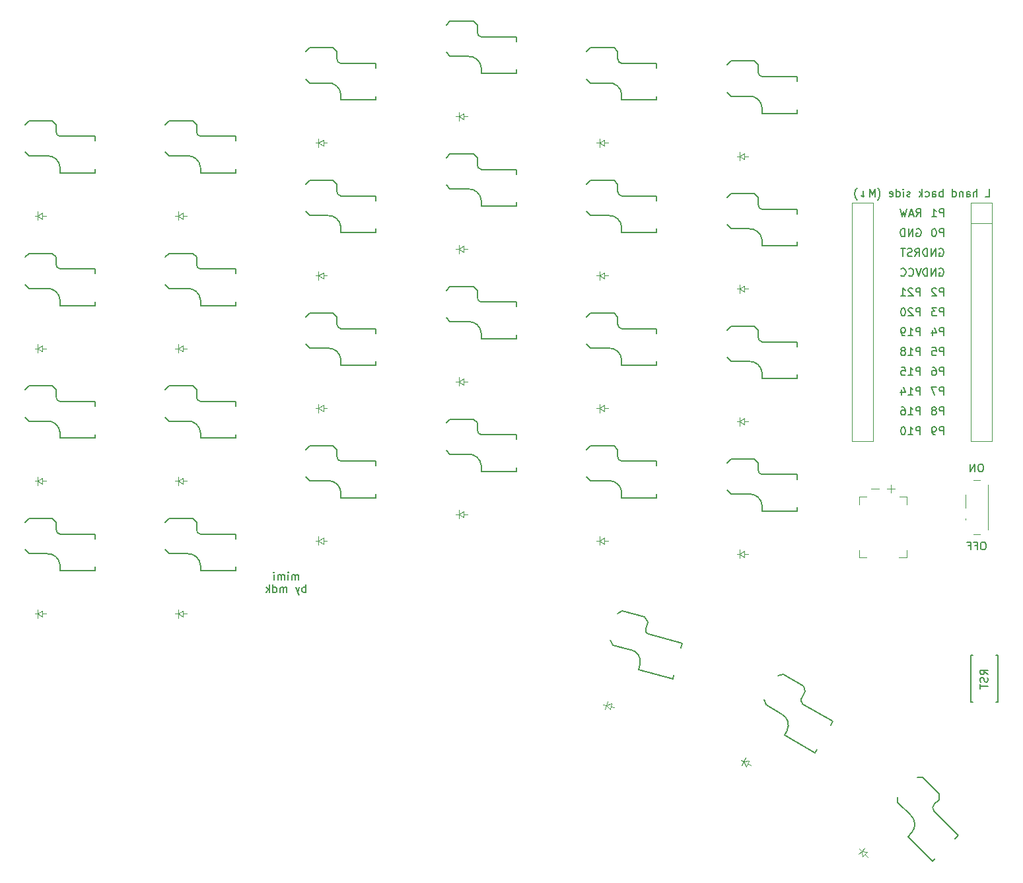
<source format=gbo>
G04 #@! TF.GenerationSoftware,KiCad,Pcbnew,8.0.8+1*
G04 #@! TF.CreationDate,2025-03-17T19:58:08+00:00*
G04 #@! TF.ProjectId,board,626f6172-642e-46b6-9963-61645f706362,0.1*
G04 #@! TF.SameCoordinates,Original*
G04 #@! TF.FileFunction,Legend,Bot*
G04 #@! TF.FilePolarity,Positive*
%FSLAX46Y46*%
G04 Gerber Fmt 4.6, Leading zero omitted, Abs format (unit mm)*
G04 Created by KiCad (PCBNEW 8.0.8+1) date 2025-03-17 19:58:08*
%MOMM*%
%LPD*%
G01*
G04 APERTURE LIST*
%ADD10C,0.150000*%
%ADD11C,0.100000*%
%ADD12C,0.120000*%
%ADD13C,2.005000*%
%ADD14O,1.300000X1.850000*%
%ADD15C,1.800000*%
%ADD16C,1.600000*%
%ADD17O,2.300000X1.700000*%
%ADD18C,1.000000*%
%ADD19C,0.900000*%
%ADD20C,2.000000*%
%ADD21C,3.100000*%
%ADD22C,3.500000*%
G04 APERTURE END LIST*
D10*
X83071427Y-149649847D02*
X83071427Y-148983180D01*
X83071427Y-149078418D02*
X83023808Y-149030799D01*
X83023808Y-149030799D02*
X82928570Y-148983180D01*
X82928570Y-148983180D02*
X82785713Y-148983180D01*
X82785713Y-148983180D02*
X82690475Y-149030799D01*
X82690475Y-149030799D02*
X82642856Y-149126037D01*
X82642856Y-149126037D02*
X82642856Y-149649847D01*
X82642856Y-149126037D02*
X82595237Y-149030799D01*
X82595237Y-149030799D02*
X82499999Y-148983180D01*
X82499999Y-148983180D02*
X82357142Y-148983180D01*
X82357142Y-148983180D02*
X82261903Y-149030799D01*
X82261903Y-149030799D02*
X82214284Y-149126037D01*
X82214284Y-149126037D02*
X82214284Y-149649847D01*
X81738094Y-149649847D02*
X81738094Y-148983180D01*
X81738094Y-148649847D02*
X81785713Y-148697466D01*
X81785713Y-148697466D02*
X81738094Y-148745085D01*
X81738094Y-148745085D02*
X81690475Y-148697466D01*
X81690475Y-148697466D02*
X81738094Y-148649847D01*
X81738094Y-148649847D02*
X81738094Y-148745085D01*
X81261904Y-149649847D02*
X81261904Y-148983180D01*
X81261904Y-149078418D02*
X81214285Y-149030799D01*
X81214285Y-149030799D02*
X81119047Y-148983180D01*
X81119047Y-148983180D02*
X80976190Y-148983180D01*
X80976190Y-148983180D02*
X80880952Y-149030799D01*
X80880952Y-149030799D02*
X80833333Y-149126037D01*
X80833333Y-149126037D02*
X80833333Y-149649847D01*
X80833333Y-149126037D02*
X80785714Y-149030799D01*
X80785714Y-149030799D02*
X80690476Y-148983180D01*
X80690476Y-148983180D02*
X80547619Y-148983180D01*
X80547619Y-148983180D02*
X80452380Y-149030799D01*
X80452380Y-149030799D02*
X80404761Y-149126037D01*
X80404761Y-149126037D02*
X80404761Y-149649847D01*
X79928571Y-149649847D02*
X79928571Y-148983180D01*
X79928571Y-148649847D02*
X79976190Y-148697466D01*
X79976190Y-148697466D02*
X79928571Y-148745085D01*
X79928571Y-148745085D02*
X79880952Y-148697466D01*
X79880952Y-148697466D02*
X79928571Y-148649847D01*
X79928571Y-148649847D02*
X79928571Y-148745085D01*
X83999999Y-151259791D02*
X83999999Y-150259791D01*
X83999999Y-150640743D02*
X83904761Y-150593124D01*
X83904761Y-150593124D02*
X83714285Y-150593124D01*
X83714285Y-150593124D02*
X83619047Y-150640743D01*
X83619047Y-150640743D02*
X83571428Y-150688362D01*
X83571428Y-150688362D02*
X83523809Y-150783600D01*
X83523809Y-150783600D02*
X83523809Y-151069314D01*
X83523809Y-151069314D02*
X83571428Y-151164552D01*
X83571428Y-151164552D02*
X83619047Y-151212172D01*
X83619047Y-151212172D02*
X83714285Y-151259791D01*
X83714285Y-151259791D02*
X83904761Y-151259791D01*
X83904761Y-151259791D02*
X83999999Y-151212172D01*
X83190475Y-150593124D02*
X82952380Y-151259791D01*
X82714285Y-150593124D02*
X82952380Y-151259791D01*
X82952380Y-151259791D02*
X83047618Y-151497886D01*
X83047618Y-151497886D02*
X83095237Y-151545505D01*
X83095237Y-151545505D02*
X83190475Y-151593124D01*
X81571427Y-151259791D02*
X81571427Y-150593124D01*
X81571427Y-150688362D02*
X81523808Y-150640743D01*
X81523808Y-150640743D02*
X81428570Y-150593124D01*
X81428570Y-150593124D02*
X81285713Y-150593124D01*
X81285713Y-150593124D02*
X81190475Y-150640743D01*
X81190475Y-150640743D02*
X81142856Y-150735981D01*
X81142856Y-150735981D02*
X81142856Y-151259791D01*
X81142856Y-150735981D02*
X81095237Y-150640743D01*
X81095237Y-150640743D02*
X80999999Y-150593124D01*
X80999999Y-150593124D02*
X80857142Y-150593124D01*
X80857142Y-150593124D02*
X80761903Y-150640743D01*
X80761903Y-150640743D02*
X80714284Y-150735981D01*
X80714284Y-150735981D02*
X80714284Y-151259791D01*
X79809523Y-151259791D02*
X79809523Y-150259791D01*
X79809523Y-151212172D02*
X79904761Y-151259791D01*
X79904761Y-151259791D02*
X80095237Y-151259791D01*
X80095237Y-151259791D02*
X80190475Y-151212172D01*
X80190475Y-151212172D02*
X80238094Y-151164552D01*
X80238094Y-151164552D02*
X80285713Y-151069314D01*
X80285713Y-151069314D02*
X80285713Y-150783600D01*
X80285713Y-150783600D02*
X80238094Y-150688362D01*
X80238094Y-150688362D02*
X80190475Y-150640743D01*
X80190475Y-150640743D02*
X80095237Y-150593124D01*
X80095237Y-150593124D02*
X79904761Y-150593124D01*
X79904761Y-150593124D02*
X79809523Y-150640743D01*
X79333332Y-151259791D02*
X79333332Y-150259791D01*
X79238094Y-150878838D02*
X78952380Y-151259791D01*
X78952380Y-150593124D02*
X79333332Y-150974076D01*
X171454819Y-161802380D02*
X170978628Y-161469047D01*
X171454819Y-161230952D02*
X170454819Y-161230952D01*
X170454819Y-161230952D02*
X170454819Y-161611904D01*
X170454819Y-161611904D02*
X170502438Y-161707142D01*
X170502438Y-161707142D02*
X170550057Y-161754761D01*
X170550057Y-161754761D02*
X170645295Y-161802380D01*
X170645295Y-161802380D02*
X170788152Y-161802380D01*
X170788152Y-161802380D02*
X170883390Y-161754761D01*
X170883390Y-161754761D02*
X170931009Y-161707142D01*
X170931009Y-161707142D02*
X170978628Y-161611904D01*
X170978628Y-161611904D02*
X170978628Y-161230952D01*
X171407200Y-162183333D02*
X171454819Y-162326190D01*
X171454819Y-162326190D02*
X171454819Y-162564285D01*
X171454819Y-162564285D02*
X171407200Y-162659523D01*
X171407200Y-162659523D02*
X171359580Y-162707142D01*
X171359580Y-162707142D02*
X171264342Y-162754761D01*
X171264342Y-162754761D02*
X171169104Y-162754761D01*
X171169104Y-162754761D02*
X171073866Y-162707142D01*
X171073866Y-162707142D02*
X171026247Y-162659523D01*
X171026247Y-162659523D02*
X170978628Y-162564285D01*
X170978628Y-162564285D02*
X170931009Y-162373809D01*
X170931009Y-162373809D02*
X170883390Y-162278571D01*
X170883390Y-162278571D02*
X170835771Y-162230952D01*
X170835771Y-162230952D02*
X170740533Y-162183333D01*
X170740533Y-162183333D02*
X170645295Y-162183333D01*
X170645295Y-162183333D02*
X170550057Y-162230952D01*
X170550057Y-162230952D02*
X170502438Y-162278571D01*
X170502438Y-162278571D02*
X170454819Y-162373809D01*
X170454819Y-162373809D02*
X170454819Y-162611904D01*
X170454819Y-162611904D02*
X170502438Y-162754761D01*
X170454819Y-163040476D02*
X170454819Y-163611904D01*
X171454819Y-163326190D02*
X170454819Y-163326190D01*
X170952380Y-144804819D02*
X170761904Y-144804819D01*
X170761904Y-144804819D02*
X170666666Y-144852438D01*
X170666666Y-144852438D02*
X170571428Y-144947676D01*
X170571428Y-144947676D02*
X170523809Y-145138152D01*
X170523809Y-145138152D02*
X170523809Y-145471485D01*
X170523809Y-145471485D02*
X170571428Y-145661961D01*
X170571428Y-145661961D02*
X170666666Y-145757200D01*
X170666666Y-145757200D02*
X170761904Y-145804819D01*
X170761904Y-145804819D02*
X170952380Y-145804819D01*
X170952380Y-145804819D02*
X171047618Y-145757200D01*
X171047618Y-145757200D02*
X171142856Y-145661961D01*
X171142856Y-145661961D02*
X171190475Y-145471485D01*
X171190475Y-145471485D02*
X171190475Y-145138152D01*
X171190475Y-145138152D02*
X171142856Y-144947676D01*
X171142856Y-144947676D02*
X171047618Y-144852438D01*
X171047618Y-144852438D02*
X170952380Y-144804819D01*
X169761904Y-145281009D02*
X170095237Y-145281009D01*
X170095237Y-145804819D02*
X170095237Y-144804819D01*
X170095237Y-144804819D02*
X169619047Y-144804819D01*
X168904761Y-145281009D02*
X169238094Y-145281009D01*
X169238094Y-145804819D02*
X169238094Y-144804819D01*
X169238094Y-144804819D02*
X168761904Y-144804819D01*
X170619047Y-134804819D02*
X170428571Y-134804819D01*
X170428571Y-134804819D02*
X170333333Y-134852438D01*
X170333333Y-134852438D02*
X170238095Y-134947676D01*
X170238095Y-134947676D02*
X170190476Y-135138152D01*
X170190476Y-135138152D02*
X170190476Y-135471485D01*
X170190476Y-135471485D02*
X170238095Y-135661961D01*
X170238095Y-135661961D02*
X170333333Y-135757200D01*
X170333333Y-135757200D02*
X170428571Y-135804819D01*
X170428571Y-135804819D02*
X170619047Y-135804819D01*
X170619047Y-135804819D02*
X170714285Y-135757200D01*
X170714285Y-135757200D02*
X170809523Y-135661961D01*
X170809523Y-135661961D02*
X170857142Y-135471485D01*
X170857142Y-135471485D02*
X170857142Y-135138152D01*
X170857142Y-135138152D02*
X170809523Y-134947676D01*
X170809523Y-134947676D02*
X170714285Y-134852438D01*
X170714285Y-134852438D02*
X170619047Y-134804819D01*
X169761904Y-135804819D02*
X169761904Y-134804819D01*
X169761904Y-134804819D02*
X169190476Y-135804819D01*
X169190476Y-135804819D02*
X169190476Y-134804819D01*
X165778094Y-103104819D02*
X165778094Y-102104819D01*
X165778094Y-102104819D02*
X165397142Y-102104819D01*
X165397142Y-102104819D02*
X165301904Y-102152438D01*
X165301904Y-102152438D02*
X165254285Y-102200057D01*
X165254285Y-102200057D02*
X165206666Y-102295295D01*
X165206666Y-102295295D02*
X165206666Y-102438152D01*
X165206666Y-102438152D02*
X165254285Y-102533390D01*
X165254285Y-102533390D02*
X165301904Y-102581009D01*
X165301904Y-102581009D02*
X165397142Y-102628628D01*
X165397142Y-102628628D02*
X165778094Y-102628628D01*
X164254285Y-103104819D02*
X164825713Y-103104819D01*
X164539999Y-103104819D02*
X164539999Y-102104819D01*
X164539999Y-102104819D02*
X164635237Y-102247676D01*
X164635237Y-102247676D02*
X164730475Y-102342914D01*
X164730475Y-102342914D02*
X164825713Y-102390533D01*
X165778094Y-125964819D02*
X165778094Y-124964819D01*
X165778094Y-124964819D02*
X165397142Y-124964819D01*
X165397142Y-124964819D02*
X165301904Y-125012438D01*
X165301904Y-125012438D02*
X165254285Y-125060057D01*
X165254285Y-125060057D02*
X165206666Y-125155295D01*
X165206666Y-125155295D02*
X165206666Y-125298152D01*
X165206666Y-125298152D02*
X165254285Y-125393390D01*
X165254285Y-125393390D02*
X165301904Y-125441009D01*
X165301904Y-125441009D02*
X165397142Y-125488628D01*
X165397142Y-125488628D02*
X165778094Y-125488628D01*
X164873332Y-124964819D02*
X164206666Y-124964819D01*
X164206666Y-124964819D02*
X164635237Y-125964819D01*
X162764285Y-125964819D02*
X162764285Y-124964819D01*
X162764285Y-124964819D02*
X162383333Y-124964819D01*
X162383333Y-124964819D02*
X162288095Y-125012438D01*
X162288095Y-125012438D02*
X162240476Y-125060057D01*
X162240476Y-125060057D02*
X162192857Y-125155295D01*
X162192857Y-125155295D02*
X162192857Y-125298152D01*
X162192857Y-125298152D02*
X162240476Y-125393390D01*
X162240476Y-125393390D02*
X162288095Y-125441009D01*
X162288095Y-125441009D02*
X162383333Y-125488628D01*
X162383333Y-125488628D02*
X162764285Y-125488628D01*
X161240476Y-125964819D02*
X161811904Y-125964819D01*
X161526190Y-125964819D02*
X161526190Y-124964819D01*
X161526190Y-124964819D02*
X161621428Y-125107676D01*
X161621428Y-125107676D02*
X161716666Y-125202914D01*
X161716666Y-125202914D02*
X161811904Y-125250533D01*
X160383333Y-125298152D02*
X160383333Y-125964819D01*
X160621428Y-124917200D02*
X160859523Y-125631485D01*
X160859523Y-125631485D02*
X160240476Y-125631485D01*
X165211904Y-107232438D02*
X165307142Y-107184819D01*
X165307142Y-107184819D02*
X165449999Y-107184819D01*
X165449999Y-107184819D02*
X165592856Y-107232438D01*
X165592856Y-107232438D02*
X165688094Y-107327676D01*
X165688094Y-107327676D02*
X165735713Y-107422914D01*
X165735713Y-107422914D02*
X165783332Y-107613390D01*
X165783332Y-107613390D02*
X165783332Y-107756247D01*
X165783332Y-107756247D02*
X165735713Y-107946723D01*
X165735713Y-107946723D02*
X165688094Y-108041961D01*
X165688094Y-108041961D02*
X165592856Y-108137200D01*
X165592856Y-108137200D02*
X165449999Y-108184819D01*
X165449999Y-108184819D02*
X165354761Y-108184819D01*
X165354761Y-108184819D02*
X165211904Y-108137200D01*
X165211904Y-108137200D02*
X165164285Y-108089580D01*
X165164285Y-108089580D02*
X165164285Y-107756247D01*
X165164285Y-107756247D02*
X165354761Y-107756247D01*
X164735713Y-108184819D02*
X164735713Y-107184819D01*
X164735713Y-107184819D02*
X164164285Y-108184819D01*
X164164285Y-108184819D02*
X164164285Y-107184819D01*
X163688094Y-108184819D02*
X163688094Y-107184819D01*
X163688094Y-107184819D02*
X163449999Y-107184819D01*
X163449999Y-107184819D02*
X163307142Y-107232438D01*
X163307142Y-107232438D02*
X163211904Y-107327676D01*
X163211904Y-107327676D02*
X163164285Y-107422914D01*
X163164285Y-107422914D02*
X163116666Y-107613390D01*
X163116666Y-107613390D02*
X163116666Y-107756247D01*
X163116666Y-107756247D02*
X163164285Y-107946723D01*
X163164285Y-107946723D02*
X163211904Y-108041961D01*
X163211904Y-108041961D02*
X163307142Y-108137200D01*
X163307142Y-108137200D02*
X163449999Y-108184819D01*
X163449999Y-108184819D02*
X163688094Y-108184819D01*
X162764285Y-120884819D02*
X162764285Y-119884819D01*
X162764285Y-119884819D02*
X162383333Y-119884819D01*
X162383333Y-119884819D02*
X162288095Y-119932438D01*
X162288095Y-119932438D02*
X162240476Y-119980057D01*
X162240476Y-119980057D02*
X162192857Y-120075295D01*
X162192857Y-120075295D02*
X162192857Y-120218152D01*
X162192857Y-120218152D02*
X162240476Y-120313390D01*
X162240476Y-120313390D02*
X162288095Y-120361009D01*
X162288095Y-120361009D02*
X162383333Y-120408628D01*
X162383333Y-120408628D02*
X162764285Y-120408628D01*
X161240476Y-120884819D02*
X161811904Y-120884819D01*
X161526190Y-120884819D02*
X161526190Y-119884819D01*
X161526190Y-119884819D02*
X161621428Y-120027676D01*
X161621428Y-120027676D02*
X161716666Y-120122914D01*
X161716666Y-120122914D02*
X161811904Y-120170533D01*
X160669047Y-120313390D02*
X160764285Y-120265771D01*
X160764285Y-120265771D02*
X160811904Y-120218152D01*
X160811904Y-120218152D02*
X160859523Y-120122914D01*
X160859523Y-120122914D02*
X160859523Y-120075295D01*
X160859523Y-120075295D02*
X160811904Y-119980057D01*
X160811904Y-119980057D02*
X160764285Y-119932438D01*
X160764285Y-119932438D02*
X160669047Y-119884819D01*
X160669047Y-119884819D02*
X160478571Y-119884819D01*
X160478571Y-119884819D02*
X160383333Y-119932438D01*
X160383333Y-119932438D02*
X160335714Y-119980057D01*
X160335714Y-119980057D02*
X160288095Y-120075295D01*
X160288095Y-120075295D02*
X160288095Y-120122914D01*
X160288095Y-120122914D02*
X160335714Y-120218152D01*
X160335714Y-120218152D02*
X160383333Y-120265771D01*
X160383333Y-120265771D02*
X160478571Y-120313390D01*
X160478571Y-120313390D02*
X160669047Y-120313390D01*
X160669047Y-120313390D02*
X160764285Y-120361009D01*
X160764285Y-120361009D02*
X160811904Y-120408628D01*
X160811904Y-120408628D02*
X160859523Y-120503866D01*
X160859523Y-120503866D02*
X160859523Y-120694342D01*
X160859523Y-120694342D02*
X160811904Y-120789580D01*
X160811904Y-120789580D02*
X160764285Y-120837200D01*
X160764285Y-120837200D02*
X160669047Y-120884819D01*
X160669047Y-120884819D02*
X160478571Y-120884819D01*
X160478571Y-120884819D02*
X160383333Y-120837200D01*
X160383333Y-120837200D02*
X160335714Y-120789580D01*
X160335714Y-120789580D02*
X160288095Y-120694342D01*
X160288095Y-120694342D02*
X160288095Y-120503866D01*
X160288095Y-120503866D02*
X160335714Y-120408628D01*
X160335714Y-120408628D02*
X160383333Y-120361009D01*
X160383333Y-120361009D02*
X160478571Y-120313390D01*
X162883332Y-109724819D02*
X162549999Y-110724819D01*
X162549999Y-110724819D02*
X162216666Y-109724819D01*
X161311904Y-110629580D02*
X161359523Y-110677200D01*
X161359523Y-110677200D02*
X161502380Y-110724819D01*
X161502380Y-110724819D02*
X161597618Y-110724819D01*
X161597618Y-110724819D02*
X161740475Y-110677200D01*
X161740475Y-110677200D02*
X161835713Y-110581961D01*
X161835713Y-110581961D02*
X161883332Y-110486723D01*
X161883332Y-110486723D02*
X161930951Y-110296247D01*
X161930951Y-110296247D02*
X161930951Y-110153390D01*
X161930951Y-110153390D02*
X161883332Y-109962914D01*
X161883332Y-109962914D02*
X161835713Y-109867676D01*
X161835713Y-109867676D02*
X161740475Y-109772438D01*
X161740475Y-109772438D02*
X161597618Y-109724819D01*
X161597618Y-109724819D02*
X161502380Y-109724819D01*
X161502380Y-109724819D02*
X161359523Y-109772438D01*
X161359523Y-109772438D02*
X161311904Y-109820057D01*
X160311904Y-110629580D02*
X160359523Y-110677200D01*
X160359523Y-110677200D02*
X160502380Y-110724819D01*
X160502380Y-110724819D02*
X160597618Y-110724819D01*
X160597618Y-110724819D02*
X160740475Y-110677200D01*
X160740475Y-110677200D02*
X160835713Y-110581961D01*
X160835713Y-110581961D02*
X160883332Y-110486723D01*
X160883332Y-110486723D02*
X160930951Y-110296247D01*
X160930951Y-110296247D02*
X160930951Y-110153390D01*
X160930951Y-110153390D02*
X160883332Y-109962914D01*
X160883332Y-109962914D02*
X160835713Y-109867676D01*
X160835713Y-109867676D02*
X160740475Y-109772438D01*
X160740475Y-109772438D02*
X160597618Y-109724819D01*
X160597618Y-109724819D02*
X160502380Y-109724819D01*
X160502380Y-109724819D02*
X160359523Y-109772438D01*
X160359523Y-109772438D02*
X160311904Y-109820057D01*
X171142858Y-100559819D02*
X171619048Y-100559819D01*
X171619048Y-100559819D02*
X171619048Y-99559819D01*
X170047619Y-100559819D02*
X170047619Y-99559819D01*
X169619048Y-100559819D02*
X169619048Y-100036009D01*
X169619048Y-100036009D02*
X169666667Y-99940771D01*
X169666667Y-99940771D02*
X169761905Y-99893152D01*
X169761905Y-99893152D02*
X169904762Y-99893152D01*
X169904762Y-99893152D02*
X170000000Y-99940771D01*
X170000000Y-99940771D02*
X170047619Y-99988390D01*
X168714286Y-100559819D02*
X168714286Y-100036009D01*
X168714286Y-100036009D02*
X168761905Y-99940771D01*
X168761905Y-99940771D02*
X168857143Y-99893152D01*
X168857143Y-99893152D02*
X169047619Y-99893152D01*
X169047619Y-99893152D02*
X169142857Y-99940771D01*
X168714286Y-100512200D02*
X168809524Y-100559819D01*
X168809524Y-100559819D02*
X169047619Y-100559819D01*
X169047619Y-100559819D02*
X169142857Y-100512200D01*
X169142857Y-100512200D02*
X169190476Y-100416961D01*
X169190476Y-100416961D02*
X169190476Y-100321723D01*
X169190476Y-100321723D02*
X169142857Y-100226485D01*
X169142857Y-100226485D02*
X169047619Y-100178866D01*
X169047619Y-100178866D02*
X168809524Y-100178866D01*
X168809524Y-100178866D02*
X168714286Y-100131247D01*
X168238095Y-99893152D02*
X168238095Y-100559819D01*
X168238095Y-99988390D02*
X168190476Y-99940771D01*
X168190476Y-99940771D02*
X168095238Y-99893152D01*
X168095238Y-99893152D02*
X167952381Y-99893152D01*
X167952381Y-99893152D02*
X167857143Y-99940771D01*
X167857143Y-99940771D02*
X167809524Y-100036009D01*
X167809524Y-100036009D02*
X167809524Y-100559819D01*
X166904762Y-100559819D02*
X166904762Y-99559819D01*
X166904762Y-100512200D02*
X167000000Y-100559819D01*
X167000000Y-100559819D02*
X167190476Y-100559819D01*
X167190476Y-100559819D02*
X167285714Y-100512200D01*
X167285714Y-100512200D02*
X167333333Y-100464580D01*
X167333333Y-100464580D02*
X167380952Y-100369342D01*
X167380952Y-100369342D02*
X167380952Y-100083628D01*
X167380952Y-100083628D02*
X167333333Y-99988390D01*
X167333333Y-99988390D02*
X167285714Y-99940771D01*
X167285714Y-99940771D02*
X167190476Y-99893152D01*
X167190476Y-99893152D02*
X167000000Y-99893152D01*
X167000000Y-99893152D02*
X166904762Y-99940771D01*
X165666666Y-100559819D02*
X165666666Y-99559819D01*
X165666666Y-99940771D02*
X165571428Y-99893152D01*
X165571428Y-99893152D02*
X165380952Y-99893152D01*
X165380952Y-99893152D02*
X165285714Y-99940771D01*
X165285714Y-99940771D02*
X165238095Y-99988390D01*
X165238095Y-99988390D02*
X165190476Y-100083628D01*
X165190476Y-100083628D02*
X165190476Y-100369342D01*
X165190476Y-100369342D02*
X165238095Y-100464580D01*
X165238095Y-100464580D02*
X165285714Y-100512200D01*
X165285714Y-100512200D02*
X165380952Y-100559819D01*
X165380952Y-100559819D02*
X165571428Y-100559819D01*
X165571428Y-100559819D02*
X165666666Y-100512200D01*
X164333333Y-100559819D02*
X164333333Y-100036009D01*
X164333333Y-100036009D02*
X164380952Y-99940771D01*
X164380952Y-99940771D02*
X164476190Y-99893152D01*
X164476190Y-99893152D02*
X164666666Y-99893152D01*
X164666666Y-99893152D02*
X164761904Y-99940771D01*
X164333333Y-100512200D02*
X164428571Y-100559819D01*
X164428571Y-100559819D02*
X164666666Y-100559819D01*
X164666666Y-100559819D02*
X164761904Y-100512200D01*
X164761904Y-100512200D02*
X164809523Y-100416961D01*
X164809523Y-100416961D02*
X164809523Y-100321723D01*
X164809523Y-100321723D02*
X164761904Y-100226485D01*
X164761904Y-100226485D02*
X164666666Y-100178866D01*
X164666666Y-100178866D02*
X164428571Y-100178866D01*
X164428571Y-100178866D02*
X164333333Y-100131247D01*
X163428571Y-100512200D02*
X163523809Y-100559819D01*
X163523809Y-100559819D02*
X163714285Y-100559819D01*
X163714285Y-100559819D02*
X163809523Y-100512200D01*
X163809523Y-100512200D02*
X163857142Y-100464580D01*
X163857142Y-100464580D02*
X163904761Y-100369342D01*
X163904761Y-100369342D02*
X163904761Y-100083628D01*
X163904761Y-100083628D02*
X163857142Y-99988390D01*
X163857142Y-99988390D02*
X163809523Y-99940771D01*
X163809523Y-99940771D02*
X163714285Y-99893152D01*
X163714285Y-99893152D02*
X163523809Y-99893152D01*
X163523809Y-99893152D02*
X163428571Y-99940771D01*
X162999999Y-100559819D02*
X162999999Y-99559819D01*
X162904761Y-100178866D02*
X162619047Y-100559819D01*
X162619047Y-99893152D02*
X162999999Y-100274104D01*
X161476189Y-100512200D02*
X161380951Y-100559819D01*
X161380951Y-100559819D02*
X161190475Y-100559819D01*
X161190475Y-100559819D02*
X161095237Y-100512200D01*
X161095237Y-100512200D02*
X161047618Y-100416961D01*
X161047618Y-100416961D02*
X161047618Y-100369342D01*
X161047618Y-100369342D02*
X161095237Y-100274104D01*
X161095237Y-100274104D02*
X161190475Y-100226485D01*
X161190475Y-100226485D02*
X161333332Y-100226485D01*
X161333332Y-100226485D02*
X161428570Y-100178866D01*
X161428570Y-100178866D02*
X161476189Y-100083628D01*
X161476189Y-100083628D02*
X161476189Y-100036009D01*
X161476189Y-100036009D02*
X161428570Y-99940771D01*
X161428570Y-99940771D02*
X161333332Y-99893152D01*
X161333332Y-99893152D02*
X161190475Y-99893152D01*
X161190475Y-99893152D02*
X161095237Y-99940771D01*
X160619046Y-100559819D02*
X160619046Y-99893152D01*
X160619046Y-99559819D02*
X160666665Y-99607438D01*
X160666665Y-99607438D02*
X160619046Y-99655057D01*
X160619046Y-99655057D02*
X160571427Y-99607438D01*
X160571427Y-99607438D02*
X160619046Y-99559819D01*
X160619046Y-99559819D02*
X160619046Y-99655057D01*
X159714285Y-100559819D02*
X159714285Y-99559819D01*
X159714285Y-100512200D02*
X159809523Y-100559819D01*
X159809523Y-100559819D02*
X159999999Y-100559819D01*
X159999999Y-100559819D02*
X160095237Y-100512200D01*
X160095237Y-100512200D02*
X160142856Y-100464580D01*
X160142856Y-100464580D02*
X160190475Y-100369342D01*
X160190475Y-100369342D02*
X160190475Y-100083628D01*
X160190475Y-100083628D02*
X160142856Y-99988390D01*
X160142856Y-99988390D02*
X160095237Y-99940771D01*
X160095237Y-99940771D02*
X159999999Y-99893152D01*
X159999999Y-99893152D02*
X159809523Y-99893152D01*
X159809523Y-99893152D02*
X159714285Y-99940771D01*
X158857142Y-100512200D02*
X158952380Y-100559819D01*
X158952380Y-100559819D02*
X159142856Y-100559819D01*
X159142856Y-100559819D02*
X159238094Y-100512200D01*
X159238094Y-100512200D02*
X159285713Y-100416961D01*
X159285713Y-100416961D02*
X159285713Y-100036009D01*
X159285713Y-100036009D02*
X159238094Y-99940771D01*
X159238094Y-99940771D02*
X159142856Y-99893152D01*
X159142856Y-99893152D02*
X158952380Y-99893152D01*
X158952380Y-99893152D02*
X158857142Y-99940771D01*
X158857142Y-99940771D02*
X158809523Y-100036009D01*
X158809523Y-100036009D02*
X158809523Y-100131247D01*
X158809523Y-100131247D02*
X159285713Y-100226485D01*
X157333332Y-100940771D02*
X157380951Y-100893152D01*
X157380951Y-100893152D02*
X157476189Y-100750295D01*
X157476189Y-100750295D02*
X157523808Y-100655057D01*
X157523808Y-100655057D02*
X157571427Y-100512200D01*
X157571427Y-100512200D02*
X157619046Y-100274104D01*
X157619046Y-100274104D02*
X157619046Y-100083628D01*
X157619046Y-100083628D02*
X157571427Y-99845533D01*
X157571427Y-99845533D02*
X157523808Y-99702676D01*
X157523808Y-99702676D02*
X157476189Y-99607438D01*
X157476189Y-99607438D02*
X157380951Y-99464580D01*
X157380951Y-99464580D02*
X157333332Y-99416961D01*
X156952379Y-100559819D02*
X156952379Y-99559819D01*
X156952379Y-99559819D02*
X156619046Y-100274104D01*
X156619046Y-100274104D02*
X156285713Y-99559819D01*
X156285713Y-99559819D02*
X156285713Y-100559819D01*
X155428570Y-99797914D02*
X155428570Y-100559819D01*
X155238094Y-100369342D02*
X155428570Y-100559819D01*
X155428570Y-100559819D02*
X155619046Y-100369342D01*
X154666665Y-100940771D02*
X154619046Y-100893152D01*
X154619046Y-100893152D02*
X154523808Y-100750295D01*
X154523808Y-100750295D02*
X154476189Y-100655057D01*
X154476189Y-100655057D02*
X154428570Y-100512200D01*
X154428570Y-100512200D02*
X154380951Y-100274104D01*
X154380951Y-100274104D02*
X154380951Y-100083628D01*
X154380951Y-100083628D02*
X154428570Y-99845533D01*
X154428570Y-99845533D02*
X154476189Y-99702676D01*
X154476189Y-99702676D02*
X154523808Y-99607438D01*
X154523808Y-99607438D02*
X154619046Y-99464580D01*
X154619046Y-99464580D02*
X154666665Y-99416961D01*
X165778094Y-128504819D02*
X165778094Y-127504819D01*
X165778094Y-127504819D02*
X165397142Y-127504819D01*
X165397142Y-127504819D02*
X165301904Y-127552438D01*
X165301904Y-127552438D02*
X165254285Y-127600057D01*
X165254285Y-127600057D02*
X165206666Y-127695295D01*
X165206666Y-127695295D02*
X165206666Y-127838152D01*
X165206666Y-127838152D02*
X165254285Y-127933390D01*
X165254285Y-127933390D02*
X165301904Y-127981009D01*
X165301904Y-127981009D02*
X165397142Y-128028628D01*
X165397142Y-128028628D02*
X165778094Y-128028628D01*
X164635237Y-127933390D02*
X164730475Y-127885771D01*
X164730475Y-127885771D02*
X164778094Y-127838152D01*
X164778094Y-127838152D02*
X164825713Y-127742914D01*
X164825713Y-127742914D02*
X164825713Y-127695295D01*
X164825713Y-127695295D02*
X164778094Y-127600057D01*
X164778094Y-127600057D02*
X164730475Y-127552438D01*
X164730475Y-127552438D02*
X164635237Y-127504819D01*
X164635237Y-127504819D02*
X164444761Y-127504819D01*
X164444761Y-127504819D02*
X164349523Y-127552438D01*
X164349523Y-127552438D02*
X164301904Y-127600057D01*
X164301904Y-127600057D02*
X164254285Y-127695295D01*
X164254285Y-127695295D02*
X164254285Y-127742914D01*
X164254285Y-127742914D02*
X164301904Y-127838152D01*
X164301904Y-127838152D02*
X164349523Y-127885771D01*
X164349523Y-127885771D02*
X164444761Y-127933390D01*
X164444761Y-127933390D02*
X164635237Y-127933390D01*
X164635237Y-127933390D02*
X164730475Y-127981009D01*
X164730475Y-127981009D02*
X164778094Y-128028628D01*
X164778094Y-128028628D02*
X164825713Y-128123866D01*
X164825713Y-128123866D02*
X164825713Y-128314342D01*
X164825713Y-128314342D02*
X164778094Y-128409580D01*
X164778094Y-128409580D02*
X164730475Y-128457200D01*
X164730475Y-128457200D02*
X164635237Y-128504819D01*
X164635237Y-128504819D02*
X164444761Y-128504819D01*
X164444761Y-128504819D02*
X164349523Y-128457200D01*
X164349523Y-128457200D02*
X164301904Y-128409580D01*
X164301904Y-128409580D02*
X164254285Y-128314342D01*
X164254285Y-128314342D02*
X164254285Y-128123866D01*
X164254285Y-128123866D02*
X164301904Y-128028628D01*
X164301904Y-128028628D02*
X164349523Y-127981009D01*
X164349523Y-127981009D02*
X164444761Y-127933390D01*
X162764285Y-113264819D02*
X162764285Y-112264819D01*
X162764285Y-112264819D02*
X162383333Y-112264819D01*
X162383333Y-112264819D02*
X162288095Y-112312438D01*
X162288095Y-112312438D02*
X162240476Y-112360057D01*
X162240476Y-112360057D02*
X162192857Y-112455295D01*
X162192857Y-112455295D02*
X162192857Y-112598152D01*
X162192857Y-112598152D02*
X162240476Y-112693390D01*
X162240476Y-112693390D02*
X162288095Y-112741009D01*
X162288095Y-112741009D02*
X162383333Y-112788628D01*
X162383333Y-112788628D02*
X162764285Y-112788628D01*
X161811904Y-112360057D02*
X161764285Y-112312438D01*
X161764285Y-112312438D02*
X161669047Y-112264819D01*
X161669047Y-112264819D02*
X161430952Y-112264819D01*
X161430952Y-112264819D02*
X161335714Y-112312438D01*
X161335714Y-112312438D02*
X161288095Y-112360057D01*
X161288095Y-112360057D02*
X161240476Y-112455295D01*
X161240476Y-112455295D02*
X161240476Y-112550533D01*
X161240476Y-112550533D02*
X161288095Y-112693390D01*
X161288095Y-112693390D02*
X161859523Y-113264819D01*
X161859523Y-113264819D02*
X161240476Y-113264819D01*
X160288095Y-113264819D02*
X160859523Y-113264819D01*
X160573809Y-113264819D02*
X160573809Y-112264819D01*
X160573809Y-112264819D02*
X160669047Y-112407676D01*
X160669047Y-112407676D02*
X160764285Y-112502914D01*
X160764285Y-112502914D02*
X160859523Y-112550533D01*
X162764285Y-118344819D02*
X162764285Y-117344819D01*
X162764285Y-117344819D02*
X162383333Y-117344819D01*
X162383333Y-117344819D02*
X162288095Y-117392438D01*
X162288095Y-117392438D02*
X162240476Y-117440057D01*
X162240476Y-117440057D02*
X162192857Y-117535295D01*
X162192857Y-117535295D02*
X162192857Y-117678152D01*
X162192857Y-117678152D02*
X162240476Y-117773390D01*
X162240476Y-117773390D02*
X162288095Y-117821009D01*
X162288095Y-117821009D02*
X162383333Y-117868628D01*
X162383333Y-117868628D02*
X162764285Y-117868628D01*
X161240476Y-118344819D02*
X161811904Y-118344819D01*
X161526190Y-118344819D02*
X161526190Y-117344819D01*
X161526190Y-117344819D02*
X161621428Y-117487676D01*
X161621428Y-117487676D02*
X161716666Y-117582914D01*
X161716666Y-117582914D02*
X161811904Y-117630533D01*
X160764285Y-118344819D02*
X160573809Y-118344819D01*
X160573809Y-118344819D02*
X160478571Y-118297200D01*
X160478571Y-118297200D02*
X160430952Y-118249580D01*
X160430952Y-118249580D02*
X160335714Y-118106723D01*
X160335714Y-118106723D02*
X160288095Y-117916247D01*
X160288095Y-117916247D02*
X160288095Y-117535295D01*
X160288095Y-117535295D02*
X160335714Y-117440057D01*
X160335714Y-117440057D02*
X160383333Y-117392438D01*
X160383333Y-117392438D02*
X160478571Y-117344819D01*
X160478571Y-117344819D02*
X160669047Y-117344819D01*
X160669047Y-117344819D02*
X160764285Y-117392438D01*
X160764285Y-117392438D02*
X160811904Y-117440057D01*
X160811904Y-117440057D02*
X160859523Y-117535295D01*
X160859523Y-117535295D02*
X160859523Y-117773390D01*
X160859523Y-117773390D02*
X160811904Y-117868628D01*
X160811904Y-117868628D02*
X160764285Y-117916247D01*
X160764285Y-117916247D02*
X160669047Y-117963866D01*
X160669047Y-117963866D02*
X160478571Y-117963866D01*
X160478571Y-117963866D02*
X160383333Y-117916247D01*
X160383333Y-117916247D02*
X160335714Y-117868628D01*
X160335714Y-117868628D02*
X160288095Y-117773390D01*
X165778094Y-113264819D02*
X165778094Y-112264819D01*
X165778094Y-112264819D02*
X165397142Y-112264819D01*
X165397142Y-112264819D02*
X165301904Y-112312438D01*
X165301904Y-112312438D02*
X165254285Y-112360057D01*
X165254285Y-112360057D02*
X165206666Y-112455295D01*
X165206666Y-112455295D02*
X165206666Y-112598152D01*
X165206666Y-112598152D02*
X165254285Y-112693390D01*
X165254285Y-112693390D02*
X165301904Y-112741009D01*
X165301904Y-112741009D02*
X165397142Y-112788628D01*
X165397142Y-112788628D02*
X165778094Y-112788628D01*
X164825713Y-112360057D02*
X164778094Y-112312438D01*
X164778094Y-112312438D02*
X164682856Y-112264819D01*
X164682856Y-112264819D02*
X164444761Y-112264819D01*
X164444761Y-112264819D02*
X164349523Y-112312438D01*
X164349523Y-112312438D02*
X164301904Y-112360057D01*
X164301904Y-112360057D02*
X164254285Y-112455295D01*
X164254285Y-112455295D02*
X164254285Y-112550533D01*
X164254285Y-112550533D02*
X164301904Y-112693390D01*
X164301904Y-112693390D02*
X164873332Y-113264819D01*
X164873332Y-113264819D02*
X164254285Y-113264819D01*
X162764285Y-115804819D02*
X162764285Y-114804819D01*
X162764285Y-114804819D02*
X162383333Y-114804819D01*
X162383333Y-114804819D02*
X162288095Y-114852438D01*
X162288095Y-114852438D02*
X162240476Y-114900057D01*
X162240476Y-114900057D02*
X162192857Y-114995295D01*
X162192857Y-114995295D02*
X162192857Y-115138152D01*
X162192857Y-115138152D02*
X162240476Y-115233390D01*
X162240476Y-115233390D02*
X162288095Y-115281009D01*
X162288095Y-115281009D02*
X162383333Y-115328628D01*
X162383333Y-115328628D02*
X162764285Y-115328628D01*
X161811904Y-114900057D02*
X161764285Y-114852438D01*
X161764285Y-114852438D02*
X161669047Y-114804819D01*
X161669047Y-114804819D02*
X161430952Y-114804819D01*
X161430952Y-114804819D02*
X161335714Y-114852438D01*
X161335714Y-114852438D02*
X161288095Y-114900057D01*
X161288095Y-114900057D02*
X161240476Y-114995295D01*
X161240476Y-114995295D02*
X161240476Y-115090533D01*
X161240476Y-115090533D02*
X161288095Y-115233390D01*
X161288095Y-115233390D02*
X161859523Y-115804819D01*
X161859523Y-115804819D02*
X161240476Y-115804819D01*
X160621428Y-114804819D02*
X160526190Y-114804819D01*
X160526190Y-114804819D02*
X160430952Y-114852438D01*
X160430952Y-114852438D02*
X160383333Y-114900057D01*
X160383333Y-114900057D02*
X160335714Y-114995295D01*
X160335714Y-114995295D02*
X160288095Y-115185771D01*
X160288095Y-115185771D02*
X160288095Y-115423866D01*
X160288095Y-115423866D02*
X160335714Y-115614342D01*
X160335714Y-115614342D02*
X160383333Y-115709580D01*
X160383333Y-115709580D02*
X160430952Y-115757200D01*
X160430952Y-115757200D02*
X160526190Y-115804819D01*
X160526190Y-115804819D02*
X160621428Y-115804819D01*
X160621428Y-115804819D02*
X160716666Y-115757200D01*
X160716666Y-115757200D02*
X160764285Y-115709580D01*
X160764285Y-115709580D02*
X160811904Y-115614342D01*
X160811904Y-115614342D02*
X160859523Y-115423866D01*
X160859523Y-115423866D02*
X160859523Y-115185771D01*
X160859523Y-115185771D02*
X160811904Y-114995295D01*
X160811904Y-114995295D02*
X160764285Y-114900057D01*
X160764285Y-114900057D02*
X160716666Y-114852438D01*
X160716666Y-114852438D02*
X160621428Y-114804819D01*
X165211904Y-109772438D02*
X165307142Y-109724819D01*
X165307142Y-109724819D02*
X165449999Y-109724819D01*
X165449999Y-109724819D02*
X165592856Y-109772438D01*
X165592856Y-109772438D02*
X165688094Y-109867676D01*
X165688094Y-109867676D02*
X165735713Y-109962914D01*
X165735713Y-109962914D02*
X165783332Y-110153390D01*
X165783332Y-110153390D02*
X165783332Y-110296247D01*
X165783332Y-110296247D02*
X165735713Y-110486723D01*
X165735713Y-110486723D02*
X165688094Y-110581961D01*
X165688094Y-110581961D02*
X165592856Y-110677200D01*
X165592856Y-110677200D02*
X165449999Y-110724819D01*
X165449999Y-110724819D02*
X165354761Y-110724819D01*
X165354761Y-110724819D02*
X165211904Y-110677200D01*
X165211904Y-110677200D02*
X165164285Y-110629580D01*
X165164285Y-110629580D02*
X165164285Y-110296247D01*
X165164285Y-110296247D02*
X165354761Y-110296247D01*
X164735713Y-110724819D02*
X164735713Y-109724819D01*
X164735713Y-109724819D02*
X164164285Y-110724819D01*
X164164285Y-110724819D02*
X164164285Y-109724819D01*
X163688094Y-110724819D02*
X163688094Y-109724819D01*
X163688094Y-109724819D02*
X163449999Y-109724819D01*
X163449999Y-109724819D02*
X163307142Y-109772438D01*
X163307142Y-109772438D02*
X163211904Y-109867676D01*
X163211904Y-109867676D02*
X163164285Y-109962914D01*
X163164285Y-109962914D02*
X163116666Y-110153390D01*
X163116666Y-110153390D02*
X163116666Y-110296247D01*
X163116666Y-110296247D02*
X163164285Y-110486723D01*
X163164285Y-110486723D02*
X163211904Y-110581961D01*
X163211904Y-110581961D02*
X163307142Y-110677200D01*
X163307142Y-110677200D02*
X163449999Y-110724819D01*
X163449999Y-110724819D02*
X163688094Y-110724819D01*
X162311904Y-104692438D02*
X162407142Y-104644819D01*
X162407142Y-104644819D02*
X162549999Y-104644819D01*
X162549999Y-104644819D02*
X162692856Y-104692438D01*
X162692856Y-104692438D02*
X162788094Y-104787676D01*
X162788094Y-104787676D02*
X162835713Y-104882914D01*
X162835713Y-104882914D02*
X162883332Y-105073390D01*
X162883332Y-105073390D02*
X162883332Y-105216247D01*
X162883332Y-105216247D02*
X162835713Y-105406723D01*
X162835713Y-105406723D02*
X162788094Y-105501961D01*
X162788094Y-105501961D02*
X162692856Y-105597200D01*
X162692856Y-105597200D02*
X162549999Y-105644819D01*
X162549999Y-105644819D02*
X162454761Y-105644819D01*
X162454761Y-105644819D02*
X162311904Y-105597200D01*
X162311904Y-105597200D02*
X162264285Y-105549580D01*
X162264285Y-105549580D02*
X162264285Y-105216247D01*
X162264285Y-105216247D02*
X162454761Y-105216247D01*
X161835713Y-105644819D02*
X161835713Y-104644819D01*
X161835713Y-104644819D02*
X161264285Y-105644819D01*
X161264285Y-105644819D02*
X161264285Y-104644819D01*
X160788094Y-105644819D02*
X160788094Y-104644819D01*
X160788094Y-104644819D02*
X160549999Y-104644819D01*
X160549999Y-104644819D02*
X160407142Y-104692438D01*
X160407142Y-104692438D02*
X160311904Y-104787676D01*
X160311904Y-104787676D02*
X160264285Y-104882914D01*
X160264285Y-104882914D02*
X160216666Y-105073390D01*
X160216666Y-105073390D02*
X160216666Y-105216247D01*
X160216666Y-105216247D02*
X160264285Y-105406723D01*
X160264285Y-105406723D02*
X160311904Y-105501961D01*
X160311904Y-105501961D02*
X160407142Y-105597200D01*
X160407142Y-105597200D02*
X160549999Y-105644819D01*
X160549999Y-105644819D02*
X160788094Y-105644819D01*
X165778094Y-115804819D02*
X165778094Y-114804819D01*
X165778094Y-114804819D02*
X165397142Y-114804819D01*
X165397142Y-114804819D02*
X165301904Y-114852438D01*
X165301904Y-114852438D02*
X165254285Y-114900057D01*
X165254285Y-114900057D02*
X165206666Y-114995295D01*
X165206666Y-114995295D02*
X165206666Y-115138152D01*
X165206666Y-115138152D02*
X165254285Y-115233390D01*
X165254285Y-115233390D02*
X165301904Y-115281009D01*
X165301904Y-115281009D02*
X165397142Y-115328628D01*
X165397142Y-115328628D02*
X165778094Y-115328628D01*
X164873332Y-114804819D02*
X164254285Y-114804819D01*
X164254285Y-114804819D02*
X164587618Y-115185771D01*
X164587618Y-115185771D02*
X164444761Y-115185771D01*
X164444761Y-115185771D02*
X164349523Y-115233390D01*
X164349523Y-115233390D02*
X164301904Y-115281009D01*
X164301904Y-115281009D02*
X164254285Y-115376247D01*
X164254285Y-115376247D02*
X164254285Y-115614342D01*
X164254285Y-115614342D02*
X164301904Y-115709580D01*
X164301904Y-115709580D02*
X164349523Y-115757200D01*
X164349523Y-115757200D02*
X164444761Y-115804819D01*
X164444761Y-115804819D02*
X164730475Y-115804819D01*
X164730475Y-115804819D02*
X164825713Y-115757200D01*
X164825713Y-115757200D02*
X164873332Y-115709580D01*
X165778094Y-120884819D02*
X165778094Y-119884819D01*
X165778094Y-119884819D02*
X165397142Y-119884819D01*
X165397142Y-119884819D02*
X165301904Y-119932438D01*
X165301904Y-119932438D02*
X165254285Y-119980057D01*
X165254285Y-119980057D02*
X165206666Y-120075295D01*
X165206666Y-120075295D02*
X165206666Y-120218152D01*
X165206666Y-120218152D02*
X165254285Y-120313390D01*
X165254285Y-120313390D02*
X165301904Y-120361009D01*
X165301904Y-120361009D02*
X165397142Y-120408628D01*
X165397142Y-120408628D02*
X165778094Y-120408628D01*
X164301904Y-119884819D02*
X164778094Y-119884819D01*
X164778094Y-119884819D02*
X164825713Y-120361009D01*
X164825713Y-120361009D02*
X164778094Y-120313390D01*
X164778094Y-120313390D02*
X164682856Y-120265771D01*
X164682856Y-120265771D02*
X164444761Y-120265771D01*
X164444761Y-120265771D02*
X164349523Y-120313390D01*
X164349523Y-120313390D02*
X164301904Y-120361009D01*
X164301904Y-120361009D02*
X164254285Y-120456247D01*
X164254285Y-120456247D02*
X164254285Y-120694342D01*
X164254285Y-120694342D02*
X164301904Y-120789580D01*
X164301904Y-120789580D02*
X164349523Y-120837200D01*
X164349523Y-120837200D02*
X164444761Y-120884819D01*
X164444761Y-120884819D02*
X164682856Y-120884819D01*
X164682856Y-120884819D02*
X164778094Y-120837200D01*
X164778094Y-120837200D02*
X164825713Y-120789580D01*
X162764285Y-123424819D02*
X162764285Y-122424819D01*
X162764285Y-122424819D02*
X162383333Y-122424819D01*
X162383333Y-122424819D02*
X162288095Y-122472438D01*
X162288095Y-122472438D02*
X162240476Y-122520057D01*
X162240476Y-122520057D02*
X162192857Y-122615295D01*
X162192857Y-122615295D02*
X162192857Y-122758152D01*
X162192857Y-122758152D02*
X162240476Y-122853390D01*
X162240476Y-122853390D02*
X162288095Y-122901009D01*
X162288095Y-122901009D02*
X162383333Y-122948628D01*
X162383333Y-122948628D02*
X162764285Y-122948628D01*
X161240476Y-123424819D02*
X161811904Y-123424819D01*
X161526190Y-123424819D02*
X161526190Y-122424819D01*
X161526190Y-122424819D02*
X161621428Y-122567676D01*
X161621428Y-122567676D02*
X161716666Y-122662914D01*
X161716666Y-122662914D02*
X161811904Y-122710533D01*
X160335714Y-122424819D02*
X160811904Y-122424819D01*
X160811904Y-122424819D02*
X160859523Y-122901009D01*
X160859523Y-122901009D02*
X160811904Y-122853390D01*
X160811904Y-122853390D02*
X160716666Y-122805771D01*
X160716666Y-122805771D02*
X160478571Y-122805771D01*
X160478571Y-122805771D02*
X160383333Y-122853390D01*
X160383333Y-122853390D02*
X160335714Y-122901009D01*
X160335714Y-122901009D02*
X160288095Y-122996247D01*
X160288095Y-122996247D02*
X160288095Y-123234342D01*
X160288095Y-123234342D02*
X160335714Y-123329580D01*
X160335714Y-123329580D02*
X160383333Y-123377200D01*
X160383333Y-123377200D02*
X160478571Y-123424819D01*
X160478571Y-123424819D02*
X160716666Y-123424819D01*
X160716666Y-123424819D02*
X160811904Y-123377200D01*
X160811904Y-123377200D02*
X160859523Y-123329580D01*
X165778094Y-105644819D02*
X165778094Y-104644819D01*
X165778094Y-104644819D02*
X165397142Y-104644819D01*
X165397142Y-104644819D02*
X165301904Y-104692438D01*
X165301904Y-104692438D02*
X165254285Y-104740057D01*
X165254285Y-104740057D02*
X165206666Y-104835295D01*
X165206666Y-104835295D02*
X165206666Y-104978152D01*
X165206666Y-104978152D02*
X165254285Y-105073390D01*
X165254285Y-105073390D02*
X165301904Y-105121009D01*
X165301904Y-105121009D02*
X165397142Y-105168628D01*
X165397142Y-105168628D02*
X165778094Y-105168628D01*
X164587618Y-104644819D02*
X164492380Y-104644819D01*
X164492380Y-104644819D02*
X164397142Y-104692438D01*
X164397142Y-104692438D02*
X164349523Y-104740057D01*
X164349523Y-104740057D02*
X164301904Y-104835295D01*
X164301904Y-104835295D02*
X164254285Y-105025771D01*
X164254285Y-105025771D02*
X164254285Y-105263866D01*
X164254285Y-105263866D02*
X164301904Y-105454342D01*
X164301904Y-105454342D02*
X164349523Y-105549580D01*
X164349523Y-105549580D02*
X164397142Y-105597200D01*
X164397142Y-105597200D02*
X164492380Y-105644819D01*
X164492380Y-105644819D02*
X164587618Y-105644819D01*
X164587618Y-105644819D02*
X164682856Y-105597200D01*
X164682856Y-105597200D02*
X164730475Y-105549580D01*
X164730475Y-105549580D02*
X164778094Y-105454342D01*
X164778094Y-105454342D02*
X164825713Y-105263866D01*
X164825713Y-105263866D02*
X164825713Y-105025771D01*
X164825713Y-105025771D02*
X164778094Y-104835295D01*
X164778094Y-104835295D02*
X164730475Y-104740057D01*
X164730475Y-104740057D02*
X164682856Y-104692438D01*
X164682856Y-104692438D02*
X164587618Y-104644819D01*
X165778094Y-131044819D02*
X165778094Y-130044819D01*
X165778094Y-130044819D02*
X165397142Y-130044819D01*
X165397142Y-130044819D02*
X165301904Y-130092438D01*
X165301904Y-130092438D02*
X165254285Y-130140057D01*
X165254285Y-130140057D02*
X165206666Y-130235295D01*
X165206666Y-130235295D02*
X165206666Y-130378152D01*
X165206666Y-130378152D02*
X165254285Y-130473390D01*
X165254285Y-130473390D02*
X165301904Y-130521009D01*
X165301904Y-130521009D02*
X165397142Y-130568628D01*
X165397142Y-130568628D02*
X165778094Y-130568628D01*
X164730475Y-131044819D02*
X164539999Y-131044819D01*
X164539999Y-131044819D02*
X164444761Y-130997200D01*
X164444761Y-130997200D02*
X164397142Y-130949580D01*
X164397142Y-130949580D02*
X164301904Y-130806723D01*
X164301904Y-130806723D02*
X164254285Y-130616247D01*
X164254285Y-130616247D02*
X164254285Y-130235295D01*
X164254285Y-130235295D02*
X164301904Y-130140057D01*
X164301904Y-130140057D02*
X164349523Y-130092438D01*
X164349523Y-130092438D02*
X164444761Y-130044819D01*
X164444761Y-130044819D02*
X164635237Y-130044819D01*
X164635237Y-130044819D02*
X164730475Y-130092438D01*
X164730475Y-130092438D02*
X164778094Y-130140057D01*
X164778094Y-130140057D02*
X164825713Y-130235295D01*
X164825713Y-130235295D02*
X164825713Y-130473390D01*
X164825713Y-130473390D02*
X164778094Y-130568628D01*
X164778094Y-130568628D02*
X164730475Y-130616247D01*
X164730475Y-130616247D02*
X164635237Y-130663866D01*
X164635237Y-130663866D02*
X164444761Y-130663866D01*
X164444761Y-130663866D02*
X164349523Y-130616247D01*
X164349523Y-130616247D02*
X164301904Y-130568628D01*
X164301904Y-130568628D02*
X164254285Y-130473390D01*
X165778094Y-118344819D02*
X165778094Y-117344819D01*
X165778094Y-117344819D02*
X165397142Y-117344819D01*
X165397142Y-117344819D02*
X165301904Y-117392438D01*
X165301904Y-117392438D02*
X165254285Y-117440057D01*
X165254285Y-117440057D02*
X165206666Y-117535295D01*
X165206666Y-117535295D02*
X165206666Y-117678152D01*
X165206666Y-117678152D02*
X165254285Y-117773390D01*
X165254285Y-117773390D02*
X165301904Y-117821009D01*
X165301904Y-117821009D02*
X165397142Y-117868628D01*
X165397142Y-117868628D02*
X165778094Y-117868628D01*
X164349523Y-117678152D02*
X164349523Y-118344819D01*
X164587618Y-117297200D02*
X164825713Y-118011485D01*
X164825713Y-118011485D02*
X164206666Y-118011485D01*
X162097619Y-108184819D02*
X162430952Y-107708628D01*
X162669047Y-108184819D02*
X162669047Y-107184819D01*
X162669047Y-107184819D02*
X162288095Y-107184819D01*
X162288095Y-107184819D02*
X162192857Y-107232438D01*
X162192857Y-107232438D02*
X162145238Y-107280057D01*
X162145238Y-107280057D02*
X162097619Y-107375295D01*
X162097619Y-107375295D02*
X162097619Y-107518152D01*
X162097619Y-107518152D02*
X162145238Y-107613390D01*
X162145238Y-107613390D02*
X162192857Y-107661009D01*
X162192857Y-107661009D02*
X162288095Y-107708628D01*
X162288095Y-107708628D02*
X162669047Y-107708628D01*
X161716666Y-108137200D02*
X161573809Y-108184819D01*
X161573809Y-108184819D02*
X161335714Y-108184819D01*
X161335714Y-108184819D02*
X161240476Y-108137200D01*
X161240476Y-108137200D02*
X161192857Y-108089580D01*
X161192857Y-108089580D02*
X161145238Y-107994342D01*
X161145238Y-107994342D02*
X161145238Y-107899104D01*
X161145238Y-107899104D02*
X161192857Y-107803866D01*
X161192857Y-107803866D02*
X161240476Y-107756247D01*
X161240476Y-107756247D02*
X161335714Y-107708628D01*
X161335714Y-107708628D02*
X161526190Y-107661009D01*
X161526190Y-107661009D02*
X161621428Y-107613390D01*
X161621428Y-107613390D02*
X161669047Y-107565771D01*
X161669047Y-107565771D02*
X161716666Y-107470533D01*
X161716666Y-107470533D02*
X161716666Y-107375295D01*
X161716666Y-107375295D02*
X161669047Y-107280057D01*
X161669047Y-107280057D02*
X161621428Y-107232438D01*
X161621428Y-107232438D02*
X161526190Y-107184819D01*
X161526190Y-107184819D02*
X161288095Y-107184819D01*
X161288095Y-107184819D02*
X161145238Y-107232438D01*
X160859523Y-107184819D02*
X160288095Y-107184819D01*
X160573809Y-108184819D02*
X160573809Y-107184819D01*
X165778094Y-123424819D02*
X165778094Y-122424819D01*
X165778094Y-122424819D02*
X165397142Y-122424819D01*
X165397142Y-122424819D02*
X165301904Y-122472438D01*
X165301904Y-122472438D02*
X165254285Y-122520057D01*
X165254285Y-122520057D02*
X165206666Y-122615295D01*
X165206666Y-122615295D02*
X165206666Y-122758152D01*
X165206666Y-122758152D02*
X165254285Y-122853390D01*
X165254285Y-122853390D02*
X165301904Y-122901009D01*
X165301904Y-122901009D02*
X165397142Y-122948628D01*
X165397142Y-122948628D02*
X165778094Y-122948628D01*
X164349523Y-122424819D02*
X164539999Y-122424819D01*
X164539999Y-122424819D02*
X164635237Y-122472438D01*
X164635237Y-122472438D02*
X164682856Y-122520057D01*
X164682856Y-122520057D02*
X164778094Y-122662914D01*
X164778094Y-122662914D02*
X164825713Y-122853390D01*
X164825713Y-122853390D02*
X164825713Y-123234342D01*
X164825713Y-123234342D02*
X164778094Y-123329580D01*
X164778094Y-123329580D02*
X164730475Y-123377200D01*
X164730475Y-123377200D02*
X164635237Y-123424819D01*
X164635237Y-123424819D02*
X164444761Y-123424819D01*
X164444761Y-123424819D02*
X164349523Y-123377200D01*
X164349523Y-123377200D02*
X164301904Y-123329580D01*
X164301904Y-123329580D02*
X164254285Y-123234342D01*
X164254285Y-123234342D02*
X164254285Y-122996247D01*
X164254285Y-122996247D02*
X164301904Y-122901009D01*
X164301904Y-122901009D02*
X164349523Y-122853390D01*
X164349523Y-122853390D02*
X164444761Y-122805771D01*
X164444761Y-122805771D02*
X164635237Y-122805771D01*
X164635237Y-122805771D02*
X164730475Y-122853390D01*
X164730475Y-122853390D02*
X164778094Y-122901009D01*
X164778094Y-122901009D02*
X164825713Y-122996247D01*
X162240476Y-103104819D02*
X162573809Y-102628628D01*
X162811904Y-103104819D02*
X162811904Y-102104819D01*
X162811904Y-102104819D02*
X162430952Y-102104819D01*
X162430952Y-102104819D02*
X162335714Y-102152438D01*
X162335714Y-102152438D02*
X162288095Y-102200057D01*
X162288095Y-102200057D02*
X162240476Y-102295295D01*
X162240476Y-102295295D02*
X162240476Y-102438152D01*
X162240476Y-102438152D02*
X162288095Y-102533390D01*
X162288095Y-102533390D02*
X162335714Y-102581009D01*
X162335714Y-102581009D02*
X162430952Y-102628628D01*
X162430952Y-102628628D02*
X162811904Y-102628628D01*
X161859523Y-102819104D02*
X161383333Y-102819104D01*
X161954761Y-103104819D02*
X161621428Y-102104819D01*
X161621428Y-102104819D02*
X161288095Y-103104819D01*
X161049999Y-102104819D02*
X160811904Y-103104819D01*
X160811904Y-103104819D02*
X160621428Y-102390533D01*
X160621428Y-102390533D02*
X160430952Y-103104819D01*
X160430952Y-103104819D02*
X160192857Y-102104819D01*
X162764285Y-131044819D02*
X162764285Y-130044819D01*
X162764285Y-130044819D02*
X162383333Y-130044819D01*
X162383333Y-130044819D02*
X162288095Y-130092438D01*
X162288095Y-130092438D02*
X162240476Y-130140057D01*
X162240476Y-130140057D02*
X162192857Y-130235295D01*
X162192857Y-130235295D02*
X162192857Y-130378152D01*
X162192857Y-130378152D02*
X162240476Y-130473390D01*
X162240476Y-130473390D02*
X162288095Y-130521009D01*
X162288095Y-130521009D02*
X162383333Y-130568628D01*
X162383333Y-130568628D02*
X162764285Y-130568628D01*
X161240476Y-131044819D02*
X161811904Y-131044819D01*
X161526190Y-131044819D02*
X161526190Y-130044819D01*
X161526190Y-130044819D02*
X161621428Y-130187676D01*
X161621428Y-130187676D02*
X161716666Y-130282914D01*
X161716666Y-130282914D02*
X161811904Y-130330533D01*
X160621428Y-130044819D02*
X160526190Y-130044819D01*
X160526190Y-130044819D02*
X160430952Y-130092438D01*
X160430952Y-130092438D02*
X160383333Y-130140057D01*
X160383333Y-130140057D02*
X160335714Y-130235295D01*
X160335714Y-130235295D02*
X160288095Y-130425771D01*
X160288095Y-130425771D02*
X160288095Y-130663866D01*
X160288095Y-130663866D02*
X160335714Y-130854342D01*
X160335714Y-130854342D02*
X160383333Y-130949580D01*
X160383333Y-130949580D02*
X160430952Y-130997200D01*
X160430952Y-130997200D02*
X160526190Y-131044819D01*
X160526190Y-131044819D02*
X160621428Y-131044819D01*
X160621428Y-131044819D02*
X160716666Y-130997200D01*
X160716666Y-130997200D02*
X160764285Y-130949580D01*
X160764285Y-130949580D02*
X160811904Y-130854342D01*
X160811904Y-130854342D02*
X160859523Y-130663866D01*
X160859523Y-130663866D02*
X160859523Y-130425771D01*
X160859523Y-130425771D02*
X160811904Y-130235295D01*
X160811904Y-130235295D02*
X160764285Y-130140057D01*
X160764285Y-130140057D02*
X160716666Y-130092438D01*
X160716666Y-130092438D02*
X160621428Y-130044819D01*
X162764285Y-128504819D02*
X162764285Y-127504819D01*
X162764285Y-127504819D02*
X162383333Y-127504819D01*
X162383333Y-127504819D02*
X162288095Y-127552438D01*
X162288095Y-127552438D02*
X162240476Y-127600057D01*
X162240476Y-127600057D02*
X162192857Y-127695295D01*
X162192857Y-127695295D02*
X162192857Y-127838152D01*
X162192857Y-127838152D02*
X162240476Y-127933390D01*
X162240476Y-127933390D02*
X162288095Y-127981009D01*
X162288095Y-127981009D02*
X162383333Y-128028628D01*
X162383333Y-128028628D02*
X162764285Y-128028628D01*
X161240476Y-128504819D02*
X161811904Y-128504819D01*
X161526190Y-128504819D02*
X161526190Y-127504819D01*
X161526190Y-127504819D02*
X161621428Y-127647676D01*
X161621428Y-127647676D02*
X161716666Y-127742914D01*
X161716666Y-127742914D02*
X161811904Y-127790533D01*
X160383333Y-127504819D02*
X160573809Y-127504819D01*
X160573809Y-127504819D02*
X160669047Y-127552438D01*
X160669047Y-127552438D02*
X160716666Y-127600057D01*
X160716666Y-127600057D02*
X160811904Y-127742914D01*
X160811904Y-127742914D02*
X160859523Y-127933390D01*
X160859523Y-127933390D02*
X160859523Y-128314342D01*
X160859523Y-128314342D02*
X160811904Y-128409580D01*
X160811904Y-128409580D02*
X160764285Y-128457200D01*
X160764285Y-128457200D02*
X160669047Y-128504819D01*
X160669047Y-128504819D02*
X160478571Y-128504819D01*
X160478571Y-128504819D02*
X160383333Y-128457200D01*
X160383333Y-128457200D02*
X160335714Y-128409580D01*
X160335714Y-128409580D02*
X160288095Y-128314342D01*
X160288095Y-128314342D02*
X160288095Y-128076247D01*
X160288095Y-128076247D02*
X160335714Y-127981009D01*
X160335714Y-127981009D02*
X160383333Y-127933390D01*
X160383333Y-127933390D02*
X160478571Y-127885771D01*
X160478571Y-127885771D02*
X160669047Y-127885771D01*
X160669047Y-127885771D02*
X160764285Y-127933390D01*
X160764285Y-127933390D02*
X160811904Y-127981009D01*
X160811904Y-127981009D02*
X160859523Y-128076247D01*
D11*
X103250000Y-90250000D02*
X103650000Y-90250000D01*
X103650000Y-90250000D02*
X103650000Y-89700000D01*
X103650000Y-90250000D02*
X103650000Y-90800000D01*
X103650000Y-90250000D02*
X104250000Y-89850000D01*
X104250000Y-89850000D02*
X104250000Y-90650000D01*
X104250000Y-90250000D02*
X104750000Y-90250000D01*
X104250000Y-90650000D02*
X103650000Y-90250000D01*
X121250000Y-127650000D02*
X121650000Y-127650000D01*
X121650000Y-127650000D02*
X121650000Y-127100000D01*
X121650000Y-127650000D02*
X121650000Y-128200000D01*
X121650000Y-127650000D02*
X122250000Y-127250000D01*
X122250000Y-127250000D02*
X122250000Y-128050000D01*
X122250000Y-127650000D02*
X122750000Y-127650000D01*
X122250000Y-128050000D02*
X121650000Y-127650000D01*
X121250000Y-110650000D02*
X121650000Y-110650000D01*
X121650000Y-110650000D02*
X121650000Y-110100000D01*
X121650000Y-110650000D02*
X121650000Y-111200000D01*
X121650000Y-110650000D02*
X122250000Y-110250000D01*
X122250000Y-110250000D02*
X122250000Y-111050000D01*
X122250000Y-110650000D02*
X122750000Y-110650000D01*
X122250000Y-111050000D02*
X121650000Y-110650000D01*
X139781381Y-172736600D02*
X140127791Y-172936600D01*
X140127791Y-172936600D02*
X139852791Y-173412914D01*
X140127791Y-172936600D02*
X140402791Y-172460286D01*
X140127791Y-172936600D02*
X140847406Y-172890190D01*
X140447406Y-173583010D02*
X140127791Y-172936600D01*
X140647406Y-173236600D02*
X141080419Y-173486600D01*
X140847406Y-172890190D02*
X140447406Y-173583010D01*
X67250000Y-120000000D02*
X67650000Y-120000000D01*
X67650000Y-120000000D02*
X67650000Y-119450000D01*
X67650000Y-120000000D02*
X67650000Y-120550000D01*
X67650000Y-120000000D02*
X68250000Y-119600000D01*
X68250000Y-119600000D02*
X68250000Y-120400000D01*
X68250000Y-120000000D02*
X68750000Y-120000000D01*
X68250000Y-120400000D02*
X67650000Y-120000000D01*
X49250000Y-154000000D02*
X49650000Y-154000000D01*
X49650000Y-154000000D02*
X49650000Y-153450000D01*
X49650000Y-154000000D02*
X49650000Y-154550000D01*
X49650000Y-154000000D02*
X50250000Y-153600000D01*
X50250000Y-153600000D02*
X50250000Y-154400000D01*
X50250000Y-154000000D02*
X50750000Y-154000000D01*
X50250000Y-154400000D02*
X49650000Y-154000000D01*
X85250000Y-110650000D02*
X85650000Y-110650000D01*
X85650000Y-110650000D02*
X85650000Y-110100000D01*
X85650000Y-110650000D02*
X85650000Y-111200000D01*
X85650000Y-110650000D02*
X86250000Y-110250000D01*
X86250000Y-110250000D02*
X86250000Y-111050000D01*
X86250000Y-110650000D02*
X86750000Y-110650000D01*
X86250000Y-111050000D02*
X85650000Y-110650000D01*
X67250000Y-137000000D02*
X67650000Y-137000000D01*
X67650000Y-137000000D02*
X67650000Y-136450000D01*
X67650000Y-137000000D02*
X67650000Y-137550000D01*
X67650000Y-137000000D02*
X68250000Y-136600000D01*
X68250000Y-136600000D02*
X68250000Y-137400000D01*
X68250000Y-137000000D02*
X68750000Y-137000000D01*
X68250000Y-137400000D02*
X67650000Y-137000000D01*
X85250000Y-93650000D02*
X85650000Y-93650000D01*
X85650000Y-93650000D02*
X85650000Y-93100000D01*
X85650000Y-93650000D02*
X85650000Y-94200000D01*
X85650000Y-93650000D02*
X86250000Y-93250000D01*
X86250000Y-93250000D02*
X86250000Y-94050000D01*
X86250000Y-93650000D02*
X86750000Y-93650000D01*
X86250000Y-94050000D02*
X85650000Y-93650000D01*
X139250000Y-146350000D02*
X139650000Y-146350000D01*
X139650000Y-146350000D02*
X139650000Y-145800000D01*
X139650000Y-146350000D02*
X139650000Y-146900000D01*
X139650000Y-146350000D02*
X140250000Y-145950000D01*
X140250000Y-145950000D02*
X140250000Y-146750000D01*
X140250000Y-146350000D02*
X140750000Y-146350000D01*
X140250000Y-146750000D02*
X139650000Y-146350000D01*
X49250000Y-137000000D02*
X49650000Y-137000000D01*
X49650000Y-137000000D02*
X49650000Y-136450000D01*
X49650000Y-137000000D02*
X49650000Y-137550000D01*
X49650000Y-137000000D02*
X50250000Y-136600000D01*
X50250000Y-136600000D02*
X50250000Y-137400000D01*
X50250000Y-137000000D02*
X50750000Y-137000000D01*
X50250000Y-137400000D02*
X49650000Y-137000000D01*
X67250000Y-154000000D02*
X67650000Y-154000000D01*
X67650000Y-154000000D02*
X67650000Y-153450000D01*
X67650000Y-154000000D02*
X67650000Y-154550000D01*
X67650000Y-154000000D02*
X68250000Y-153600000D01*
X68250000Y-153600000D02*
X68250000Y-154400000D01*
X68250000Y-154000000D02*
X68750000Y-154000000D01*
X68250000Y-154400000D02*
X67650000Y-154000000D01*
X103250000Y-141250000D02*
X103650000Y-141250000D01*
X103650000Y-141250000D02*
X103650000Y-140700000D01*
X103650000Y-141250000D02*
X103650000Y-141800000D01*
X103650000Y-141250000D02*
X104250000Y-140850000D01*
X104250000Y-140850000D02*
X104250000Y-141650000D01*
X104250000Y-141250000D02*
X104750000Y-141250000D01*
X104250000Y-141650000D02*
X103650000Y-141250000D01*
X49250000Y-103000000D02*
X49650000Y-103000000D01*
X49650000Y-103000000D02*
X49650000Y-102450000D01*
X49650000Y-103000000D02*
X49650000Y-103550000D01*
X49650000Y-103000000D02*
X50250000Y-102600000D01*
X50250000Y-102600000D02*
X50250000Y-103400000D01*
X50250000Y-103000000D02*
X50750000Y-103000000D01*
X50250000Y-103400000D02*
X49650000Y-103000000D01*
X139250000Y-95350000D02*
X139650000Y-95350000D01*
X139650000Y-95350000D02*
X139650000Y-94800000D01*
X139650000Y-95350000D02*
X139650000Y-95900000D01*
X139650000Y-95350000D02*
X140250000Y-94950000D01*
X140250000Y-94950000D02*
X140250000Y-95750000D01*
X140250000Y-95350000D02*
X140750000Y-95350000D01*
X140250000Y-95750000D02*
X139650000Y-95350000D01*
X85250000Y-127650000D02*
X85650000Y-127650000D01*
X85650000Y-127650000D02*
X85650000Y-127100000D01*
X85650000Y-127650000D02*
X85650000Y-128200000D01*
X85650000Y-127650000D02*
X86250000Y-127250000D01*
X86250000Y-127250000D02*
X86250000Y-128050000D01*
X86250000Y-127650000D02*
X86750000Y-127650000D01*
X86250000Y-128050000D02*
X85650000Y-127650000D01*
D12*
X154940000Y-138990000D02*
X154940000Y-139990000D01*
X154940000Y-146810000D02*
X154940000Y-145810000D01*
X155860000Y-138990000D02*
X154940000Y-138990000D01*
X155860000Y-146810000D02*
X154940000Y-146810000D01*
D11*
X156500000Y-137950000D02*
X157500000Y-137950000D01*
X159000000Y-138450000D02*
X159000000Y-137450000D01*
X159500000Y-137950000D02*
X158500000Y-137950000D01*
D12*
X160060000Y-146810000D02*
X161060000Y-146810000D01*
X160140000Y-138990000D02*
X161060000Y-138990000D01*
X161060000Y-138990000D02*
X161060000Y-139990000D01*
X161060000Y-146810000D02*
X161060000Y-145810000D01*
D10*
X169250000Y-159350000D02*
X169500000Y-159350000D01*
X169250000Y-165350000D02*
X169250000Y-159350000D01*
X169500000Y-165350000D02*
X169250000Y-165350000D01*
X172500000Y-159350000D02*
X172750000Y-159350000D01*
X172750000Y-159350000D02*
X172750000Y-165350000D01*
X172750000Y-165350000D02*
X172500000Y-165350000D01*
D11*
X103250000Y-107250000D02*
X103650000Y-107250000D01*
X103650000Y-107250000D02*
X103650000Y-106700000D01*
X103650000Y-107250000D02*
X103650000Y-107800000D01*
X103650000Y-107250000D02*
X104250000Y-106850000D01*
X104250000Y-106850000D02*
X104250000Y-107650000D01*
X104250000Y-107250000D02*
X104750000Y-107250000D01*
X104250000Y-107650000D02*
X103650000Y-107250000D01*
X49250000Y-120000000D02*
X49650000Y-120000000D01*
X49650000Y-120000000D02*
X49650000Y-119450000D01*
X49650000Y-120000000D02*
X49650000Y-120550000D01*
X49650000Y-120000000D02*
X50250000Y-119600000D01*
X50250000Y-119600000D02*
X50250000Y-120400000D01*
X50250000Y-120000000D02*
X50750000Y-120000000D01*
X50250000Y-120400000D02*
X49650000Y-120000000D01*
X139250000Y-112350000D02*
X139650000Y-112350000D01*
X139650000Y-112350000D02*
X139650000Y-111800000D01*
X139650000Y-112350000D02*
X139650000Y-112900000D01*
X139650000Y-112350000D02*
X140250000Y-111950000D01*
X140250000Y-111950000D02*
X140250000Y-112750000D01*
X140250000Y-112350000D02*
X140750000Y-112350000D01*
X140250000Y-112750000D02*
X139650000Y-112350000D01*
X154990770Y-184160370D02*
X155273613Y-184443213D01*
X155273613Y-184443213D02*
X154884704Y-184832121D01*
X155273613Y-184443213D02*
X155662521Y-184054304D01*
X155273613Y-184443213D02*
X155980719Y-184584634D01*
X155415034Y-185150319D02*
X155273613Y-184443213D01*
X155697877Y-184867477D02*
X156051430Y-185221030D01*
X155980719Y-184584634D02*
X155415034Y-185150319D01*
X121250000Y-144650000D02*
X121650000Y-144650000D01*
X121650000Y-144650000D02*
X121650000Y-144100000D01*
X121650000Y-144650000D02*
X121650000Y-145200000D01*
X121650000Y-144650000D02*
X122250000Y-144250000D01*
X122250000Y-144250000D02*
X122250000Y-145050000D01*
X122250000Y-144650000D02*
X122750000Y-144650000D01*
X122250000Y-145050000D02*
X121650000Y-144650000D01*
D12*
X168575000Y-138750000D02*
X168575000Y-140450000D01*
X168575000Y-141750000D02*
X168575000Y-141950000D01*
X169625000Y-136900000D02*
X170415000Y-136900000D01*
X170415000Y-143800000D02*
X169625000Y-143800000D01*
X171425000Y-137500000D02*
X171425000Y-143200000D01*
D11*
X67250000Y-103000000D02*
X67650000Y-103000000D01*
X67650000Y-103000000D02*
X67650000Y-102450000D01*
X67650000Y-103000000D02*
X67650000Y-103550000D01*
X67650000Y-103000000D02*
X68250000Y-102600000D01*
X68250000Y-102600000D02*
X68250000Y-103400000D01*
X68250000Y-103000000D02*
X68750000Y-103000000D01*
X68250000Y-103400000D02*
X67650000Y-103000000D01*
X103250000Y-124250000D02*
X103650000Y-124250000D01*
X103650000Y-124250000D02*
X103650000Y-123700000D01*
X103650000Y-124250000D02*
X103650000Y-124800000D01*
X103650000Y-124250000D02*
X104250000Y-123850000D01*
X104250000Y-123850000D02*
X104250000Y-124650000D01*
X104250000Y-124250000D02*
X104750000Y-124250000D01*
X104250000Y-124650000D02*
X103650000Y-124250000D01*
X122133556Y-165638586D02*
X122519926Y-165742113D01*
X122519926Y-165742113D02*
X122377575Y-166273374D01*
X122519926Y-165742113D02*
X122662276Y-165210854D01*
X122519926Y-165742113D02*
X123203009Y-165511034D01*
X122995954Y-166283775D02*
X122519926Y-165742113D01*
X123099481Y-165897405D02*
X123582444Y-166026814D01*
X123203009Y-165511034D02*
X122995954Y-166283775D01*
X121250000Y-93650000D02*
X121650000Y-93650000D01*
X121650000Y-93650000D02*
X121650000Y-93100000D01*
X121650000Y-93650000D02*
X121650000Y-94200000D01*
X121650000Y-93650000D02*
X122250000Y-93250000D01*
X122250000Y-93250000D02*
X122250000Y-94050000D01*
X122250000Y-93650000D02*
X122750000Y-93650000D01*
X122250000Y-94050000D02*
X121650000Y-93650000D01*
D12*
X154050000Y-101320000D02*
X154050000Y-131920000D01*
X156710000Y-101320000D02*
X154050000Y-101320000D01*
X156710000Y-101320000D02*
X156710000Y-131920000D01*
X156710000Y-131920000D02*
X154050000Y-131920000D01*
X169290000Y-101320000D02*
X169290000Y-131920000D01*
X171950000Y-101320000D02*
X169290000Y-101320000D01*
X171950000Y-101320000D02*
X171950000Y-131920000D01*
X171950000Y-103920000D02*
X169290000Y-103920000D01*
X171950000Y-131920000D02*
X169290000Y-131920000D01*
D11*
X139250000Y-129350000D02*
X139650000Y-129350000D01*
X139650000Y-129350000D02*
X139650000Y-128800000D01*
X139650000Y-129350000D02*
X139650000Y-129900000D01*
X139650000Y-129350000D02*
X140250000Y-128950000D01*
X140250000Y-128950000D02*
X140250000Y-129750000D01*
X140250000Y-129350000D02*
X140750000Y-129350000D01*
X140250000Y-129750000D02*
X139650000Y-129350000D01*
X85250000Y-144650000D02*
X85650000Y-144650000D01*
X85650000Y-144650000D02*
X85650000Y-144100000D01*
X85650000Y-144650000D02*
X85650000Y-145200000D01*
X85650000Y-144650000D02*
X86250000Y-144250000D01*
X86250000Y-144250000D02*
X86250000Y-145050000D01*
X86250000Y-144650000D02*
X86750000Y-144650000D01*
X86250000Y-145050000D02*
X85650000Y-144650000D01*
D10*
X48500000Y-141800000D02*
X48000000Y-142300000D01*
X48500000Y-146300000D02*
X48000000Y-145800000D01*
X50800000Y-146300000D02*
X48500000Y-146300000D01*
X51500000Y-141800000D02*
X48500000Y-141800000D01*
X52000000Y-142300000D02*
X51500000Y-141800000D01*
X52000000Y-142300000D02*
X52000000Y-143220000D01*
X52500000Y-148500000D02*
X52500000Y-147800000D01*
X52520000Y-143800000D02*
X57000000Y-143800000D01*
X57000000Y-143800000D02*
X57000000Y-144400000D01*
X57000000Y-148000000D02*
X57000000Y-148500000D01*
X57000000Y-148500000D02*
X52500000Y-148500000D01*
X50800000Y-146300000D02*
G75*
G02*
X52500000Y-147780000I110000J-1590000D01*
G01*
X52520000Y-143800000D02*
G75*
G02*
X52000000Y-143220000I30000J550000D01*
G01*
X138500000Y-83150000D02*
X138000000Y-83650000D01*
X138500000Y-87650000D02*
X138000000Y-87150000D01*
X140800000Y-87650000D02*
X138500000Y-87650000D01*
X141500000Y-83150000D02*
X138500000Y-83150000D01*
X142000000Y-83650000D02*
X141500000Y-83150000D01*
X142000000Y-83650000D02*
X142000000Y-84570000D01*
X142500000Y-89850000D02*
X142500000Y-89150000D01*
X142520000Y-85150000D02*
X147000000Y-85150000D01*
X147000000Y-85150000D02*
X147000000Y-85750000D01*
X147000000Y-89350000D02*
X147000000Y-89850000D01*
X147000000Y-89850000D02*
X142500000Y-89850000D01*
X140800000Y-87650000D02*
G75*
G02*
X142500000Y-89130000I110000J-1590000D01*
G01*
X142520000Y-85150000D02*
G75*
G02*
X142000000Y-84570000I30000J550000D01*
G01*
X66500000Y-107800000D02*
X66000000Y-108300000D01*
X66500000Y-112300000D02*
X66000000Y-111800000D01*
X68800000Y-112300000D02*
X66500000Y-112300000D01*
X69500000Y-107800000D02*
X66500000Y-107800000D01*
X70000000Y-108300000D02*
X69500000Y-107800000D01*
X70000000Y-108300000D02*
X70000000Y-109220000D01*
X70500000Y-114500000D02*
X70500000Y-113800000D01*
X70520000Y-109800000D02*
X75000000Y-109800000D01*
X75000000Y-109800000D02*
X75000000Y-110400000D01*
X75000000Y-114000000D02*
X75000000Y-114500000D01*
X75000000Y-114500000D02*
X70500000Y-114500000D01*
X68800000Y-112300000D02*
G75*
G02*
X70500000Y-113780000I110000J-1590000D01*
G01*
X70520000Y-109800000D02*
G75*
G02*
X70000000Y-109220000I30000J550000D01*
G01*
X120500000Y-81450000D02*
X120000000Y-81950000D01*
X120500000Y-85950000D02*
X120000000Y-85450000D01*
X122800000Y-85950000D02*
X120500000Y-85950000D01*
X123500000Y-81450000D02*
X120500000Y-81450000D01*
X124000000Y-81950000D02*
X123500000Y-81450000D01*
X124000000Y-81950000D02*
X124000000Y-82870000D01*
X124500000Y-88150000D02*
X124500000Y-87450000D01*
X124520000Y-83450000D02*
X129000000Y-83450000D01*
X129000000Y-83450000D02*
X129000000Y-84050000D01*
X129000000Y-87650000D02*
X129000000Y-88150000D01*
X129000000Y-88150000D02*
X124500000Y-88150000D01*
X122800000Y-85950000D02*
G75*
G02*
X124500000Y-87430000I110000J-1590000D01*
G01*
X124520000Y-83450000D02*
G75*
G02*
X124000000Y-82870000I30000J550000D01*
G01*
X120500000Y-98450000D02*
X120000000Y-98950000D01*
X120500000Y-102950000D02*
X120000000Y-102450000D01*
X122800000Y-102950000D02*
X120500000Y-102950000D01*
X123500000Y-98450000D02*
X120500000Y-98450000D01*
X124000000Y-98950000D02*
X123500000Y-98450000D01*
X124000000Y-98950000D02*
X124000000Y-99870000D01*
X124500000Y-105150000D02*
X124500000Y-104450000D01*
X124520000Y-100450000D02*
X129000000Y-100450000D01*
X129000000Y-100450000D02*
X129000000Y-101050000D01*
X129000000Y-104650000D02*
X129000000Y-105150000D01*
X129000000Y-105150000D02*
X124500000Y-105150000D01*
X122800000Y-102950000D02*
G75*
G02*
X124500000Y-104430000I110000J-1590000D01*
G01*
X124520000Y-100450000D02*
G75*
G02*
X124000000Y-99870000I30000J550000D01*
G01*
X66500000Y-124800000D02*
X66000000Y-125300000D01*
X66500000Y-129300000D02*
X66000000Y-128800000D01*
X68800000Y-129300000D02*
X66500000Y-129300000D01*
X69500000Y-124800000D02*
X66500000Y-124800000D01*
X70000000Y-125300000D02*
X69500000Y-124800000D01*
X70000000Y-125300000D02*
X70000000Y-126220000D01*
X70500000Y-131500000D02*
X70500000Y-130800000D01*
X70520000Y-126800000D02*
X75000000Y-126800000D01*
X75000000Y-126800000D02*
X75000000Y-127400000D01*
X75000000Y-131000000D02*
X75000000Y-131500000D01*
X75000000Y-131500000D02*
X70500000Y-131500000D01*
X68800000Y-129300000D02*
G75*
G02*
X70500000Y-130780000I110000J-1590000D01*
G01*
X70520000Y-126800000D02*
G75*
G02*
X70000000Y-126220000I30000J550000D01*
G01*
X138500000Y-100150000D02*
X138000000Y-100650000D01*
X138500000Y-104650000D02*
X138000000Y-104150000D01*
X140800000Y-104650000D02*
X138500000Y-104650000D01*
X141500000Y-100150000D02*
X138500000Y-100150000D01*
X142000000Y-100650000D02*
X141500000Y-100150000D01*
X142000000Y-100650000D02*
X142000000Y-101570000D01*
X142500000Y-106850000D02*
X142500000Y-106150000D01*
X142520000Y-102150000D02*
X147000000Y-102150000D01*
X147000000Y-102150000D02*
X147000000Y-102750000D01*
X147000000Y-106350000D02*
X147000000Y-106850000D01*
X147000000Y-106850000D02*
X142500000Y-106850000D01*
X140800000Y-104650000D02*
G75*
G02*
X142500000Y-106130000I110000J-1590000D01*
G01*
X142520000Y-102150000D02*
G75*
G02*
X142000000Y-101570000I30000J550000D01*
G01*
X102500000Y-129050000D02*
X102000000Y-129550000D01*
X102500000Y-133550000D02*
X102000000Y-133050000D01*
X104800000Y-133550000D02*
X102500000Y-133550000D01*
X105500000Y-129050000D02*
X102500000Y-129050000D01*
X106000000Y-129550000D02*
X105500000Y-129050000D01*
X106000000Y-129550000D02*
X106000000Y-130470000D01*
X106500000Y-135750000D02*
X106500000Y-135050000D01*
X106520000Y-131050000D02*
X111000000Y-131050000D01*
X111000000Y-131050000D02*
X111000000Y-131650000D01*
X111000000Y-135250000D02*
X111000000Y-135750000D01*
X111000000Y-135750000D02*
X106500000Y-135750000D01*
X104800000Y-133550000D02*
G75*
G02*
X106500000Y-135030000I110000J-1590000D01*
G01*
X106520000Y-131050000D02*
G75*
G02*
X106000000Y-130470000I30000J550000D01*
G01*
X138500000Y-117150000D02*
X138000000Y-117650000D01*
X138500000Y-121650000D02*
X138000000Y-121150000D01*
X140800000Y-121650000D02*
X138500000Y-121650000D01*
X141500000Y-117150000D02*
X138500000Y-117150000D01*
X142000000Y-117650000D02*
X141500000Y-117150000D01*
X142000000Y-117650000D02*
X142000000Y-118570000D01*
X142500000Y-123850000D02*
X142500000Y-123150000D01*
X142520000Y-119150000D02*
X147000000Y-119150000D01*
X147000000Y-119150000D02*
X147000000Y-119750000D01*
X147000000Y-123350000D02*
X147000000Y-123850000D01*
X147000000Y-123850000D02*
X142500000Y-123850000D01*
X140800000Y-121650000D02*
G75*
G02*
X142500000Y-123130000I110000J-1590000D01*
G01*
X142520000Y-119150000D02*
G75*
G02*
X142000000Y-118570000I30000J550000D01*
G01*
X120500000Y-132450000D02*
X120000000Y-132950000D01*
X120500000Y-136950000D02*
X120000000Y-136450000D01*
X122800000Y-136950000D02*
X120500000Y-136950000D01*
X123500000Y-132450000D02*
X120500000Y-132450000D01*
X124000000Y-132950000D02*
X123500000Y-132450000D01*
X124000000Y-132950000D02*
X124000000Y-133870000D01*
X124500000Y-139150000D02*
X124500000Y-138450000D01*
X124520000Y-134450000D02*
X129000000Y-134450000D01*
X129000000Y-134450000D02*
X129000000Y-135050000D01*
X129000000Y-138650000D02*
X129000000Y-139150000D01*
X129000000Y-139150000D02*
X124500000Y-139150000D01*
X122800000Y-136950000D02*
G75*
G02*
X124500000Y-138430000I110000J-1590000D01*
G01*
X124520000Y-134450000D02*
G75*
G02*
X124000000Y-133870000I30000J550000D01*
G01*
X66500000Y-141800000D02*
X66000000Y-142300000D01*
X66500000Y-146300000D02*
X66000000Y-145800000D01*
X68800000Y-146300000D02*
X66500000Y-146300000D01*
X69500000Y-141800000D02*
X66500000Y-141800000D01*
X70000000Y-142300000D02*
X69500000Y-141800000D01*
X70000000Y-142300000D02*
X70000000Y-143220000D01*
X70500000Y-148500000D02*
X70500000Y-147800000D01*
X70520000Y-143800000D02*
X75000000Y-143800000D01*
X75000000Y-143800000D02*
X75000000Y-144400000D01*
X75000000Y-148000000D02*
X75000000Y-148500000D01*
X75000000Y-148500000D02*
X70500000Y-148500000D01*
X68800000Y-146300000D02*
G75*
G02*
X70500000Y-147780000I110000J-1590000D01*
G01*
X70520000Y-143800000D02*
G75*
G02*
X70000000Y-143220000I30000J550000D01*
G01*
X84500000Y-115450000D02*
X84000000Y-115950000D01*
X84500000Y-119950000D02*
X84000000Y-119450000D01*
X86800000Y-119950000D02*
X84500000Y-119950000D01*
X87500000Y-115450000D02*
X84500000Y-115450000D01*
X88000000Y-115950000D02*
X87500000Y-115450000D01*
X88000000Y-115950000D02*
X88000000Y-116870000D01*
X88500000Y-122150000D02*
X88500000Y-121450000D01*
X88520000Y-117450000D02*
X93000000Y-117450000D01*
X93000000Y-117450000D02*
X93000000Y-118050000D01*
X93000000Y-121650000D02*
X93000000Y-122150000D01*
X93000000Y-122150000D02*
X88500000Y-122150000D01*
X86800000Y-119950000D02*
G75*
G02*
X88500000Y-121430000I110000J-1590000D01*
G01*
X88520000Y-117450000D02*
G75*
G02*
X88000000Y-116870000I30000J550000D01*
G01*
X159905135Y-178185345D02*
X159905135Y-177478238D01*
X161177927Y-182569407D02*
X161672902Y-182074432D01*
X161531481Y-179811690D02*
X159905135Y-178185345D01*
X163087115Y-175003364D02*
X162380009Y-175003364D01*
X164359908Y-185751387D02*
X161177927Y-182569407D01*
X164515471Y-179260147D02*
X167683310Y-182427985D01*
X164713461Y-185397834D02*
X164359908Y-185751387D01*
X165208436Y-177124685D02*
X163087115Y-175003364D01*
X165208436Y-177831791D02*
X164557898Y-178482330D01*
X165208436Y-177831791D02*
X165208436Y-177124685D01*
X167683310Y-182427985D02*
X167259045Y-182852249D01*
X161531481Y-179811690D02*
G75*
G02*
X161687044Y-182060290I-1046519J-1202082D01*
G01*
X164515471Y-179260147D02*
G75*
G02*
X164557898Y-178482330I410122J367695D01*
G01*
X48500000Y-124800000D02*
X48000000Y-125300000D01*
X48500000Y-129300000D02*
X48000000Y-128800000D01*
X50800000Y-129300000D02*
X48500000Y-129300000D01*
X51500000Y-124800000D02*
X48500000Y-124800000D01*
X52000000Y-125300000D02*
X51500000Y-124800000D01*
X52000000Y-125300000D02*
X52000000Y-126220000D01*
X52500000Y-131500000D02*
X52500000Y-130800000D01*
X52520000Y-126800000D02*
X57000000Y-126800000D01*
X57000000Y-126800000D02*
X57000000Y-127400000D01*
X57000000Y-131000000D02*
X57000000Y-131500000D01*
X57000000Y-131500000D02*
X52500000Y-131500000D01*
X50800000Y-129300000D02*
G75*
G02*
X52500000Y-130780000I110000J-1590000D01*
G01*
X52520000Y-126800000D02*
G75*
G02*
X52000000Y-126220000I30000J550000D01*
G01*
X142981862Y-165693206D02*
X142798849Y-165010193D01*
X144973720Y-166843206D02*
X142981862Y-165693206D01*
X145231862Y-161796092D02*
X144548849Y-161979104D01*
X145345964Y-169598462D02*
X145695964Y-168992244D01*
X147713284Y-165538142D02*
X151593078Y-167778142D01*
X147829938Y-163296092D02*
X145231862Y-161796092D01*
X148012951Y-163979104D02*
X147552951Y-164775848D01*
X148012951Y-163979104D02*
X147829938Y-163296092D01*
X149243078Y-171848462D02*
X145345964Y-169598462D01*
X149493078Y-171415449D02*
X149243078Y-171848462D01*
X151593078Y-167778142D02*
X151293078Y-168297758D01*
X144973720Y-166843206D02*
G75*
G02*
X145705963Y-168974923I-699737J-1431980D01*
G01*
X147713284Y-165538142D02*
G75*
G02*
X147552952Y-164775848I300981J461313D01*
G01*
X84500000Y-98450000D02*
X84000000Y-98950000D01*
X84500000Y-102950000D02*
X84000000Y-102450000D01*
X86800000Y-102950000D02*
X84500000Y-102950000D01*
X87500000Y-98450000D02*
X84500000Y-98450000D01*
X88000000Y-98950000D02*
X87500000Y-98450000D01*
X88000000Y-98950000D02*
X88000000Y-99870000D01*
X88500000Y-105150000D02*
X88500000Y-104450000D01*
X88520000Y-100450000D02*
X93000000Y-100450000D01*
X93000000Y-100450000D02*
X93000000Y-101050000D01*
X93000000Y-104650000D02*
X93000000Y-105150000D01*
X93000000Y-105150000D02*
X88500000Y-105150000D01*
X86800000Y-102950000D02*
G75*
G02*
X88500000Y-104430000I110000J-1590000D01*
G01*
X88520000Y-100450000D02*
G75*
G02*
X88000000Y-99870000I30000J550000D01*
G01*
X102500000Y-112050000D02*
X102000000Y-112550000D01*
X102500000Y-116550000D02*
X102000000Y-116050000D01*
X104800000Y-116550000D02*
X102500000Y-116550000D01*
X105500000Y-112050000D02*
X102500000Y-112050000D01*
X106000000Y-112550000D02*
X105500000Y-112050000D01*
X106000000Y-112550000D02*
X106000000Y-113470000D01*
X106500000Y-118750000D02*
X106500000Y-118050000D01*
X106520000Y-114050000D02*
X111000000Y-114050000D01*
X111000000Y-114050000D02*
X111000000Y-114650000D01*
X111000000Y-118250000D02*
X111000000Y-118750000D01*
X111000000Y-118750000D02*
X106500000Y-118750000D01*
X104800000Y-116550000D02*
G75*
G02*
X106500000Y-118030000I110000J-1590000D01*
G01*
X106520000Y-114050000D02*
G75*
G02*
X106000000Y-113470000I30000J550000D01*
G01*
X102500000Y-95050000D02*
X102000000Y-95550000D01*
X102500000Y-99550000D02*
X102000000Y-99050000D01*
X104800000Y-99550000D02*
X102500000Y-99550000D01*
X105500000Y-95050000D02*
X102500000Y-95050000D01*
X106000000Y-95550000D02*
X105500000Y-95050000D01*
X106000000Y-95550000D02*
X106000000Y-96470000D01*
X106500000Y-101750000D02*
X106500000Y-101050000D01*
X106520000Y-97050000D02*
X111000000Y-97050000D01*
X111000000Y-97050000D02*
X111000000Y-97650000D01*
X111000000Y-101250000D02*
X111000000Y-101750000D01*
X111000000Y-101750000D02*
X106500000Y-101750000D01*
X104800000Y-99550000D02*
G75*
G02*
X106500000Y-101030000I110000J-1590000D01*
G01*
X106520000Y-97050000D02*
G75*
G02*
X106000000Y-96470000I30000J550000D01*
G01*
X120500000Y-115450000D02*
X120000000Y-115950000D01*
X120500000Y-119950000D02*
X120000000Y-119450000D01*
X122800000Y-119950000D02*
X120500000Y-119950000D01*
X123500000Y-115450000D02*
X120500000Y-115450000D01*
X124000000Y-115950000D02*
X123500000Y-115450000D01*
X124000000Y-115950000D02*
X124000000Y-116870000D01*
X124500000Y-122150000D02*
X124500000Y-121450000D01*
X124520000Y-117450000D02*
X129000000Y-117450000D01*
X129000000Y-117450000D02*
X129000000Y-118050000D01*
X129000000Y-121650000D02*
X129000000Y-122150000D01*
X129000000Y-122150000D02*
X124500000Y-122150000D01*
X122800000Y-119950000D02*
G75*
G02*
X124500000Y-121430000I110000J-1590000D01*
G01*
X124520000Y-117450000D02*
G75*
G02*
X124000000Y-116870000I30000J550000D01*
G01*
X84500000Y-132450000D02*
X84000000Y-132950000D01*
X84500000Y-136950000D02*
X84000000Y-136450000D01*
X86800000Y-136950000D02*
X84500000Y-136950000D01*
X87500000Y-132450000D02*
X84500000Y-132450000D01*
X88000000Y-132950000D02*
X87500000Y-132450000D01*
X88000000Y-132950000D02*
X88000000Y-133870000D01*
X88500000Y-139150000D02*
X88500000Y-138450000D01*
X88520000Y-134450000D02*
X93000000Y-134450000D01*
X93000000Y-134450000D02*
X93000000Y-135050000D01*
X93000000Y-138650000D02*
X93000000Y-139150000D01*
X93000000Y-139150000D02*
X88500000Y-139150000D01*
X86800000Y-136950000D02*
G75*
G02*
X88500000Y-138430000I110000J-1590000D01*
G01*
X88520000Y-134450000D02*
G75*
G02*
X88000000Y-133870000I30000J550000D01*
G01*
X48500000Y-107800000D02*
X48000000Y-108300000D01*
X48500000Y-112300000D02*
X48000000Y-111800000D01*
X50800000Y-112300000D02*
X48500000Y-112300000D01*
X51500000Y-107800000D02*
X48500000Y-107800000D01*
X52000000Y-108300000D02*
X51500000Y-107800000D01*
X52000000Y-108300000D02*
X52000000Y-109220000D01*
X52500000Y-114500000D02*
X52500000Y-113800000D01*
X52520000Y-109800000D02*
X57000000Y-109800000D01*
X57000000Y-109800000D02*
X57000000Y-110400000D01*
X57000000Y-114000000D02*
X57000000Y-114500000D01*
X57000000Y-114500000D02*
X52500000Y-114500000D01*
X50800000Y-112300000D02*
G75*
G02*
X52500000Y-113780000I110000J-1590000D01*
G01*
X52520000Y-109800000D02*
G75*
G02*
X52000000Y-109220000I30000J550000D01*
G01*
X123402042Y-158006846D02*
X123048488Y-157394473D01*
X124566727Y-153660180D02*
X123954355Y-154013733D01*
X125623671Y-158602130D02*
X123402042Y-158006846D01*
X126696343Y-161167159D02*
X126877516Y-160491011D01*
X127464505Y-154436637D02*
X124566727Y-153660180D01*
X127818058Y-155049009D02*
X127464505Y-154436637D01*
X127818058Y-155049009D02*
X127579945Y-155937661D01*
X127932111Y-156632484D02*
X132259459Y-157791993D01*
X131043009Y-162331846D02*
X126696343Y-161167159D01*
X131172419Y-161848882D02*
X131043009Y-162331846D01*
X132259459Y-157791993D02*
X132104167Y-158371549D01*
X125623671Y-158602130D02*
G75*
G02*
X126882693Y-160471692I-305270J-1564292D01*
G01*
X127932111Y-156632484D02*
G75*
G02*
X127579944Y-155937661I171328J523495D01*
G01*
X102500000Y-78050000D02*
X102000000Y-78550000D01*
X102500000Y-82550000D02*
X102000000Y-82050000D01*
X104800000Y-82550000D02*
X102500000Y-82550000D01*
X105500000Y-78050000D02*
X102500000Y-78050000D01*
X106000000Y-78550000D02*
X105500000Y-78050000D01*
X106000000Y-78550000D02*
X106000000Y-79470000D01*
X106500000Y-84750000D02*
X106500000Y-84050000D01*
X106520000Y-80050000D02*
X111000000Y-80050000D01*
X111000000Y-80050000D02*
X111000000Y-80650000D01*
X111000000Y-84250000D02*
X111000000Y-84750000D01*
X111000000Y-84750000D02*
X106500000Y-84750000D01*
X104800000Y-82550000D02*
G75*
G02*
X106500000Y-84030000I110000J-1590000D01*
G01*
X106520000Y-80050000D02*
G75*
G02*
X106000000Y-79470000I30000J550000D01*
G01*
X138500000Y-134150000D02*
X138000000Y-134650000D01*
X138500000Y-138650000D02*
X138000000Y-138150000D01*
X140800000Y-138650000D02*
X138500000Y-138650000D01*
X141500000Y-134150000D02*
X138500000Y-134150000D01*
X142000000Y-134650000D02*
X141500000Y-134150000D01*
X142000000Y-134650000D02*
X142000000Y-135570000D01*
X142500000Y-140850000D02*
X142500000Y-140150000D01*
X142520000Y-136150000D02*
X147000000Y-136150000D01*
X147000000Y-136150000D02*
X147000000Y-136750000D01*
X147000000Y-140350000D02*
X147000000Y-140850000D01*
X147000000Y-140850000D02*
X142500000Y-140850000D01*
X140800000Y-138650000D02*
G75*
G02*
X142500000Y-140130000I110000J-1590000D01*
G01*
X142520000Y-136150000D02*
G75*
G02*
X142000000Y-135570000I30000J550000D01*
G01*
X48500000Y-90800000D02*
X48000000Y-91300000D01*
X48500000Y-95300000D02*
X48000000Y-94800000D01*
X50800000Y-95300000D02*
X48500000Y-95300000D01*
X51500000Y-90800000D02*
X48500000Y-90800000D01*
X52000000Y-91300000D02*
X51500000Y-90800000D01*
X52000000Y-91300000D02*
X52000000Y-92220000D01*
X52500000Y-97500000D02*
X52500000Y-96800000D01*
X52520000Y-92800000D02*
X57000000Y-92800000D01*
X57000000Y-92800000D02*
X57000000Y-93400000D01*
X57000000Y-97000000D02*
X57000000Y-97500000D01*
X57000000Y-97500000D02*
X52500000Y-97500000D01*
X50800000Y-95300000D02*
G75*
G02*
X52500000Y-96780000I110000J-1590000D01*
G01*
X52520000Y-92800000D02*
G75*
G02*
X52000000Y-92220000I30000J550000D01*
G01*
X66500000Y-90800000D02*
X66000000Y-91300000D01*
X66500000Y-95300000D02*
X66000000Y-94800000D01*
X68800000Y-95300000D02*
X66500000Y-95300000D01*
X69500000Y-90800000D02*
X66500000Y-90800000D01*
X70000000Y-91300000D02*
X69500000Y-90800000D01*
X70000000Y-91300000D02*
X70000000Y-92220000D01*
X70500000Y-97500000D02*
X70500000Y-96800000D01*
X70520000Y-92800000D02*
X75000000Y-92800000D01*
X75000000Y-92800000D02*
X75000000Y-93400000D01*
X75000000Y-97000000D02*
X75000000Y-97500000D01*
X75000000Y-97500000D02*
X70500000Y-97500000D01*
X68800000Y-95300000D02*
G75*
G02*
X70500000Y-96780000I110000J-1590000D01*
G01*
X70520000Y-92800000D02*
G75*
G02*
X70000000Y-92220000I30000J550000D01*
G01*
X84500000Y-81450000D02*
X84000000Y-81950000D01*
X84500000Y-85950000D02*
X84000000Y-85450000D01*
X86800000Y-85950000D02*
X84500000Y-85950000D01*
X87500000Y-81450000D02*
X84500000Y-81450000D01*
X88000000Y-81950000D02*
X87500000Y-81450000D01*
X88000000Y-81950000D02*
X88000000Y-82870000D01*
X88500000Y-88150000D02*
X88500000Y-87450000D01*
X88520000Y-83450000D02*
X93000000Y-83450000D01*
X93000000Y-83450000D02*
X93000000Y-84050000D01*
X93000000Y-87650000D02*
X93000000Y-88150000D01*
X93000000Y-88150000D02*
X88500000Y-88150000D01*
X86800000Y-85950000D02*
G75*
G02*
X88500000Y-87430000I110000J-1590000D01*
G01*
X88520000Y-83450000D02*
G75*
G02*
X88000000Y-82870000I30000J550000D01*
G01*
%LPC*%
G36*
G01*
X99251000Y-91139000D02*
X99251000Y-89361000D01*
G75*
G02*
X99301000Y-89311000I50000J0D01*
G01*
X101079000Y-89311000D01*
G75*
G02*
X101129000Y-89361000I0J-50000D01*
G01*
X101129000Y-91139000D01*
G75*
G02*
X101079000Y-91189000I-50000J0D01*
G01*
X99301000Y-91189000D01*
G75*
G02*
X99251000Y-91139000I0J50000D01*
G01*
G37*
G36*
G01*
X101850000Y-90850000D02*
X101850000Y-89650000D01*
G75*
G02*
X101900000Y-89600000I50000J0D01*
G01*
X102800000Y-89600000D01*
G75*
G02*
X102850000Y-89650000I0J-50000D01*
G01*
X102850000Y-90850000D01*
G75*
G02*
X102800000Y-90900000I-50000J0D01*
G01*
X101900000Y-90900000D01*
G75*
G02*
X101850000Y-90850000I0J50000D01*
G01*
G37*
G36*
G01*
X105150000Y-90850000D02*
X105150000Y-89650000D01*
G75*
G02*
X105200000Y-89600000I50000J0D01*
G01*
X106100000Y-89600000D01*
G75*
G02*
X106150000Y-89650000I0J-50000D01*
G01*
X106150000Y-90850000D01*
G75*
G02*
X106100000Y-90900000I-50000J0D01*
G01*
X105200000Y-90900000D01*
G75*
G02*
X105150000Y-90850000I0J50000D01*
G01*
G37*
D13*
X107810000Y-90250000D03*
G36*
G01*
X117251000Y-128539000D02*
X117251000Y-126761000D01*
G75*
G02*
X117301000Y-126711000I50000J0D01*
G01*
X119079000Y-126711000D01*
G75*
G02*
X119129000Y-126761000I0J-50000D01*
G01*
X119129000Y-128539000D01*
G75*
G02*
X119079000Y-128589000I-50000J0D01*
G01*
X117301000Y-128589000D01*
G75*
G02*
X117251000Y-128539000I0J50000D01*
G01*
G37*
G36*
G01*
X119850000Y-128250000D02*
X119850000Y-127050000D01*
G75*
G02*
X119900000Y-127000000I50000J0D01*
G01*
X120800000Y-127000000D01*
G75*
G02*
X120850000Y-127050000I0J-50000D01*
G01*
X120850000Y-128250000D01*
G75*
G02*
X120800000Y-128300000I-50000J0D01*
G01*
X119900000Y-128300000D01*
G75*
G02*
X119850000Y-128250000I0J50000D01*
G01*
G37*
G36*
G01*
X123150000Y-128250000D02*
X123150000Y-127050000D01*
G75*
G02*
X123200000Y-127000000I50000J0D01*
G01*
X124100000Y-127000000D01*
G75*
G02*
X124150000Y-127050000I0J-50000D01*
G01*
X124150000Y-128250000D01*
G75*
G02*
X124100000Y-128300000I-50000J0D01*
G01*
X123200000Y-128300000D01*
G75*
G02*
X123150000Y-128250000I0J50000D01*
G01*
G37*
X125810000Y-127650000D03*
G36*
G01*
X117251000Y-111539000D02*
X117251000Y-109761000D01*
G75*
G02*
X117301000Y-109711000I50000J0D01*
G01*
X119079000Y-109711000D01*
G75*
G02*
X119129000Y-109761000I0J-50000D01*
G01*
X119129000Y-111539000D01*
G75*
G02*
X119079000Y-111589000I-50000J0D01*
G01*
X117301000Y-111589000D01*
G75*
G02*
X117251000Y-111539000I0J50000D01*
G01*
G37*
G36*
G01*
X119850000Y-111250000D02*
X119850000Y-110050000D01*
G75*
G02*
X119900000Y-110000000I50000J0D01*
G01*
X120800000Y-110000000D01*
G75*
G02*
X120850000Y-110050000I0J-50000D01*
G01*
X120850000Y-111250000D01*
G75*
G02*
X120800000Y-111300000I-50000J0D01*
G01*
X119900000Y-111300000D01*
G75*
G02*
X119850000Y-111250000I0J50000D01*
G01*
G37*
G36*
G01*
X123150000Y-111250000D02*
X123150000Y-110050000D01*
G75*
G02*
X123200000Y-110000000I50000J0D01*
G01*
X124100000Y-110000000D01*
G75*
G02*
X124150000Y-110050000I0J-50000D01*
G01*
X124150000Y-111250000D01*
G75*
G02*
X124100000Y-111300000I-50000J0D01*
G01*
X123200000Y-111300000D01*
G75*
G02*
X123150000Y-111250000I0J50000D01*
G01*
G37*
X125810000Y-110650000D03*
G36*
G01*
X135873645Y-171506997D02*
X136762645Y-169967203D01*
G75*
G02*
X136830946Y-169948902I43301J-25000D01*
G01*
X138370740Y-170837902D01*
G75*
G02*
X138389041Y-170906203I-25000J-43301D01*
G01*
X137500041Y-172445997D01*
G75*
G02*
X137431740Y-172464298I-43301J25000D01*
G01*
X135891946Y-171575298D01*
G75*
G02*
X135873645Y-171506997I25000J43301D01*
G01*
G37*
G36*
G01*
X138268946Y-172556215D02*
X138868946Y-171516985D01*
G75*
G02*
X138937247Y-171498684I43301J-25000D01*
G01*
X139716669Y-171948684D01*
G75*
G02*
X139734970Y-172016985I-25000J-43301D01*
G01*
X139134970Y-173056215D01*
G75*
G02*
X139066669Y-173074516I-43301J25000D01*
G01*
X138287247Y-172624516D01*
G75*
G02*
X138268946Y-172556215I25000J43301D01*
G01*
G37*
G36*
G01*
X141126830Y-174206215D02*
X141726830Y-173166985D01*
G75*
G02*
X141795131Y-173148684I43301J-25000D01*
G01*
X142574553Y-173598684D01*
G75*
G02*
X142592854Y-173666985I-25000J-43301D01*
G01*
X141992854Y-174706215D01*
G75*
G02*
X141924553Y-174724516I-43301J25000D01*
G01*
X141145131Y-174274516D01*
G75*
G02*
X141126830Y-174206215I25000J43301D01*
G01*
G37*
X143730457Y-175016600D03*
G36*
G01*
X63251000Y-120889000D02*
X63251000Y-119111000D01*
G75*
G02*
X63301000Y-119061000I50000J0D01*
G01*
X65079000Y-119061000D01*
G75*
G02*
X65129000Y-119111000I0J-50000D01*
G01*
X65129000Y-120889000D01*
G75*
G02*
X65079000Y-120939000I-50000J0D01*
G01*
X63301000Y-120939000D01*
G75*
G02*
X63251000Y-120889000I0J50000D01*
G01*
G37*
G36*
G01*
X65850000Y-120600000D02*
X65850000Y-119400000D01*
G75*
G02*
X65900000Y-119350000I50000J0D01*
G01*
X66800000Y-119350000D01*
G75*
G02*
X66850000Y-119400000I0J-50000D01*
G01*
X66850000Y-120600000D01*
G75*
G02*
X66800000Y-120650000I-50000J0D01*
G01*
X65900000Y-120650000D01*
G75*
G02*
X65850000Y-120600000I0J50000D01*
G01*
G37*
G36*
G01*
X69150000Y-120600000D02*
X69150000Y-119400000D01*
G75*
G02*
X69200000Y-119350000I50000J0D01*
G01*
X70100000Y-119350000D01*
G75*
G02*
X70150000Y-119400000I0J-50000D01*
G01*
X70150000Y-120600000D01*
G75*
G02*
X70100000Y-120650000I-50000J0D01*
G01*
X69200000Y-120650000D01*
G75*
G02*
X69150000Y-120600000I0J50000D01*
G01*
G37*
X71810000Y-120000000D03*
G36*
G01*
X45251000Y-154889000D02*
X45251000Y-153111000D01*
G75*
G02*
X45301000Y-153061000I50000J0D01*
G01*
X47079000Y-153061000D01*
G75*
G02*
X47129000Y-153111000I0J-50000D01*
G01*
X47129000Y-154889000D01*
G75*
G02*
X47079000Y-154939000I-50000J0D01*
G01*
X45301000Y-154939000D01*
G75*
G02*
X45251000Y-154889000I0J50000D01*
G01*
G37*
G36*
G01*
X47850000Y-154600000D02*
X47850000Y-153400000D01*
G75*
G02*
X47900000Y-153350000I50000J0D01*
G01*
X48800000Y-153350000D01*
G75*
G02*
X48850000Y-153400000I0J-50000D01*
G01*
X48850000Y-154600000D01*
G75*
G02*
X48800000Y-154650000I-50000J0D01*
G01*
X47900000Y-154650000D01*
G75*
G02*
X47850000Y-154600000I0J50000D01*
G01*
G37*
G36*
G01*
X51150000Y-154600000D02*
X51150000Y-153400000D01*
G75*
G02*
X51200000Y-153350000I50000J0D01*
G01*
X52100000Y-153350000D01*
G75*
G02*
X52150000Y-153400000I0J-50000D01*
G01*
X52150000Y-154600000D01*
G75*
G02*
X52100000Y-154650000I-50000J0D01*
G01*
X51200000Y-154650000D01*
G75*
G02*
X51150000Y-154600000I0J50000D01*
G01*
G37*
X53810000Y-154000000D03*
G36*
G01*
X81251000Y-111539000D02*
X81251000Y-109761000D01*
G75*
G02*
X81301000Y-109711000I50000J0D01*
G01*
X83079000Y-109711000D01*
G75*
G02*
X83129000Y-109761000I0J-50000D01*
G01*
X83129000Y-111539000D01*
G75*
G02*
X83079000Y-111589000I-50000J0D01*
G01*
X81301000Y-111589000D01*
G75*
G02*
X81251000Y-111539000I0J50000D01*
G01*
G37*
G36*
G01*
X83850000Y-111250000D02*
X83850000Y-110050000D01*
G75*
G02*
X83900000Y-110000000I50000J0D01*
G01*
X84800000Y-110000000D01*
G75*
G02*
X84850000Y-110050000I0J-50000D01*
G01*
X84850000Y-111250000D01*
G75*
G02*
X84800000Y-111300000I-50000J0D01*
G01*
X83900000Y-111300000D01*
G75*
G02*
X83850000Y-111250000I0J50000D01*
G01*
G37*
G36*
G01*
X87150000Y-111250000D02*
X87150000Y-110050000D01*
G75*
G02*
X87200000Y-110000000I50000J0D01*
G01*
X88100000Y-110000000D01*
G75*
G02*
X88150000Y-110050000I0J-50000D01*
G01*
X88150000Y-111250000D01*
G75*
G02*
X88100000Y-111300000I-50000J0D01*
G01*
X87200000Y-111300000D01*
G75*
G02*
X87150000Y-111250000I0J50000D01*
G01*
G37*
X89810000Y-110650000D03*
G36*
G01*
X63251000Y-137889000D02*
X63251000Y-136111000D01*
G75*
G02*
X63301000Y-136061000I50000J0D01*
G01*
X65079000Y-136061000D01*
G75*
G02*
X65129000Y-136111000I0J-50000D01*
G01*
X65129000Y-137889000D01*
G75*
G02*
X65079000Y-137939000I-50000J0D01*
G01*
X63301000Y-137939000D01*
G75*
G02*
X63251000Y-137889000I0J50000D01*
G01*
G37*
G36*
G01*
X65850000Y-137600000D02*
X65850000Y-136400000D01*
G75*
G02*
X65900000Y-136350000I50000J0D01*
G01*
X66800000Y-136350000D01*
G75*
G02*
X66850000Y-136400000I0J-50000D01*
G01*
X66850000Y-137600000D01*
G75*
G02*
X66800000Y-137650000I-50000J0D01*
G01*
X65900000Y-137650000D01*
G75*
G02*
X65850000Y-137600000I0J50000D01*
G01*
G37*
G36*
G01*
X69150000Y-137600000D02*
X69150000Y-136400000D01*
G75*
G02*
X69200000Y-136350000I50000J0D01*
G01*
X70100000Y-136350000D01*
G75*
G02*
X70150000Y-136400000I0J-50000D01*
G01*
X70150000Y-137600000D01*
G75*
G02*
X70100000Y-137650000I-50000J0D01*
G01*
X69200000Y-137650000D01*
G75*
G02*
X69150000Y-137600000I0J50000D01*
G01*
G37*
X71810000Y-137000000D03*
G36*
G01*
X81251000Y-94539000D02*
X81251000Y-92761000D01*
G75*
G02*
X81301000Y-92711000I50000J0D01*
G01*
X83079000Y-92711000D01*
G75*
G02*
X83129000Y-92761000I0J-50000D01*
G01*
X83129000Y-94539000D01*
G75*
G02*
X83079000Y-94589000I-50000J0D01*
G01*
X81301000Y-94589000D01*
G75*
G02*
X81251000Y-94539000I0J50000D01*
G01*
G37*
G36*
G01*
X83850000Y-94250000D02*
X83850000Y-93050000D01*
G75*
G02*
X83900000Y-93000000I50000J0D01*
G01*
X84800000Y-93000000D01*
G75*
G02*
X84850000Y-93050000I0J-50000D01*
G01*
X84850000Y-94250000D01*
G75*
G02*
X84800000Y-94300000I-50000J0D01*
G01*
X83900000Y-94300000D01*
G75*
G02*
X83850000Y-94250000I0J50000D01*
G01*
G37*
G36*
G01*
X87150000Y-94250000D02*
X87150000Y-93050000D01*
G75*
G02*
X87200000Y-93000000I50000J0D01*
G01*
X88100000Y-93000000D01*
G75*
G02*
X88150000Y-93050000I0J-50000D01*
G01*
X88150000Y-94250000D01*
G75*
G02*
X88100000Y-94300000I-50000J0D01*
G01*
X87200000Y-94300000D01*
G75*
G02*
X87150000Y-94250000I0J50000D01*
G01*
G37*
X89810000Y-93650000D03*
G36*
G01*
X135251000Y-147239000D02*
X135251000Y-145461000D01*
G75*
G02*
X135301000Y-145411000I50000J0D01*
G01*
X137079000Y-145411000D01*
G75*
G02*
X137129000Y-145461000I0J-50000D01*
G01*
X137129000Y-147239000D01*
G75*
G02*
X137079000Y-147289000I-50000J0D01*
G01*
X135301000Y-147289000D01*
G75*
G02*
X135251000Y-147239000I0J50000D01*
G01*
G37*
G36*
G01*
X137850000Y-146950000D02*
X137850000Y-145750000D01*
G75*
G02*
X137900000Y-145700000I50000J0D01*
G01*
X138800000Y-145700000D01*
G75*
G02*
X138850000Y-145750000I0J-50000D01*
G01*
X138850000Y-146950000D01*
G75*
G02*
X138800000Y-147000000I-50000J0D01*
G01*
X137900000Y-147000000D01*
G75*
G02*
X137850000Y-146950000I0J50000D01*
G01*
G37*
G36*
G01*
X141150000Y-146950000D02*
X141150000Y-145750000D01*
G75*
G02*
X141200000Y-145700000I50000J0D01*
G01*
X142100000Y-145700000D01*
G75*
G02*
X142150000Y-145750000I0J-50000D01*
G01*
X142150000Y-146950000D01*
G75*
G02*
X142100000Y-147000000I-50000J0D01*
G01*
X141200000Y-147000000D01*
G75*
G02*
X141150000Y-146950000I0J50000D01*
G01*
G37*
X143810000Y-146350000D03*
G36*
G01*
X45251000Y-137889000D02*
X45251000Y-136111000D01*
G75*
G02*
X45301000Y-136061000I50000J0D01*
G01*
X47079000Y-136061000D01*
G75*
G02*
X47129000Y-136111000I0J-50000D01*
G01*
X47129000Y-137889000D01*
G75*
G02*
X47079000Y-137939000I-50000J0D01*
G01*
X45301000Y-137939000D01*
G75*
G02*
X45251000Y-137889000I0J50000D01*
G01*
G37*
G36*
G01*
X47850000Y-137600000D02*
X47850000Y-136400000D01*
G75*
G02*
X47900000Y-136350000I50000J0D01*
G01*
X48800000Y-136350000D01*
G75*
G02*
X48850000Y-136400000I0J-50000D01*
G01*
X48850000Y-137600000D01*
G75*
G02*
X48800000Y-137650000I-50000J0D01*
G01*
X47900000Y-137650000D01*
G75*
G02*
X47850000Y-137600000I0J50000D01*
G01*
G37*
G36*
G01*
X51150000Y-137600000D02*
X51150000Y-136400000D01*
G75*
G02*
X51200000Y-136350000I50000J0D01*
G01*
X52100000Y-136350000D01*
G75*
G02*
X52150000Y-136400000I0J-50000D01*
G01*
X52150000Y-137600000D01*
G75*
G02*
X52100000Y-137650000I-50000J0D01*
G01*
X51200000Y-137650000D01*
G75*
G02*
X51150000Y-137600000I0J50000D01*
G01*
G37*
X53810000Y-137000000D03*
G36*
G01*
X63251000Y-154889000D02*
X63251000Y-153111000D01*
G75*
G02*
X63301000Y-153061000I50000J0D01*
G01*
X65079000Y-153061000D01*
G75*
G02*
X65129000Y-153111000I0J-50000D01*
G01*
X65129000Y-154889000D01*
G75*
G02*
X65079000Y-154939000I-50000J0D01*
G01*
X63301000Y-154939000D01*
G75*
G02*
X63251000Y-154889000I0J50000D01*
G01*
G37*
G36*
G01*
X65850000Y-154600000D02*
X65850000Y-153400000D01*
G75*
G02*
X65900000Y-153350000I50000J0D01*
G01*
X66800000Y-153350000D01*
G75*
G02*
X66850000Y-153400000I0J-50000D01*
G01*
X66850000Y-154600000D01*
G75*
G02*
X66800000Y-154650000I-50000J0D01*
G01*
X65900000Y-154650000D01*
G75*
G02*
X65850000Y-154600000I0J50000D01*
G01*
G37*
G36*
G01*
X69150000Y-154600000D02*
X69150000Y-153400000D01*
G75*
G02*
X69200000Y-153350000I50000J0D01*
G01*
X70100000Y-153350000D01*
G75*
G02*
X70150000Y-153400000I0J-50000D01*
G01*
X70150000Y-154600000D01*
G75*
G02*
X70100000Y-154650000I-50000J0D01*
G01*
X69200000Y-154650000D01*
G75*
G02*
X69150000Y-154600000I0J50000D01*
G01*
G37*
X71810000Y-154000000D03*
G36*
G01*
X99251000Y-142139000D02*
X99251000Y-140361000D01*
G75*
G02*
X99301000Y-140311000I50000J0D01*
G01*
X101079000Y-140311000D01*
G75*
G02*
X101129000Y-140361000I0J-50000D01*
G01*
X101129000Y-142139000D01*
G75*
G02*
X101079000Y-142189000I-50000J0D01*
G01*
X99301000Y-142189000D01*
G75*
G02*
X99251000Y-142139000I0J50000D01*
G01*
G37*
G36*
G01*
X101850000Y-141850000D02*
X101850000Y-140650000D01*
G75*
G02*
X101900000Y-140600000I50000J0D01*
G01*
X102800000Y-140600000D01*
G75*
G02*
X102850000Y-140650000I0J-50000D01*
G01*
X102850000Y-141850000D01*
G75*
G02*
X102800000Y-141900000I-50000J0D01*
G01*
X101900000Y-141900000D01*
G75*
G02*
X101850000Y-141850000I0J50000D01*
G01*
G37*
G36*
G01*
X105150000Y-141850000D02*
X105150000Y-140650000D01*
G75*
G02*
X105200000Y-140600000I50000J0D01*
G01*
X106100000Y-140600000D01*
G75*
G02*
X106150000Y-140650000I0J-50000D01*
G01*
X106150000Y-141850000D01*
G75*
G02*
X106100000Y-141900000I-50000J0D01*
G01*
X105200000Y-141900000D01*
G75*
G02*
X105150000Y-141850000I0J50000D01*
G01*
G37*
X107810000Y-141250000D03*
G36*
G01*
X45251000Y-103889000D02*
X45251000Y-102111000D01*
G75*
G02*
X45301000Y-102061000I50000J0D01*
G01*
X47079000Y-102061000D01*
G75*
G02*
X47129000Y-102111000I0J-50000D01*
G01*
X47129000Y-103889000D01*
G75*
G02*
X47079000Y-103939000I-50000J0D01*
G01*
X45301000Y-103939000D01*
G75*
G02*
X45251000Y-103889000I0J50000D01*
G01*
G37*
G36*
G01*
X47850000Y-103600000D02*
X47850000Y-102400000D01*
G75*
G02*
X47900000Y-102350000I50000J0D01*
G01*
X48800000Y-102350000D01*
G75*
G02*
X48850000Y-102400000I0J-50000D01*
G01*
X48850000Y-103600000D01*
G75*
G02*
X48800000Y-103650000I-50000J0D01*
G01*
X47900000Y-103650000D01*
G75*
G02*
X47850000Y-103600000I0J50000D01*
G01*
G37*
G36*
G01*
X51150000Y-103600000D02*
X51150000Y-102400000D01*
G75*
G02*
X51200000Y-102350000I50000J0D01*
G01*
X52100000Y-102350000D01*
G75*
G02*
X52150000Y-102400000I0J-50000D01*
G01*
X52150000Y-103600000D01*
G75*
G02*
X52100000Y-103650000I-50000J0D01*
G01*
X51200000Y-103650000D01*
G75*
G02*
X51150000Y-103600000I0J50000D01*
G01*
G37*
X53810000Y-103000000D03*
G36*
G01*
X135251000Y-96239000D02*
X135251000Y-94461000D01*
G75*
G02*
X135301000Y-94411000I50000J0D01*
G01*
X137079000Y-94411000D01*
G75*
G02*
X137129000Y-94461000I0J-50000D01*
G01*
X137129000Y-96239000D01*
G75*
G02*
X137079000Y-96289000I-50000J0D01*
G01*
X135301000Y-96289000D01*
G75*
G02*
X135251000Y-96239000I0J50000D01*
G01*
G37*
G36*
G01*
X137850000Y-95950000D02*
X137850000Y-94750000D01*
G75*
G02*
X137900000Y-94700000I50000J0D01*
G01*
X138800000Y-94700000D01*
G75*
G02*
X138850000Y-94750000I0J-50000D01*
G01*
X138850000Y-95950000D01*
G75*
G02*
X138800000Y-96000000I-50000J0D01*
G01*
X137900000Y-96000000D01*
G75*
G02*
X137850000Y-95950000I0J50000D01*
G01*
G37*
G36*
G01*
X141150000Y-95950000D02*
X141150000Y-94750000D01*
G75*
G02*
X141200000Y-94700000I50000J0D01*
G01*
X142100000Y-94700000D01*
G75*
G02*
X142150000Y-94750000I0J-50000D01*
G01*
X142150000Y-95950000D01*
G75*
G02*
X142100000Y-96000000I-50000J0D01*
G01*
X141200000Y-96000000D01*
G75*
G02*
X141150000Y-95950000I0J50000D01*
G01*
G37*
X143810000Y-95350000D03*
G36*
G01*
X81251000Y-128539000D02*
X81251000Y-126761000D01*
G75*
G02*
X81301000Y-126711000I50000J0D01*
G01*
X83079000Y-126711000D01*
G75*
G02*
X83129000Y-126761000I0J-50000D01*
G01*
X83129000Y-128539000D01*
G75*
G02*
X83079000Y-128589000I-50000J0D01*
G01*
X81301000Y-128589000D01*
G75*
G02*
X81251000Y-128539000I0J50000D01*
G01*
G37*
G36*
G01*
X83850000Y-128250000D02*
X83850000Y-127050000D01*
G75*
G02*
X83900000Y-127000000I50000J0D01*
G01*
X84800000Y-127000000D01*
G75*
G02*
X84850000Y-127050000I0J-50000D01*
G01*
X84850000Y-128250000D01*
G75*
G02*
X84800000Y-128300000I-50000J0D01*
G01*
X83900000Y-128300000D01*
G75*
G02*
X83850000Y-128250000I0J50000D01*
G01*
G37*
G36*
G01*
X87150000Y-128250000D02*
X87150000Y-127050000D01*
G75*
G02*
X87200000Y-127000000I50000J0D01*
G01*
X88100000Y-127000000D01*
G75*
G02*
X88150000Y-127050000I0J-50000D01*
G01*
X88150000Y-128250000D01*
G75*
G02*
X88100000Y-128300000I-50000J0D01*
G01*
X87200000Y-128300000D01*
G75*
G02*
X87150000Y-128250000I0J50000D01*
G01*
G37*
X89810000Y-127650000D03*
G36*
X157635355Y-142248645D02*
G01*
X157650000Y-142284000D01*
X157650000Y-143534000D01*
X157635355Y-143569355D01*
X157600000Y-143584000D01*
X157564645Y-143569355D01*
X157000000Y-143004710D01*
X156435355Y-143569355D01*
X156400000Y-143584000D01*
X156364645Y-143569355D01*
X156350000Y-143534000D01*
X156350000Y-142284000D01*
X156364645Y-142248645D01*
X156400000Y-142234000D01*
X157600000Y-142234000D01*
X157635355Y-142248645D01*
G37*
G36*
X159635355Y-142248645D02*
G01*
X159650000Y-142284000D01*
X159650000Y-143534000D01*
X159635355Y-143569355D01*
X159600000Y-143584000D01*
X159564645Y-143569355D01*
X159000000Y-143004710D01*
X158435355Y-143569355D01*
X158400000Y-143584000D01*
X158364645Y-143569355D01*
X158350000Y-143534000D01*
X158350000Y-142284000D01*
X158364645Y-142248645D01*
X158400000Y-142234000D01*
X159600000Y-142234000D01*
X159635355Y-142248645D01*
G37*
D14*
X159000000Y-145350000D03*
X157000000Y-145350000D03*
G36*
X159035355Y-143114645D02*
G01*
X159635355Y-143714645D01*
X159650000Y-143750000D01*
X159650000Y-143950000D01*
X159635355Y-143985355D01*
X159600000Y-144000000D01*
X158400000Y-144000000D01*
X158364645Y-143985355D01*
X158350000Y-143950000D01*
X158350000Y-143750000D01*
X158364645Y-143714645D01*
X158964645Y-143114645D01*
X159000000Y-143100000D01*
X159035355Y-143114645D01*
G37*
G36*
X157035355Y-143114645D02*
G01*
X157635355Y-143714645D01*
X157650000Y-143750000D01*
X157650000Y-143950000D01*
X157635355Y-143985355D01*
X157600000Y-144000000D01*
X156400000Y-144000000D01*
X156364645Y-143985355D01*
X156350000Y-143950000D01*
X156350000Y-143750000D01*
X156364645Y-143714645D01*
X156964645Y-143114645D01*
X157000000Y-143100000D01*
X157035355Y-143114645D01*
G37*
D15*
X171000000Y-165600000D03*
X171000000Y-159100000D03*
D16*
X171400000Y-151200000D03*
X164400000Y-151200000D03*
X171400000Y-153500000D03*
X164400000Y-153500000D03*
D17*
X169800000Y-148900000D03*
X169800000Y-155800000D03*
X166800000Y-148900000D03*
X166800000Y-155800000D03*
X162800000Y-148900000D03*
X162800000Y-155800000D03*
X161700000Y-151200000D03*
X161700000Y-153500000D03*
G36*
G01*
X99251000Y-108139000D02*
X99251000Y-106361000D01*
G75*
G02*
X99301000Y-106311000I50000J0D01*
G01*
X101079000Y-106311000D01*
G75*
G02*
X101129000Y-106361000I0J-50000D01*
G01*
X101129000Y-108139000D01*
G75*
G02*
X101079000Y-108189000I-50000J0D01*
G01*
X99301000Y-108189000D01*
G75*
G02*
X99251000Y-108139000I0J50000D01*
G01*
G37*
G36*
G01*
X101850000Y-107850000D02*
X101850000Y-106650000D01*
G75*
G02*
X101900000Y-106600000I50000J0D01*
G01*
X102800000Y-106600000D01*
G75*
G02*
X102850000Y-106650000I0J-50000D01*
G01*
X102850000Y-107850000D01*
G75*
G02*
X102800000Y-107900000I-50000J0D01*
G01*
X101900000Y-107900000D01*
G75*
G02*
X101850000Y-107850000I0J50000D01*
G01*
G37*
G36*
G01*
X105150000Y-107850000D02*
X105150000Y-106650000D01*
G75*
G02*
X105200000Y-106600000I50000J0D01*
G01*
X106100000Y-106600000D01*
G75*
G02*
X106150000Y-106650000I0J-50000D01*
G01*
X106150000Y-107850000D01*
G75*
G02*
X106100000Y-107900000I-50000J0D01*
G01*
X105200000Y-107900000D01*
G75*
G02*
X105150000Y-107850000I0J50000D01*
G01*
G37*
D13*
X107810000Y-107250000D03*
G36*
G01*
X45251000Y-120889000D02*
X45251000Y-119111000D01*
G75*
G02*
X45301000Y-119061000I50000J0D01*
G01*
X47079000Y-119061000D01*
G75*
G02*
X47129000Y-119111000I0J-50000D01*
G01*
X47129000Y-120889000D01*
G75*
G02*
X47079000Y-120939000I-50000J0D01*
G01*
X45301000Y-120939000D01*
G75*
G02*
X45251000Y-120889000I0J50000D01*
G01*
G37*
G36*
G01*
X47850000Y-120600000D02*
X47850000Y-119400000D01*
G75*
G02*
X47900000Y-119350000I50000J0D01*
G01*
X48800000Y-119350000D01*
G75*
G02*
X48850000Y-119400000I0J-50000D01*
G01*
X48850000Y-120600000D01*
G75*
G02*
X48800000Y-120650000I-50000J0D01*
G01*
X47900000Y-120650000D01*
G75*
G02*
X47850000Y-120600000I0J50000D01*
G01*
G37*
G36*
G01*
X51150000Y-120600000D02*
X51150000Y-119400000D01*
G75*
G02*
X51200000Y-119350000I50000J0D01*
G01*
X52100000Y-119350000D01*
G75*
G02*
X52150000Y-119400000I0J-50000D01*
G01*
X52150000Y-120600000D01*
G75*
G02*
X52100000Y-120650000I-50000J0D01*
G01*
X51200000Y-120650000D01*
G75*
G02*
X51150000Y-120600000I0J50000D01*
G01*
G37*
X53810000Y-120000000D03*
G36*
G01*
X135251000Y-113239000D02*
X135251000Y-111461000D01*
G75*
G02*
X135301000Y-111411000I50000J0D01*
G01*
X137079000Y-111411000D01*
G75*
G02*
X137129000Y-111461000I0J-50000D01*
G01*
X137129000Y-113239000D01*
G75*
G02*
X137079000Y-113289000I-50000J0D01*
G01*
X135301000Y-113289000D01*
G75*
G02*
X135251000Y-113239000I0J50000D01*
G01*
G37*
G36*
G01*
X137850000Y-112950000D02*
X137850000Y-111750000D01*
G75*
G02*
X137900000Y-111700000I50000J0D01*
G01*
X138800000Y-111700000D01*
G75*
G02*
X138850000Y-111750000I0J-50000D01*
G01*
X138850000Y-112950000D01*
G75*
G02*
X138800000Y-113000000I-50000J0D01*
G01*
X137900000Y-113000000D01*
G75*
G02*
X137850000Y-112950000I0J50000D01*
G01*
G37*
G36*
G01*
X141150000Y-112950000D02*
X141150000Y-111750000D01*
G75*
G02*
X141200000Y-111700000I50000J0D01*
G01*
X142100000Y-111700000D01*
G75*
G02*
X142150000Y-111750000I0J-50000D01*
G01*
X142150000Y-112950000D01*
G75*
G02*
X142100000Y-113000000I-50000J0D01*
G01*
X141200000Y-113000000D01*
G75*
G02*
X141150000Y-112950000I0J50000D01*
G01*
G37*
X143810000Y-112350000D03*
G36*
G01*
X151534432Y-181961268D02*
X152791668Y-180704032D01*
G75*
G02*
X152862378Y-180704032I35355J-35355D01*
G01*
X154119614Y-181961268D01*
G75*
G02*
X154119614Y-182031978I-35355J-35355D01*
G01*
X152862378Y-183289214D01*
G75*
G02*
X152791668Y-183289214I-35355J35355D01*
G01*
X151534432Y-182031978D01*
G75*
G02*
X151534432Y-181961268I35355J35355D01*
G01*
G37*
G36*
G01*
X153576557Y-183594685D02*
X154425085Y-182746157D01*
G75*
G02*
X154495795Y-182746157I35355J-35355D01*
G01*
X155132191Y-183382553D01*
G75*
G02*
X155132191Y-183453263I-35355J-35355D01*
G01*
X154283663Y-184301791D01*
G75*
G02*
X154212953Y-184301791I-35355J35355D01*
G01*
X153576557Y-183665395D01*
G75*
G02*
X153576557Y-183594685I35355J35355D01*
G01*
G37*
G36*
G01*
X155910009Y-185928137D02*
X156758537Y-185079609D01*
G75*
G02*
X156829247Y-185079609I35355J-35355D01*
G01*
X157465643Y-185716005D01*
G75*
G02*
X157465643Y-185786715I-35355J-35355D01*
G01*
X156617115Y-186635243D01*
G75*
G02*
X156546405Y-186635243I-35355J35355D01*
G01*
X155910009Y-185998847D01*
G75*
G02*
X155910009Y-185928137I35355J35355D01*
G01*
G37*
X158215177Y-187384777D03*
G36*
G01*
X117251000Y-145539000D02*
X117251000Y-143761000D01*
G75*
G02*
X117301000Y-143711000I50000J0D01*
G01*
X119079000Y-143711000D01*
G75*
G02*
X119129000Y-143761000I0J-50000D01*
G01*
X119129000Y-145539000D01*
G75*
G02*
X119079000Y-145589000I-50000J0D01*
G01*
X117301000Y-145589000D01*
G75*
G02*
X117251000Y-145539000I0J50000D01*
G01*
G37*
G36*
G01*
X119850000Y-145250000D02*
X119850000Y-144050000D01*
G75*
G02*
X119900000Y-144000000I50000J0D01*
G01*
X120800000Y-144000000D01*
G75*
G02*
X120850000Y-144050000I0J-50000D01*
G01*
X120850000Y-145250000D01*
G75*
G02*
X120800000Y-145300000I-50000J0D01*
G01*
X119900000Y-145300000D01*
G75*
G02*
X119850000Y-145250000I0J50000D01*
G01*
G37*
G36*
G01*
X123150000Y-145250000D02*
X123150000Y-144050000D01*
G75*
G02*
X123200000Y-144000000I50000J0D01*
G01*
X124100000Y-144000000D01*
G75*
G02*
X124150000Y-144050000I0J-50000D01*
G01*
X124150000Y-145250000D01*
G75*
G02*
X124100000Y-145300000I-50000J0D01*
G01*
X123200000Y-145300000D01*
G75*
G02*
X123150000Y-145250000I0J50000D01*
G01*
G37*
X125810000Y-144650000D03*
G36*
G01*
X168515000Y-136150000D02*
X169315000Y-136150000D01*
G75*
G02*
X169365000Y-136200000I0J-50000D01*
G01*
X169365000Y-137200000D01*
G75*
G02*
X169315000Y-137250000I-50000J0D01*
G01*
X168515000Y-137250000D01*
G75*
G02*
X168465000Y-137200000I0J50000D01*
G01*
X168465000Y-136200000D01*
G75*
G02*
X168515000Y-136150000I50000J0D01*
G01*
G37*
G36*
G01*
X168515000Y-143450000D02*
X169315000Y-143450000D01*
G75*
G02*
X169365000Y-143500000I0J-50000D01*
G01*
X169365000Y-144500000D01*
G75*
G02*
X169315000Y-144550000I-50000J0D01*
G01*
X168515000Y-144550000D01*
G75*
G02*
X168465000Y-144500000I0J50000D01*
G01*
X168465000Y-143500000D01*
G75*
G02*
X168515000Y-143450000I50000J0D01*
G01*
G37*
D18*
X170025000Y-138850000D03*
X170025000Y-141850000D03*
G36*
G01*
X170725000Y-136150000D02*
X171525000Y-136150000D01*
G75*
G02*
X171575000Y-136200000I0J-50000D01*
G01*
X171575000Y-137200000D01*
G75*
G02*
X171525000Y-137250000I-50000J0D01*
G01*
X170725000Y-137250000D01*
G75*
G02*
X170675000Y-137200000I0J50000D01*
G01*
X170675000Y-136200000D01*
G75*
G02*
X170725000Y-136150000I50000J0D01*
G01*
G37*
G36*
G01*
X170725000Y-143450000D02*
X171525000Y-143450000D01*
G75*
G02*
X171575000Y-143500000I0J-50000D01*
G01*
X171575000Y-144500000D01*
G75*
G02*
X171525000Y-144550000I-50000J0D01*
G01*
X170725000Y-144550000D01*
G75*
G02*
X170675000Y-144500000I0J50000D01*
G01*
X170675000Y-143500000D01*
G75*
G02*
X170725000Y-143450000I50000J0D01*
G01*
G37*
G36*
G01*
X167515000Y-137700000D02*
X169015000Y-137700000D01*
G75*
G02*
X169065000Y-137750000I0J-50000D01*
G01*
X169065000Y-138450000D01*
G75*
G02*
X169015000Y-138500000I-50000J0D01*
G01*
X167515000Y-138500000D01*
G75*
G02*
X167465000Y-138450000I0J50000D01*
G01*
X167465000Y-137750000D01*
G75*
G02*
X167515000Y-137700000I50000J0D01*
G01*
G37*
G36*
G01*
X167515000Y-140700000D02*
X169015000Y-140700000D01*
G75*
G02*
X169065000Y-140750000I0J-50000D01*
G01*
X169065000Y-141450000D01*
G75*
G02*
X169015000Y-141500000I-50000J0D01*
G01*
X167515000Y-141500000D01*
G75*
G02*
X167465000Y-141450000I0J50000D01*
G01*
X167465000Y-140750000D01*
G75*
G02*
X167515000Y-140700000I50000J0D01*
G01*
G37*
G36*
G01*
X167515000Y-142200000D02*
X169015000Y-142200000D01*
G75*
G02*
X169065000Y-142250000I0J-50000D01*
G01*
X169065000Y-142950000D01*
G75*
G02*
X169015000Y-143000000I-50000J0D01*
G01*
X167515000Y-143000000D01*
G75*
G02*
X167465000Y-142950000I0J50000D01*
G01*
X167465000Y-142250000D01*
G75*
G02*
X167515000Y-142200000I50000J0D01*
G01*
G37*
G36*
G01*
X63251000Y-103889000D02*
X63251000Y-102111000D01*
G75*
G02*
X63301000Y-102061000I50000J0D01*
G01*
X65079000Y-102061000D01*
G75*
G02*
X65129000Y-102111000I0J-50000D01*
G01*
X65129000Y-103889000D01*
G75*
G02*
X65079000Y-103939000I-50000J0D01*
G01*
X63301000Y-103939000D01*
G75*
G02*
X63251000Y-103889000I0J50000D01*
G01*
G37*
G36*
G01*
X65850000Y-103600000D02*
X65850000Y-102400000D01*
G75*
G02*
X65900000Y-102350000I50000J0D01*
G01*
X66800000Y-102350000D01*
G75*
G02*
X66850000Y-102400000I0J-50000D01*
G01*
X66850000Y-103600000D01*
G75*
G02*
X66800000Y-103650000I-50000J0D01*
G01*
X65900000Y-103650000D01*
G75*
G02*
X65850000Y-103600000I0J50000D01*
G01*
G37*
G36*
G01*
X69150000Y-103600000D02*
X69150000Y-102400000D01*
G75*
G02*
X69200000Y-102350000I50000J0D01*
G01*
X70100000Y-102350000D01*
G75*
G02*
X70150000Y-102400000I0J-50000D01*
G01*
X70150000Y-103600000D01*
G75*
G02*
X70100000Y-103650000I-50000J0D01*
G01*
X69200000Y-103650000D01*
G75*
G02*
X69150000Y-103600000I0J50000D01*
G01*
G37*
D13*
X71810000Y-103000000D03*
G36*
G01*
X99251000Y-125139000D02*
X99251000Y-123361000D01*
G75*
G02*
X99301000Y-123311000I50000J0D01*
G01*
X101079000Y-123311000D01*
G75*
G02*
X101129000Y-123361000I0J-50000D01*
G01*
X101129000Y-125139000D01*
G75*
G02*
X101079000Y-125189000I-50000J0D01*
G01*
X99301000Y-125189000D01*
G75*
G02*
X99251000Y-125139000I0J50000D01*
G01*
G37*
G36*
G01*
X101850000Y-124850000D02*
X101850000Y-123650000D01*
G75*
G02*
X101900000Y-123600000I50000J0D01*
G01*
X102800000Y-123600000D01*
G75*
G02*
X102850000Y-123650000I0J-50000D01*
G01*
X102850000Y-124850000D01*
G75*
G02*
X102800000Y-124900000I-50000J0D01*
G01*
X101900000Y-124900000D01*
G75*
G02*
X101850000Y-124850000I0J50000D01*
G01*
G37*
G36*
G01*
X105150000Y-124850000D02*
X105150000Y-123650000D01*
G75*
G02*
X105200000Y-123600000I50000J0D01*
G01*
X106100000Y-123600000D01*
G75*
G02*
X106150000Y-123650000I0J-50000D01*
G01*
X106150000Y-124850000D01*
G75*
G02*
X106100000Y-124900000I-50000J0D01*
G01*
X105200000Y-124900000D01*
G75*
G02*
X105150000Y-124850000I0J50000D01*
G01*
G37*
X107810000Y-124250000D03*
G36*
G01*
X118040729Y-165462275D02*
X118500909Y-163744859D01*
G75*
G02*
X118562146Y-163709504I48296J-12941D01*
G01*
X120279562Y-164169684D01*
G75*
G02*
X120314917Y-164230921I-12941J-48296D01*
G01*
X119854737Y-165948337D01*
G75*
G02*
X119793500Y-165983692I-48296J12941D01*
G01*
X118076084Y-165523512D01*
G75*
G02*
X118040729Y-165462275I12941J48296D01*
G01*
G37*
G36*
G01*
X120625968Y-165855796D02*
X120936551Y-164696685D01*
G75*
G02*
X120997788Y-164661330I48296J-12941D01*
G01*
X121867121Y-164894267D01*
G75*
G02*
X121902476Y-164955504I-12941J-48296D01*
G01*
X121591893Y-166114615D01*
G75*
G02*
X121530656Y-166149970I-48296J12941D01*
G01*
X120661323Y-165917033D01*
G75*
G02*
X120625968Y-165855796I12941J48296D01*
G01*
G37*
G36*
G01*
X123813524Y-166709896D02*
X124124107Y-165550785D01*
G75*
G02*
X124185344Y-165515430I48296J-12941D01*
G01*
X125054677Y-165748367D01*
G75*
G02*
X125090032Y-165809604I-12941J-48296D01*
G01*
X124779449Y-166968715D01*
G75*
G02*
X124718212Y-167004070I-48296J12941D01*
G01*
X123848879Y-166771133D01*
G75*
G02*
X123813524Y-166709896I12941J48296D01*
G01*
G37*
X126538177Y-166818802D03*
G36*
G01*
X117251000Y-94539000D02*
X117251000Y-92761000D01*
G75*
G02*
X117301000Y-92711000I50000J0D01*
G01*
X119079000Y-92711000D01*
G75*
G02*
X119129000Y-92761000I0J-50000D01*
G01*
X119129000Y-94539000D01*
G75*
G02*
X119079000Y-94589000I-50000J0D01*
G01*
X117301000Y-94589000D01*
G75*
G02*
X117251000Y-94539000I0J50000D01*
G01*
G37*
G36*
G01*
X119850000Y-94250000D02*
X119850000Y-93050000D01*
G75*
G02*
X119900000Y-93000000I50000J0D01*
G01*
X120800000Y-93000000D01*
G75*
G02*
X120850000Y-93050000I0J-50000D01*
G01*
X120850000Y-94250000D01*
G75*
G02*
X120800000Y-94300000I-50000J0D01*
G01*
X119900000Y-94300000D01*
G75*
G02*
X119850000Y-94250000I0J50000D01*
G01*
G37*
G36*
G01*
X123150000Y-94250000D02*
X123150000Y-93050000D01*
G75*
G02*
X123200000Y-93000000I50000J0D01*
G01*
X124100000Y-93000000D01*
G75*
G02*
X124150000Y-93050000I0J-50000D01*
G01*
X124150000Y-94250000D01*
G75*
G02*
X124100000Y-94300000I-50000J0D01*
G01*
X123200000Y-94300000D01*
G75*
G02*
X123150000Y-94250000I0J50000D01*
G01*
G37*
X125810000Y-93650000D03*
G36*
G01*
X168130000Y-103250000D02*
X168130000Y-102050000D01*
G75*
G02*
X168180000Y-102000000I50000J0D01*
G01*
X168780000Y-102000000D01*
G75*
G02*
X168830000Y-102050000I0J-50000D01*
G01*
X168830000Y-103250000D01*
G75*
G02*
X168780000Y-103300000I-50000J0D01*
G01*
X168180000Y-103300000D01*
G75*
G02*
X168130000Y-103250000I0J50000D01*
G01*
G37*
D15*
X170620000Y-102650000D03*
G36*
G01*
X168130000Y-105790000D02*
X168130000Y-104590000D01*
G75*
G02*
X168180000Y-104540000I50000J0D01*
G01*
X168780000Y-104540000D01*
G75*
G02*
X168830000Y-104590000I0J-50000D01*
G01*
X168830000Y-105790000D01*
G75*
G02*
X168780000Y-105840000I-50000J0D01*
G01*
X168180000Y-105840000D01*
G75*
G02*
X168130000Y-105790000I0J50000D01*
G01*
G37*
X170620000Y-105190000D03*
G36*
G01*
X168130000Y-108330000D02*
X168130000Y-107130000D01*
G75*
G02*
X168180000Y-107080000I50000J0D01*
G01*
X168780000Y-107080000D01*
G75*
G02*
X168830000Y-107130000I0J-50000D01*
G01*
X168830000Y-108330000D01*
G75*
G02*
X168780000Y-108380000I-50000J0D01*
G01*
X168180000Y-108380000D01*
G75*
G02*
X168130000Y-108330000I0J50000D01*
G01*
G37*
X170620000Y-107730000D03*
G36*
G01*
X168130000Y-110870000D02*
X168130000Y-109670000D01*
G75*
G02*
X168180000Y-109620000I50000J0D01*
G01*
X168780000Y-109620000D01*
G75*
G02*
X168830000Y-109670000I0J-50000D01*
G01*
X168830000Y-110870000D01*
G75*
G02*
X168780000Y-110920000I-50000J0D01*
G01*
X168180000Y-110920000D01*
G75*
G02*
X168130000Y-110870000I0J50000D01*
G01*
G37*
X170620000Y-110270000D03*
G36*
G01*
X168130000Y-113410000D02*
X168130000Y-112210000D01*
G75*
G02*
X168180000Y-112160000I50000J0D01*
G01*
X168780000Y-112160000D01*
G75*
G02*
X168830000Y-112210000I0J-50000D01*
G01*
X168830000Y-113410000D01*
G75*
G02*
X168780000Y-113460000I-50000J0D01*
G01*
X168180000Y-113460000D01*
G75*
G02*
X168130000Y-113410000I0J50000D01*
G01*
G37*
X170620000Y-112810000D03*
G36*
G01*
X168130000Y-115950000D02*
X168130000Y-114750000D01*
G75*
G02*
X168180000Y-114700000I50000J0D01*
G01*
X168780000Y-114700000D01*
G75*
G02*
X168830000Y-114750000I0J-50000D01*
G01*
X168830000Y-115950000D01*
G75*
G02*
X168780000Y-116000000I-50000J0D01*
G01*
X168180000Y-116000000D01*
G75*
G02*
X168130000Y-115950000I0J50000D01*
G01*
G37*
X170620000Y-115350000D03*
G36*
G01*
X168130000Y-118490000D02*
X168130000Y-117290000D01*
G75*
G02*
X168180000Y-117240000I50000J0D01*
G01*
X168780000Y-117240000D01*
G75*
G02*
X168830000Y-117290000I0J-50000D01*
G01*
X168830000Y-118490000D01*
G75*
G02*
X168780000Y-118540000I-50000J0D01*
G01*
X168180000Y-118540000D01*
G75*
G02*
X168130000Y-118490000I0J50000D01*
G01*
G37*
X170620000Y-117890000D03*
G36*
G01*
X168130000Y-121030000D02*
X168130000Y-119830000D01*
G75*
G02*
X168180000Y-119780000I50000J0D01*
G01*
X168780000Y-119780000D01*
G75*
G02*
X168830000Y-119830000I0J-50000D01*
G01*
X168830000Y-121030000D01*
G75*
G02*
X168780000Y-121080000I-50000J0D01*
G01*
X168180000Y-121080000D01*
G75*
G02*
X168130000Y-121030000I0J50000D01*
G01*
G37*
X170620000Y-120430000D03*
G36*
G01*
X168130000Y-123570000D02*
X168130000Y-122370000D01*
G75*
G02*
X168180000Y-122320000I50000J0D01*
G01*
X168780000Y-122320000D01*
G75*
G02*
X168830000Y-122370000I0J-50000D01*
G01*
X168830000Y-123570000D01*
G75*
G02*
X168780000Y-123620000I-50000J0D01*
G01*
X168180000Y-123620000D01*
G75*
G02*
X168130000Y-123570000I0J50000D01*
G01*
G37*
X170620000Y-122970000D03*
G36*
G01*
X168130000Y-126110000D02*
X168130000Y-124910000D01*
G75*
G02*
X168180000Y-124860000I50000J0D01*
G01*
X168780000Y-124860000D01*
G75*
G02*
X168830000Y-124910000I0J-50000D01*
G01*
X168830000Y-126110000D01*
G75*
G02*
X168780000Y-126160000I-50000J0D01*
G01*
X168180000Y-126160000D01*
G75*
G02*
X168130000Y-126110000I0J50000D01*
G01*
G37*
X170620000Y-125510000D03*
G36*
G01*
X168130000Y-128650000D02*
X168130000Y-127450000D01*
G75*
G02*
X168180000Y-127400000I50000J0D01*
G01*
X168780000Y-127400000D01*
G75*
G02*
X168830000Y-127450000I0J-50000D01*
G01*
X168830000Y-128650000D01*
G75*
G02*
X168780000Y-128700000I-50000J0D01*
G01*
X168180000Y-128700000D01*
G75*
G02*
X168130000Y-128650000I0J50000D01*
G01*
G37*
X170620000Y-128050000D03*
G36*
G01*
X168130000Y-131190000D02*
X168130000Y-129990000D01*
G75*
G02*
X168180000Y-129940000I50000J0D01*
G01*
X168780000Y-129940000D01*
G75*
G02*
X168830000Y-129990000I0J-50000D01*
G01*
X168830000Y-131190000D01*
G75*
G02*
X168780000Y-131240000I-50000J0D01*
G01*
X168180000Y-131240000D01*
G75*
G02*
X168130000Y-131190000I0J50000D01*
G01*
G37*
X170620000Y-130590000D03*
X155380000Y-130590000D03*
G36*
G01*
X157170000Y-131190000D02*
X157170000Y-129990000D01*
G75*
G02*
X157220000Y-129940000I50000J0D01*
G01*
X157820000Y-129940000D01*
G75*
G02*
X157870000Y-129990000I0J-50000D01*
G01*
X157870000Y-131190000D01*
G75*
G02*
X157820000Y-131240000I-50000J0D01*
G01*
X157220000Y-131240000D01*
G75*
G02*
X157170000Y-131190000I0J50000D01*
G01*
G37*
X155380000Y-128050000D03*
G36*
G01*
X157170000Y-128650000D02*
X157170000Y-127450000D01*
G75*
G02*
X157220000Y-127400000I50000J0D01*
G01*
X157820000Y-127400000D01*
G75*
G02*
X157870000Y-127450000I0J-50000D01*
G01*
X157870000Y-128650000D01*
G75*
G02*
X157820000Y-128700000I-50000J0D01*
G01*
X157220000Y-128700000D01*
G75*
G02*
X157170000Y-128650000I0J50000D01*
G01*
G37*
X155380000Y-125510000D03*
G36*
G01*
X157170000Y-126110000D02*
X157170000Y-124910000D01*
G75*
G02*
X157220000Y-124860000I50000J0D01*
G01*
X157820000Y-124860000D01*
G75*
G02*
X157870000Y-124910000I0J-50000D01*
G01*
X157870000Y-126110000D01*
G75*
G02*
X157820000Y-126160000I-50000J0D01*
G01*
X157220000Y-126160000D01*
G75*
G02*
X157170000Y-126110000I0J50000D01*
G01*
G37*
X155380000Y-122970000D03*
G36*
G01*
X157170000Y-123570000D02*
X157170000Y-122370000D01*
G75*
G02*
X157220000Y-122320000I50000J0D01*
G01*
X157820000Y-122320000D01*
G75*
G02*
X157870000Y-122370000I0J-50000D01*
G01*
X157870000Y-123570000D01*
G75*
G02*
X157820000Y-123620000I-50000J0D01*
G01*
X157220000Y-123620000D01*
G75*
G02*
X157170000Y-123570000I0J50000D01*
G01*
G37*
X155380000Y-120430000D03*
G36*
G01*
X157170000Y-121030000D02*
X157170000Y-119830000D01*
G75*
G02*
X157220000Y-119780000I50000J0D01*
G01*
X157820000Y-119780000D01*
G75*
G02*
X157870000Y-119830000I0J-50000D01*
G01*
X157870000Y-121030000D01*
G75*
G02*
X157820000Y-121080000I-50000J0D01*
G01*
X157220000Y-121080000D01*
G75*
G02*
X157170000Y-121030000I0J50000D01*
G01*
G37*
X155380000Y-117890000D03*
G36*
G01*
X157170000Y-118490000D02*
X157170000Y-117290000D01*
G75*
G02*
X157220000Y-117240000I50000J0D01*
G01*
X157820000Y-117240000D01*
G75*
G02*
X157870000Y-117290000I0J-50000D01*
G01*
X157870000Y-118490000D01*
G75*
G02*
X157820000Y-118540000I-50000J0D01*
G01*
X157220000Y-118540000D01*
G75*
G02*
X157170000Y-118490000I0J50000D01*
G01*
G37*
X155380000Y-115350000D03*
G36*
G01*
X157170000Y-115950000D02*
X157170000Y-114750000D01*
G75*
G02*
X157220000Y-114700000I50000J0D01*
G01*
X157820000Y-114700000D01*
G75*
G02*
X157870000Y-114750000I0J-50000D01*
G01*
X157870000Y-115950000D01*
G75*
G02*
X157820000Y-116000000I-50000J0D01*
G01*
X157220000Y-116000000D01*
G75*
G02*
X157170000Y-115950000I0J50000D01*
G01*
G37*
X155380000Y-112810000D03*
G36*
G01*
X157170000Y-113410000D02*
X157170000Y-112210000D01*
G75*
G02*
X157220000Y-112160000I50000J0D01*
G01*
X157820000Y-112160000D01*
G75*
G02*
X157870000Y-112210000I0J-50000D01*
G01*
X157870000Y-113410000D01*
G75*
G02*
X157820000Y-113460000I-50000J0D01*
G01*
X157220000Y-113460000D01*
G75*
G02*
X157170000Y-113410000I0J50000D01*
G01*
G37*
X155380000Y-110270000D03*
G36*
G01*
X157170000Y-110870000D02*
X157170000Y-109670000D01*
G75*
G02*
X157220000Y-109620000I50000J0D01*
G01*
X157820000Y-109620000D01*
G75*
G02*
X157870000Y-109670000I0J-50000D01*
G01*
X157870000Y-110870000D01*
G75*
G02*
X157820000Y-110920000I-50000J0D01*
G01*
X157220000Y-110920000D01*
G75*
G02*
X157170000Y-110870000I0J50000D01*
G01*
G37*
X155380000Y-107730000D03*
G36*
G01*
X157170000Y-108330000D02*
X157170000Y-107130000D01*
G75*
G02*
X157220000Y-107080000I50000J0D01*
G01*
X157820000Y-107080000D01*
G75*
G02*
X157870000Y-107130000I0J-50000D01*
G01*
X157870000Y-108330000D01*
G75*
G02*
X157820000Y-108380000I-50000J0D01*
G01*
X157220000Y-108380000D01*
G75*
G02*
X157170000Y-108330000I0J50000D01*
G01*
G37*
X155380000Y-105190000D03*
G36*
G01*
X157170000Y-105790000D02*
X157170000Y-104590000D01*
G75*
G02*
X157220000Y-104540000I50000J0D01*
G01*
X157820000Y-104540000D01*
G75*
G02*
X157870000Y-104590000I0J-50000D01*
G01*
X157870000Y-105790000D01*
G75*
G02*
X157820000Y-105840000I-50000J0D01*
G01*
X157220000Y-105840000D01*
G75*
G02*
X157170000Y-105790000I0J50000D01*
G01*
G37*
X155380000Y-102650000D03*
G36*
G01*
X157170000Y-103250000D02*
X157170000Y-102050000D01*
G75*
G02*
X157220000Y-102000000I50000J0D01*
G01*
X157820000Y-102000000D01*
G75*
G02*
X157870000Y-102050000I0J-50000D01*
G01*
X157870000Y-103250000D01*
G75*
G02*
X157820000Y-103300000I-50000J0D01*
G01*
X157220000Y-103300000D01*
G75*
G02*
X157170000Y-103250000I0J50000D01*
G01*
G37*
G36*
G01*
X158070000Y-103250000D02*
X158070000Y-102050000D01*
G75*
G02*
X158120000Y-102000000I50000J0D01*
G01*
X158720000Y-102000000D01*
G75*
G02*
X158770000Y-102050000I0J-50000D01*
G01*
X158770000Y-103250000D01*
G75*
G02*
X158720000Y-103300000I-50000J0D01*
G01*
X158120000Y-103300000D01*
G75*
G02*
X158070000Y-103250000I0J50000D01*
G01*
G37*
D19*
X166400000Y-102650000D03*
G36*
G01*
X158070000Y-105790000D02*
X158070000Y-104590000D01*
G75*
G02*
X158120000Y-104540000I50000J0D01*
G01*
X158720000Y-104540000D01*
G75*
G02*
X158770000Y-104590000I0J-50000D01*
G01*
X158770000Y-105790000D01*
G75*
G02*
X158720000Y-105840000I-50000J0D01*
G01*
X158120000Y-105840000D01*
G75*
G02*
X158070000Y-105790000I0J50000D01*
G01*
G37*
X166400000Y-105190000D03*
G36*
G01*
X158070000Y-108330000D02*
X158070000Y-107130000D01*
G75*
G02*
X158120000Y-107080000I50000J0D01*
G01*
X158720000Y-107080000D01*
G75*
G02*
X158770000Y-107130000I0J-50000D01*
G01*
X158770000Y-108330000D01*
G75*
G02*
X158720000Y-108380000I-50000J0D01*
G01*
X158120000Y-108380000D01*
G75*
G02*
X158070000Y-108330000I0J50000D01*
G01*
G37*
X166400000Y-107730000D03*
G36*
G01*
X158070000Y-110870000D02*
X158070000Y-109670000D01*
G75*
G02*
X158120000Y-109620000I50000J0D01*
G01*
X158720000Y-109620000D01*
G75*
G02*
X158770000Y-109670000I0J-50000D01*
G01*
X158770000Y-110870000D01*
G75*
G02*
X158720000Y-110920000I-50000J0D01*
G01*
X158120000Y-110920000D01*
G75*
G02*
X158070000Y-110870000I0J50000D01*
G01*
G37*
X166400000Y-110270000D03*
G36*
G01*
X158070000Y-113410000D02*
X158070000Y-112210000D01*
G75*
G02*
X158120000Y-112160000I50000J0D01*
G01*
X158720000Y-112160000D01*
G75*
G02*
X158770000Y-112210000I0J-50000D01*
G01*
X158770000Y-113410000D01*
G75*
G02*
X158720000Y-113460000I-50000J0D01*
G01*
X158120000Y-113460000D01*
G75*
G02*
X158070000Y-113410000I0J50000D01*
G01*
G37*
X166400000Y-112810000D03*
G36*
G01*
X158070000Y-115950000D02*
X158070000Y-114750000D01*
G75*
G02*
X158120000Y-114700000I50000J0D01*
G01*
X158720000Y-114700000D01*
G75*
G02*
X158770000Y-114750000I0J-50000D01*
G01*
X158770000Y-115950000D01*
G75*
G02*
X158720000Y-116000000I-50000J0D01*
G01*
X158120000Y-116000000D01*
G75*
G02*
X158070000Y-115950000I0J50000D01*
G01*
G37*
X166400000Y-115350000D03*
G36*
G01*
X158070000Y-118490000D02*
X158070000Y-117290000D01*
G75*
G02*
X158120000Y-117240000I50000J0D01*
G01*
X158720000Y-117240000D01*
G75*
G02*
X158770000Y-117290000I0J-50000D01*
G01*
X158770000Y-118490000D01*
G75*
G02*
X158720000Y-118540000I-50000J0D01*
G01*
X158120000Y-118540000D01*
G75*
G02*
X158070000Y-118490000I0J50000D01*
G01*
G37*
X166400000Y-117890000D03*
G36*
G01*
X158070000Y-121030000D02*
X158070000Y-119830000D01*
G75*
G02*
X158120000Y-119780000I50000J0D01*
G01*
X158720000Y-119780000D01*
G75*
G02*
X158770000Y-119830000I0J-50000D01*
G01*
X158770000Y-121030000D01*
G75*
G02*
X158720000Y-121080000I-50000J0D01*
G01*
X158120000Y-121080000D01*
G75*
G02*
X158070000Y-121030000I0J50000D01*
G01*
G37*
X166400000Y-120430000D03*
G36*
G01*
X158070000Y-123570000D02*
X158070000Y-122370000D01*
G75*
G02*
X158120000Y-122320000I50000J0D01*
G01*
X158720000Y-122320000D01*
G75*
G02*
X158770000Y-122370000I0J-50000D01*
G01*
X158770000Y-123570000D01*
G75*
G02*
X158720000Y-123620000I-50000J0D01*
G01*
X158120000Y-123620000D01*
G75*
G02*
X158070000Y-123570000I0J50000D01*
G01*
G37*
X166400000Y-122970000D03*
G36*
G01*
X158070000Y-126110000D02*
X158070000Y-124910000D01*
G75*
G02*
X158120000Y-124860000I50000J0D01*
G01*
X158720000Y-124860000D01*
G75*
G02*
X158770000Y-124910000I0J-50000D01*
G01*
X158770000Y-126110000D01*
G75*
G02*
X158720000Y-126160000I-50000J0D01*
G01*
X158120000Y-126160000D01*
G75*
G02*
X158070000Y-126110000I0J50000D01*
G01*
G37*
X166400000Y-125510000D03*
G36*
G01*
X158070000Y-128650000D02*
X158070000Y-127450000D01*
G75*
G02*
X158120000Y-127400000I50000J0D01*
G01*
X158720000Y-127400000D01*
G75*
G02*
X158770000Y-127450000I0J-50000D01*
G01*
X158770000Y-128650000D01*
G75*
G02*
X158720000Y-128700000I-50000J0D01*
G01*
X158120000Y-128700000D01*
G75*
G02*
X158070000Y-128650000I0J50000D01*
G01*
G37*
X166400000Y-128050000D03*
G36*
G01*
X158070000Y-131190000D02*
X158070000Y-129990000D01*
G75*
G02*
X158120000Y-129940000I50000J0D01*
G01*
X158720000Y-129940000D01*
G75*
G02*
X158770000Y-129990000I0J-50000D01*
G01*
X158770000Y-131190000D01*
G75*
G02*
X158720000Y-131240000I-50000J0D01*
G01*
X158120000Y-131240000D01*
G75*
G02*
X158070000Y-131190000I0J50000D01*
G01*
G37*
X166400000Y-130590000D03*
X159600000Y-130590000D03*
G36*
G01*
X167230000Y-131190000D02*
X167230000Y-129990000D01*
G75*
G02*
X167280000Y-129940000I50000J0D01*
G01*
X167880000Y-129940000D01*
G75*
G02*
X167930000Y-129990000I0J-50000D01*
G01*
X167930000Y-131190000D01*
G75*
G02*
X167880000Y-131240000I-50000J0D01*
G01*
X167280000Y-131240000D01*
G75*
G02*
X167230000Y-131190000I0J50000D01*
G01*
G37*
X159600000Y-128050000D03*
G36*
G01*
X167230000Y-128650000D02*
X167230000Y-127450000D01*
G75*
G02*
X167280000Y-127400000I50000J0D01*
G01*
X167880000Y-127400000D01*
G75*
G02*
X167930000Y-127450000I0J-50000D01*
G01*
X167930000Y-128650000D01*
G75*
G02*
X167880000Y-128700000I-50000J0D01*
G01*
X167280000Y-128700000D01*
G75*
G02*
X167230000Y-128650000I0J50000D01*
G01*
G37*
X159600000Y-125510000D03*
G36*
G01*
X167230000Y-126110000D02*
X167230000Y-124910000D01*
G75*
G02*
X167280000Y-124860000I50000J0D01*
G01*
X167880000Y-124860000D01*
G75*
G02*
X167930000Y-124910000I0J-50000D01*
G01*
X167930000Y-126110000D01*
G75*
G02*
X167880000Y-126160000I-50000J0D01*
G01*
X167280000Y-126160000D01*
G75*
G02*
X167230000Y-126110000I0J50000D01*
G01*
G37*
X159600000Y-122970000D03*
G36*
G01*
X167230000Y-123570000D02*
X167230000Y-122370000D01*
G75*
G02*
X167280000Y-122320000I50000J0D01*
G01*
X167880000Y-122320000D01*
G75*
G02*
X167930000Y-122370000I0J-50000D01*
G01*
X167930000Y-123570000D01*
G75*
G02*
X167880000Y-123620000I-50000J0D01*
G01*
X167280000Y-123620000D01*
G75*
G02*
X167230000Y-123570000I0J50000D01*
G01*
G37*
X159600000Y-120430000D03*
G36*
G01*
X167230000Y-121030000D02*
X167230000Y-119830000D01*
G75*
G02*
X167280000Y-119780000I50000J0D01*
G01*
X167880000Y-119780000D01*
G75*
G02*
X167930000Y-119830000I0J-50000D01*
G01*
X167930000Y-121030000D01*
G75*
G02*
X167880000Y-121080000I-50000J0D01*
G01*
X167280000Y-121080000D01*
G75*
G02*
X167230000Y-121030000I0J50000D01*
G01*
G37*
X159600000Y-117890000D03*
G36*
G01*
X167230000Y-118490000D02*
X167230000Y-117290000D01*
G75*
G02*
X167280000Y-117240000I50000J0D01*
G01*
X167880000Y-117240000D01*
G75*
G02*
X167930000Y-117290000I0J-50000D01*
G01*
X167930000Y-118490000D01*
G75*
G02*
X167880000Y-118540000I-50000J0D01*
G01*
X167280000Y-118540000D01*
G75*
G02*
X167230000Y-118490000I0J50000D01*
G01*
G37*
X159600000Y-115350000D03*
G36*
G01*
X167230000Y-115950000D02*
X167230000Y-114750000D01*
G75*
G02*
X167280000Y-114700000I50000J0D01*
G01*
X167880000Y-114700000D01*
G75*
G02*
X167930000Y-114750000I0J-50000D01*
G01*
X167930000Y-115950000D01*
G75*
G02*
X167880000Y-116000000I-50000J0D01*
G01*
X167280000Y-116000000D01*
G75*
G02*
X167230000Y-115950000I0J50000D01*
G01*
G37*
X159600000Y-112810000D03*
G36*
G01*
X167230000Y-113410000D02*
X167230000Y-112210000D01*
G75*
G02*
X167280000Y-112160000I50000J0D01*
G01*
X167880000Y-112160000D01*
G75*
G02*
X167930000Y-112210000I0J-50000D01*
G01*
X167930000Y-113410000D01*
G75*
G02*
X167880000Y-113460000I-50000J0D01*
G01*
X167280000Y-113460000D01*
G75*
G02*
X167230000Y-113410000I0J50000D01*
G01*
G37*
X159600000Y-110270000D03*
G36*
G01*
X167230000Y-110870000D02*
X167230000Y-109670000D01*
G75*
G02*
X167280000Y-109620000I50000J0D01*
G01*
X167880000Y-109620000D01*
G75*
G02*
X167930000Y-109670000I0J-50000D01*
G01*
X167930000Y-110870000D01*
G75*
G02*
X167880000Y-110920000I-50000J0D01*
G01*
X167280000Y-110920000D01*
G75*
G02*
X167230000Y-110870000I0J50000D01*
G01*
G37*
X159600000Y-107730000D03*
G36*
G01*
X167230000Y-108330000D02*
X167230000Y-107130000D01*
G75*
G02*
X167280000Y-107080000I50000J0D01*
G01*
X167880000Y-107080000D01*
G75*
G02*
X167930000Y-107130000I0J-50000D01*
G01*
X167930000Y-108330000D01*
G75*
G02*
X167880000Y-108380000I-50000J0D01*
G01*
X167280000Y-108380000D01*
G75*
G02*
X167230000Y-108330000I0J50000D01*
G01*
G37*
X159600000Y-105190000D03*
G36*
G01*
X167230000Y-105790000D02*
X167230000Y-104590000D01*
G75*
G02*
X167280000Y-104540000I50000J0D01*
G01*
X167880000Y-104540000D01*
G75*
G02*
X167930000Y-104590000I0J-50000D01*
G01*
X167930000Y-105790000D01*
G75*
G02*
X167880000Y-105840000I-50000J0D01*
G01*
X167280000Y-105840000D01*
G75*
G02*
X167230000Y-105790000I0J50000D01*
G01*
G37*
X159600000Y-102650000D03*
G36*
G01*
X167230000Y-103250000D02*
X167230000Y-102050000D01*
G75*
G02*
X167280000Y-102000000I50000J0D01*
G01*
X167880000Y-102000000D01*
G75*
G02*
X167930000Y-102050000I0J-50000D01*
G01*
X167930000Y-103250000D01*
G75*
G02*
X167880000Y-103300000I-50000J0D01*
G01*
X167280000Y-103300000D01*
G75*
G02*
X167230000Y-103250000I0J50000D01*
G01*
G37*
G36*
G01*
X135251000Y-130239000D02*
X135251000Y-128461000D01*
G75*
G02*
X135301000Y-128411000I50000J0D01*
G01*
X137079000Y-128411000D01*
G75*
G02*
X137129000Y-128461000I0J-50000D01*
G01*
X137129000Y-130239000D01*
G75*
G02*
X137079000Y-130289000I-50000J0D01*
G01*
X135301000Y-130289000D01*
G75*
G02*
X135251000Y-130239000I0J50000D01*
G01*
G37*
G36*
G01*
X137850000Y-129950000D02*
X137850000Y-128750000D01*
G75*
G02*
X137900000Y-128700000I50000J0D01*
G01*
X138800000Y-128700000D01*
G75*
G02*
X138850000Y-128750000I0J-50000D01*
G01*
X138850000Y-129950000D01*
G75*
G02*
X138800000Y-130000000I-50000J0D01*
G01*
X137900000Y-130000000D01*
G75*
G02*
X137850000Y-129950000I0J50000D01*
G01*
G37*
G36*
G01*
X141150000Y-129950000D02*
X141150000Y-128750000D01*
G75*
G02*
X141200000Y-128700000I50000J0D01*
G01*
X142100000Y-128700000D01*
G75*
G02*
X142150000Y-128750000I0J-50000D01*
G01*
X142150000Y-129950000D01*
G75*
G02*
X142100000Y-130000000I-50000J0D01*
G01*
X141200000Y-130000000D01*
G75*
G02*
X141150000Y-129950000I0J50000D01*
G01*
G37*
D13*
X143810000Y-129350000D03*
G36*
G01*
X81251000Y-145539000D02*
X81251000Y-143761000D01*
G75*
G02*
X81301000Y-143711000I50000J0D01*
G01*
X83079000Y-143711000D01*
G75*
G02*
X83129000Y-143761000I0J-50000D01*
G01*
X83129000Y-145539000D01*
G75*
G02*
X83079000Y-145589000I-50000J0D01*
G01*
X81301000Y-145589000D01*
G75*
G02*
X81251000Y-145539000I0J50000D01*
G01*
G37*
G36*
G01*
X83850000Y-145250000D02*
X83850000Y-144050000D01*
G75*
G02*
X83900000Y-144000000I50000J0D01*
G01*
X84800000Y-144000000D01*
G75*
G02*
X84850000Y-144050000I0J-50000D01*
G01*
X84850000Y-145250000D01*
G75*
G02*
X84800000Y-145300000I-50000J0D01*
G01*
X83900000Y-145300000D01*
G75*
G02*
X83850000Y-145250000I0J50000D01*
G01*
G37*
G36*
G01*
X87150000Y-145250000D02*
X87150000Y-144050000D01*
G75*
G02*
X87200000Y-144000000I50000J0D01*
G01*
X88100000Y-144000000D01*
G75*
G02*
X88150000Y-144050000I0J-50000D01*
G01*
X88150000Y-145250000D01*
G75*
G02*
X88100000Y-145300000I-50000J0D01*
G01*
X87200000Y-145300000D01*
G75*
G02*
X87150000Y-145250000I0J50000D01*
G01*
G37*
X89810000Y-144650000D03*
D20*
X44500000Y-150000000D03*
D21*
X45000000Y-146250000D03*
X50000000Y-144050000D03*
D22*
X50000000Y-150000000D03*
D21*
X55000000Y-146250000D03*
D20*
X55500000Y-150000000D03*
G36*
X48060355Y-142714645D02*
G01*
X48075000Y-142750000D01*
X48075000Y-145350000D01*
X48060355Y-145385355D01*
X48025000Y-145400000D01*
X46608000Y-145400000D01*
X46572645Y-145385355D01*
X45389645Y-144202355D01*
X45375000Y-144167000D01*
X45375000Y-142750000D01*
X45389645Y-142714645D01*
X45425000Y-142700000D01*
X48025000Y-142700000D01*
X48060355Y-142714645D01*
G37*
G36*
G01*
X56925000Y-147550000D02*
X56925000Y-144950000D01*
G75*
G02*
X56975000Y-144900000I50000J0D01*
G01*
X59575000Y-144900000D01*
G75*
G02*
X59625000Y-144950000I0J-50000D01*
G01*
X59625000Y-147550000D01*
G75*
G02*
X59575000Y-147600000I-50000J0D01*
G01*
X56975000Y-147600000D01*
G75*
G02*
X56925000Y-147550000I0J50000D01*
G01*
G37*
X134500000Y-91350000D03*
D21*
X135000000Y-87600000D03*
X140000000Y-85400000D03*
D22*
X140000000Y-91350000D03*
D21*
X145000000Y-87600000D03*
D20*
X145500000Y-91350000D03*
G36*
X138060355Y-84064645D02*
G01*
X138075000Y-84100000D01*
X138075000Y-86700000D01*
X138060355Y-86735355D01*
X138025000Y-86750000D01*
X136608000Y-86750000D01*
X136572645Y-86735355D01*
X135389645Y-85552355D01*
X135375000Y-85517000D01*
X135375000Y-84100000D01*
X135389645Y-84064645D01*
X135425000Y-84050000D01*
X138025000Y-84050000D01*
X138060355Y-84064645D01*
G37*
G36*
G01*
X146925000Y-88900000D02*
X146925000Y-86300000D01*
G75*
G02*
X146975000Y-86250000I50000J0D01*
G01*
X149575000Y-86250000D01*
G75*
G02*
X149625000Y-86300000I0J-50000D01*
G01*
X149625000Y-88900000D01*
G75*
G02*
X149575000Y-88950000I-50000J0D01*
G01*
X146975000Y-88950000D01*
G75*
G02*
X146925000Y-88900000I0J50000D01*
G01*
G37*
X62500000Y-116000000D03*
D21*
X63000000Y-112250000D03*
X68000000Y-110050000D03*
D22*
X68000000Y-116000000D03*
D21*
X73000000Y-112250000D03*
D20*
X73500000Y-116000000D03*
G36*
X66060355Y-108714645D02*
G01*
X66075000Y-108750000D01*
X66075000Y-111350000D01*
X66060355Y-111385355D01*
X66025000Y-111400000D01*
X64608000Y-111400000D01*
X64572645Y-111385355D01*
X63389645Y-110202355D01*
X63375000Y-110167000D01*
X63375000Y-108750000D01*
X63389645Y-108714645D01*
X63425000Y-108700000D01*
X66025000Y-108700000D01*
X66060355Y-108714645D01*
G37*
G36*
G01*
X74925000Y-113550000D02*
X74925000Y-110950000D01*
G75*
G02*
X74975000Y-110900000I50000J0D01*
G01*
X77575000Y-110900000D01*
G75*
G02*
X77625000Y-110950000I0J-50000D01*
G01*
X77625000Y-113550000D01*
G75*
G02*
X77575000Y-113600000I-50000J0D01*
G01*
X74975000Y-113600000D01*
G75*
G02*
X74925000Y-113550000I0J50000D01*
G01*
G37*
X116500000Y-89650000D03*
D21*
X117000000Y-85900000D03*
X122000000Y-83700000D03*
D22*
X122000000Y-89650000D03*
D21*
X127000000Y-85900000D03*
D20*
X127500000Y-89650000D03*
G36*
X120060355Y-82364645D02*
G01*
X120075000Y-82400000D01*
X120075000Y-85000000D01*
X120060355Y-85035355D01*
X120025000Y-85050000D01*
X118608000Y-85050000D01*
X118572645Y-85035355D01*
X117389645Y-83852355D01*
X117375000Y-83817000D01*
X117375000Y-82400000D01*
X117389645Y-82364645D01*
X117425000Y-82350000D01*
X120025000Y-82350000D01*
X120060355Y-82364645D01*
G37*
G36*
G01*
X128925000Y-87200000D02*
X128925000Y-84600000D01*
G75*
G02*
X128975000Y-84550000I50000J0D01*
G01*
X131575000Y-84550000D01*
G75*
G02*
X131625000Y-84600000I0J-50000D01*
G01*
X131625000Y-87200000D01*
G75*
G02*
X131575000Y-87250000I-50000J0D01*
G01*
X128975000Y-87250000D01*
G75*
G02*
X128925000Y-87200000I0J50000D01*
G01*
G37*
X116500000Y-106650000D03*
D21*
X117000000Y-102900000D03*
X122000000Y-100700000D03*
D22*
X122000000Y-106650000D03*
D21*
X127000000Y-102900000D03*
D20*
X127500000Y-106650000D03*
G36*
X120060355Y-99364645D02*
G01*
X120075000Y-99400000D01*
X120075000Y-102000000D01*
X120060355Y-102035355D01*
X120025000Y-102050000D01*
X118608000Y-102050000D01*
X118572645Y-102035355D01*
X117389645Y-100852355D01*
X117375000Y-100817000D01*
X117375000Y-99400000D01*
X117389645Y-99364645D01*
X117425000Y-99350000D01*
X120025000Y-99350000D01*
X120060355Y-99364645D01*
G37*
G36*
G01*
X128925000Y-104200000D02*
X128925000Y-101600000D01*
G75*
G02*
X128975000Y-101550000I50000J0D01*
G01*
X131575000Y-101550000D01*
G75*
G02*
X131625000Y-101600000I0J-50000D01*
G01*
X131625000Y-104200000D01*
G75*
G02*
X131575000Y-104250000I-50000J0D01*
G01*
X128975000Y-104250000D01*
G75*
G02*
X128925000Y-104200000I0J50000D01*
G01*
G37*
X62500000Y-133000000D03*
D21*
X63000000Y-129250000D03*
X68000000Y-127050000D03*
D22*
X68000000Y-133000000D03*
D21*
X73000000Y-129250000D03*
D20*
X73500000Y-133000000D03*
G36*
X66060355Y-125714645D02*
G01*
X66075000Y-125750000D01*
X66075000Y-128350000D01*
X66060355Y-128385355D01*
X66025000Y-128400000D01*
X64608000Y-128400000D01*
X64572645Y-128385355D01*
X63389645Y-127202355D01*
X63375000Y-127167000D01*
X63375000Y-125750000D01*
X63389645Y-125714645D01*
X63425000Y-125700000D01*
X66025000Y-125700000D01*
X66060355Y-125714645D01*
G37*
G36*
G01*
X74925000Y-130550000D02*
X74925000Y-127950000D01*
G75*
G02*
X74975000Y-127900000I50000J0D01*
G01*
X77575000Y-127900000D01*
G75*
G02*
X77625000Y-127950000I0J-50000D01*
G01*
X77625000Y-130550000D01*
G75*
G02*
X77575000Y-130600000I-50000J0D01*
G01*
X74975000Y-130600000D01*
G75*
G02*
X74925000Y-130550000I0J50000D01*
G01*
G37*
X134500000Y-108350000D03*
D21*
X135000000Y-104600000D03*
X140000000Y-102400000D03*
D22*
X140000000Y-108350000D03*
D21*
X145000000Y-104600000D03*
D20*
X145500000Y-108350000D03*
G36*
X138060355Y-101064645D02*
G01*
X138075000Y-101100000D01*
X138075000Y-103700000D01*
X138060355Y-103735355D01*
X138025000Y-103750000D01*
X136608000Y-103750000D01*
X136572645Y-103735355D01*
X135389645Y-102552355D01*
X135375000Y-102517000D01*
X135375000Y-101100000D01*
X135389645Y-101064645D01*
X135425000Y-101050000D01*
X138025000Y-101050000D01*
X138060355Y-101064645D01*
G37*
G36*
G01*
X146925000Y-105900000D02*
X146925000Y-103300000D01*
G75*
G02*
X146975000Y-103250000I50000J0D01*
G01*
X149575000Y-103250000D01*
G75*
G02*
X149625000Y-103300000I0J-50000D01*
G01*
X149625000Y-105900000D01*
G75*
G02*
X149575000Y-105950000I-50000J0D01*
G01*
X146975000Y-105950000D01*
G75*
G02*
X146925000Y-105900000I0J50000D01*
G01*
G37*
X98500000Y-137250000D03*
D21*
X99000000Y-133500000D03*
X104000000Y-131300000D03*
D22*
X104000000Y-137250000D03*
D21*
X109000000Y-133500000D03*
D20*
X109500000Y-137250000D03*
G36*
X102060355Y-129964645D02*
G01*
X102075000Y-130000000D01*
X102075000Y-132600000D01*
X102060355Y-132635355D01*
X102025000Y-132650000D01*
X100608000Y-132650000D01*
X100572645Y-132635355D01*
X99389645Y-131452355D01*
X99375000Y-131417000D01*
X99375000Y-130000000D01*
X99389645Y-129964645D01*
X99425000Y-129950000D01*
X102025000Y-129950000D01*
X102060355Y-129964645D01*
G37*
G36*
G01*
X110925000Y-134800000D02*
X110925000Y-132200000D01*
G75*
G02*
X110975000Y-132150000I50000J0D01*
G01*
X113575000Y-132150000D01*
G75*
G02*
X113625000Y-132200000I0J-50000D01*
G01*
X113625000Y-134800000D01*
G75*
G02*
X113575000Y-134850000I-50000J0D01*
G01*
X110975000Y-134850000D01*
G75*
G02*
X110925000Y-134800000I0J50000D01*
G01*
G37*
X134500000Y-125350000D03*
D21*
X135000000Y-121600000D03*
X140000000Y-119400000D03*
D22*
X140000000Y-125350000D03*
D21*
X145000000Y-121600000D03*
D20*
X145500000Y-125350000D03*
G36*
X138060355Y-118064645D02*
G01*
X138075000Y-118100000D01*
X138075000Y-120700000D01*
X138060355Y-120735355D01*
X138025000Y-120750000D01*
X136608000Y-120750000D01*
X136572645Y-120735355D01*
X135389645Y-119552355D01*
X135375000Y-119517000D01*
X135375000Y-118100000D01*
X135389645Y-118064645D01*
X135425000Y-118050000D01*
X138025000Y-118050000D01*
X138060355Y-118064645D01*
G37*
G36*
G01*
X146925000Y-122900000D02*
X146925000Y-120300000D01*
G75*
G02*
X146975000Y-120250000I50000J0D01*
G01*
X149575000Y-120250000D01*
G75*
G02*
X149625000Y-120300000I0J-50000D01*
G01*
X149625000Y-122900000D01*
G75*
G02*
X149575000Y-122950000I-50000J0D01*
G01*
X146975000Y-122950000D01*
G75*
G02*
X146925000Y-122900000I0J50000D01*
G01*
G37*
X116500000Y-140650000D03*
D21*
X117000000Y-136900000D03*
X122000000Y-134700000D03*
D22*
X122000000Y-140650000D03*
D21*
X127000000Y-136900000D03*
D20*
X127500000Y-140650000D03*
G36*
X120060355Y-133364645D02*
G01*
X120075000Y-133400000D01*
X120075000Y-136000000D01*
X120060355Y-136035355D01*
X120025000Y-136050000D01*
X118608000Y-136050000D01*
X118572645Y-136035355D01*
X117389645Y-134852355D01*
X117375000Y-134817000D01*
X117375000Y-133400000D01*
X117389645Y-133364645D01*
X117425000Y-133350000D01*
X120025000Y-133350000D01*
X120060355Y-133364645D01*
G37*
G36*
G01*
X128925000Y-138200000D02*
X128925000Y-135600000D01*
G75*
G02*
X128975000Y-135550000I50000J0D01*
G01*
X131575000Y-135550000D01*
G75*
G02*
X131625000Y-135600000I0J-50000D01*
G01*
X131625000Y-138200000D01*
G75*
G02*
X131575000Y-138250000I-50000J0D01*
G01*
X128975000Y-138250000D01*
G75*
G02*
X128925000Y-138200000I0J50000D01*
G01*
G37*
X62500000Y-150000000D03*
D21*
X63000000Y-146250000D03*
X68000000Y-144050000D03*
D22*
X68000000Y-150000000D03*
D21*
X73000000Y-146250000D03*
D20*
X73500000Y-150000000D03*
G36*
X66060355Y-142714645D02*
G01*
X66075000Y-142750000D01*
X66075000Y-145350000D01*
X66060355Y-145385355D01*
X66025000Y-145400000D01*
X64608000Y-145400000D01*
X64572645Y-145385355D01*
X63389645Y-144202355D01*
X63375000Y-144167000D01*
X63375000Y-142750000D01*
X63389645Y-142714645D01*
X63425000Y-142700000D01*
X66025000Y-142700000D01*
X66060355Y-142714645D01*
G37*
G36*
G01*
X74925000Y-147550000D02*
X74925000Y-144950000D01*
G75*
G02*
X74975000Y-144900000I50000J0D01*
G01*
X77575000Y-144900000D01*
G75*
G02*
X77625000Y-144950000I0J-50000D01*
G01*
X77625000Y-147550000D01*
G75*
G02*
X77575000Y-147600000I-50000J0D01*
G01*
X74975000Y-147600000D01*
G75*
G02*
X74925000Y-147550000I0J50000D01*
G01*
G37*
X80500000Y-123650000D03*
D21*
X81000000Y-119900000D03*
X86000000Y-117700000D03*
D22*
X86000000Y-123650000D03*
D21*
X91000000Y-119900000D03*
D20*
X91500000Y-123650000D03*
G36*
X84060355Y-116364645D02*
G01*
X84075000Y-116400000D01*
X84075000Y-119000000D01*
X84060355Y-119035355D01*
X84025000Y-119050000D01*
X82608000Y-119050000D01*
X82572645Y-119035355D01*
X81389645Y-117852355D01*
X81375000Y-117817000D01*
X81375000Y-116400000D01*
X81389645Y-116364645D01*
X81425000Y-116350000D01*
X84025000Y-116350000D01*
X84060355Y-116364645D01*
G37*
G36*
G01*
X92925000Y-121200000D02*
X92925000Y-118600000D01*
G75*
G02*
X92975000Y-118550000I50000J0D01*
G01*
X95575000Y-118550000D01*
G75*
G02*
X95625000Y-118600000I0J-50000D01*
G01*
X95625000Y-121200000D01*
G75*
G02*
X95575000Y-121250000I-50000J0D01*
G01*
X92975000Y-121250000D01*
G75*
G02*
X92925000Y-121200000I0J50000D01*
G01*
G37*
X154460413Y-177973213D03*
D21*
X157465617Y-175675116D03*
X162556785Y-177655015D03*
D22*
X158349500Y-181862300D03*
D21*
X164536684Y-182746183D03*
D20*
X162238587Y-185751387D03*
G36*
X162129488Y-175339240D02*
G01*
X162114844Y-175374595D01*
X160276366Y-177213073D01*
X160241011Y-177227717D01*
X160205656Y-177213073D01*
X159203685Y-176211103D01*
X159189041Y-176175747D01*
X159189041Y-174502733D01*
X159203685Y-174467377D01*
X160205656Y-173465407D01*
X160241011Y-173450763D01*
X160276366Y-173465407D01*
X162114844Y-175303885D01*
X162129488Y-175339240D01*
G37*
G36*
G01*
X164978626Y-185026603D02*
X166817104Y-183188125D01*
G75*
G02*
X166887814Y-183188125I35355J-35355D01*
G01*
X168726292Y-185026603D01*
G75*
G02*
X168726292Y-185097313I-35355J-35355D01*
G01*
X166887814Y-186935791D01*
G75*
G02*
X166817104Y-186935791I-35355J35355D01*
G01*
X164978626Y-185097313D01*
G75*
G02*
X164978626Y-185026603I35355J35355D01*
G01*
G37*
X44500000Y-133000000D03*
D21*
X45000000Y-129250000D03*
X50000000Y-127050000D03*
D22*
X50000000Y-133000000D03*
D21*
X55000000Y-129250000D03*
D20*
X55500000Y-133000000D03*
G36*
X48060355Y-125714645D02*
G01*
X48075000Y-125750000D01*
X48075000Y-128350000D01*
X48060355Y-128385355D01*
X48025000Y-128400000D01*
X46608000Y-128400000D01*
X46572645Y-128385355D01*
X45389645Y-127202355D01*
X45375000Y-127167000D01*
X45375000Y-125750000D01*
X45389645Y-125714645D01*
X45425000Y-125700000D01*
X48025000Y-125700000D01*
X48060355Y-125714645D01*
G37*
G36*
G01*
X56925000Y-130550000D02*
X56925000Y-127950000D01*
G75*
G02*
X56975000Y-127900000I50000J0D01*
G01*
X59575000Y-127900000D01*
G75*
G02*
X59625000Y-127950000I0J-50000D01*
G01*
X59625000Y-130550000D01*
G75*
G02*
X59575000Y-130600000I-50000J0D01*
G01*
X56975000Y-130600000D01*
G75*
G02*
X56925000Y-130550000I0J50000D01*
G01*
G37*
X137667760Y-166897500D03*
D21*
X139975773Y-163899905D03*
X145405900Y-164494649D03*
D22*
X142430900Y-169647500D03*
D21*
X148636027Y-168899905D03*
D20*
X147194040Y-172397500D03*
G36*
X144393796Y-162368375D02*
G01*
X144388801Y-162406316D01*
X143088801Y-164657982D01*
X143058441Y-164681278D01*
X143020500Y-164676283D01*
X141793342Y-163967783D01*
X141770046Y-163937423D01*
X141337038Y-162321415D01*
X141342033Y-162283474D01*
X142050533Y-161056316D01*
X142080893Y-161033020D01*
X142118834Y-161038015D01*
X144370500Y-162338015D01*
X144393796Y-162368375D01*
G37*
G36*
G01*
X149653126Y-170988238D02*
X150953126Y-168736572D01*
G75*
G02*
X151021427Y-168718271I43301J-25000D01*
G01*
X153273093Y-170018271D01*
G75*
G02*
X153291394Y-170086572I-25000J-43301D01*
G01*
X151991394Y-172338238D01*
G75*
G02*
X151923093Y-172356539I-43301J25000D01*
G01*
X149671427Y-171056539D01*
G75*
G02*
X149653126Y-170988238I25000J43301D01*
G01*
G37*
X80500000Y-106650000D03*
D21*
X81000000Y-102900000D03*
X86000000Y-100700000D03*
D22*
X86000000Y-106650000D03*
D21*
X91000000Y-102900000D03*
D20*
X91500000Y-106650000D03*
G36*
X84060355Y-99364645D02*
G01*
X84075000Y-99400000D01*
X84075000Y-102000000D01*
X84060355Y-102035355D01*
X84025000Y-102050000D01*
X82608000Y-102050000D01*
X82572645Y-102035355D01*
X81389645Y-100852355D01*
X81375000Y-100817000D01*
X81375000Y-99400000D01*
X81389645Y-99364645D01*
X81425000Y-99350000D01*
X84025000Y-99350000D01*
X84060355Y-99364645D01*
G37*
G36*
G01*
X92925000Y-104200000D02*
X92925000Y-101600000D01*
G75*
G02*
X92975000Y-101550000I50000J0D01*
G01*
X95575000Y-101550000D01*
G75*
G02*
X95625000Y-101600000I0J-50000D01*
G01*
X95625000Y-104200000D01*
G75*
G02*
X95575000Y-104250000I-50000J0D01*
G01*
X92975000Y-104250000D01*
G75*
G02*
X92925000Y-104200000I0J50000D01*
G01*
G37*
X98500000Y-120250000D03*
D21*
X99000000Y-116500000D03*
X104000000Y-114300000D03*
D22*
X104000000Y-120250000D03*
D21*
X109000000Y-116500000D03*
D20*
X109500000Y-120250000D03*
G36*
X102060355Y-112964645D02*
G01*
X102075000Y-113000000D01*
X102075000Y-115600000D01*
X102060355Y-115635355D01*
X102025000Y-115650000D01*
X100608000Y-115650000D01*
X100572645Y-115635355D01*
X99389645Y-114452355D01*
X99375000Y-114417000D01*
X99375000Y-113000000D01*
X99389645Y-112964645D01*
X99425000Y-112950000D01*
X102025000Y-112950000D01*
X102060355Y-112964645D01*
G37*
G36*
G01*
X110925000Y-117800000D02*
X110925000Y-115200000D01*
G75*
G02*
X110975000Y-115150000I50000J0D01*
G01*
X113575000Y-115150000D01*
G75*
G02*
X113625000Y-115200000I0J-50000D01*
G01*
X113625000Y-117800000D01*
G75*
G02*
X113575000Y-117850000I-50000J0D01*
G01*
X110975000Y-117850000D01*
G75*
G02*
X110925000Y-117800000I0J50000D01*
G01*
G37*
X98500000Y-103250000D03*
D21*
X99000000Y-99500000D03*
X104000000Y-97300000D03*
D22*
X104000000Y-103250000D03*
D21*
X109000000Y-99500000D03*
D20*
X109500000Y-103250000D03*
G36*
X102060355Y-95964645D02*
G01*
X102075000Y-96000000D01*
X102075000Y-98600000D01*
X102060355Y-98635355D01*
X102025000Y-98650000D01*
X100608000Y-98650000D01*
X100572645Y-98635355D01*
X99389645Y-97452355D01*
X99375000Y-97417000D01*
X99375000Y-96000000D01*
X99389645Y-95964645D01*
X99425000Y-95950000D01*
X102025000Y-95950000D01*
X102060355Y-95964645D01*
G37*
G36*
G01*
X110925000Y-100800000D02*
X110925000Y-98200000D01*
G75*
G02*
X110975000Y-98150000I50000J0D01*
G01*
X113575000Y-98150000D01*
G75*
G02*
X113625000Y-98200000I0J-50000D01*
G01*
X113625000Y-100800000D01*
G75*
G02*
X113575000Y-100850000I-50000J0D01*
G01*
X110975000Y-100850000D01*
G75*
G02*
X110925000Y-100800000I0J50000D01*
G01*
G37*
X116500000Y-123650000D03*
D21*
X117000000Y-119900000D03*
X122000000Y-117700000D03*
D22*
X122000000Y-123650000D03*
D21*
X127000000Y-119900000D03*
D20*
X127500000Y-123650000D03*
G36*
X120060355Y-116364645D02*
G01*
X120075000Y-116400000D01*
X120075000Y-119000000D01*
X120060355Y-119035355D01*
X120025000Y-119050000D01*
X118608000Y-119050000D01*
X118572645Y-119035355D01*
X117389645Y-117852355D01*
X117375000Y-117817000D01*
X117375000Y-116400000D01*
X117389645Y-116364645D01*
X117425000Y-116350000D01*
X120025000Y-116350000D01*
X120060355Y-116364645D01*
G37*
G36*
G01*
X128925000Y-121200000D02*
X128925000Y-118600000D01*
G75*
G02*
X128975000Y-118550000I50000J0D01*
G01*
X131575000Y-118550000D01*
G75*
G02*
X131625000Y-118600000I0J-50000D01*
G01*
X131625000Y-121200000D01*
G75*
G02*
X131575000Y-121250000I-50000J0D01*
G01*
X128975000Y-121250000D01*
G75*
G02*
X128925000Y-121200000I0J50000D01*
G01*
G37*
X80500000Y-140650000D03*
D21*
X81000000Y-136900000D03*
X86000000Y-134700000D03*
D22*
X86000000Y-140650000D03*
D21*
X91000000Y-136900000D03*
D20*
X91500000Y-140650000D03*
G36*
X84060355Y-133364645D02*
G01*
X84075000Y-133400000D01*
X84075000Y-136000000D01*
X84060355Y-136035355D01*
X84025000Y-136050000D01*
X82608000Y-136050000D01*
X82572645Y-136035355D01*
X81389645Y-134852355D01*
X81375000Y-134817000D01*
X81375000Y-133400000D01*
X81389645Y-133364645D01*
X81425000Y-133350000D01*
X84025000Y-133350000D01*
X84060355Y-133364645D01*
G37*
G36*
G01*
X92925000Y-138200000D02*
X92925000Y-135600000D01*
G75*
G02*
X92975000Y-135550000I50000J0D01*
G01*
X95575000Y-135550000D01*
G75*
G02*
X95625000Y-135600000I0J-50000D01*
G01*
X95625000Y-138200000D01*
G75*
G02*
X95575000Y-138250000I-50000J0D01*
G01*
X92975000Y-138250000D01*
G75*
G02*
X92925000Y-138200000I0J50000D01*
G01*
G37*
X44500000Y-116000000D03*
D21*
X45000000Y-112250000D03*
X50000000Y-110050000D03*
D22*
X50000000Y-116000000D03*
D21*
X55000000Y-112250000D03*
D20*
X55500000Y-116000000D03*
G36*
X48060355Y-108714645D02*
G01*
X48075000Y-108750000D01*
X48075000Y-111350000D01*
X48060355Y-111385355D01*
X48025000Y-111400000D01*
X46608000Y-111400000D01*
X46572645Y-111385355D01*
X45389645Y-110202355D01*
X45375000Y-110167000D01*
X45375000Y-108750000D01*
X45389645Y-108714645D01*
X45425000Y-108700000D01*
X48025000Y-108700000D01*
X48060355Y-108714645D01*
G37*
G36*
G01*
X56925000Y-113550000D02*
X56925000Y-110950000D01*
G75*
G02*
X56975000Y-110900000I50000J0D01*
G01*
X59575000Y-110900000D01*
G75*
G02*
X59625000Y-110950000I0J-50000D01*
G01*
X59625000Y-113550000D01*
G75*
G02*
X59575000Y-113600000I-50000J0D01*
G01*
X56975000Y-113600000D01*
G75*
G02*
X56925000Y-113550000I0J50000D01*
G01*
G37*
X118580708Y-160545495D03*
D21*
X120034242Y-157052683D03*
X125433273Y-156221741D03*
D22*
X123893300Y-161969000D03*
D21*
X129693501Y-159640873D03*
D20*
X129205892Y-163392505D03*
G36*
X123905335Y-154429870D02*
G01*
X123910331Y-154467811D01*
X123237401Y-156979218D01*
X123214105Y-157009578D01*
X123176164Y-157014574D01*
X121807447Y-156647827D01*
X121777087Y-156624531D01*
X120940580Y-155175657D01*
X120935584Y-155137717D01*
X121302331Y-153769000D01*
X121325627Y-153738640D01*
X121363568Y-153733644D01*
X123874975Y-154406574D01*
X123905335Y-154429870D01*
G37*
G36*
G01*
X131216444Y-161394804D02*
X131889373Y-158883397D01*
G75*
G02*
X131950610Y-158848042I48296J-12941D01*
G01*
X134462017Y-159520971D01*
G75*
G02*
X134497372Y-159582208I-12941J-48296D01*
G01*
X133824443Y-162093615D01*
G75*
G02*
X133763206Y-162128970I-48296J12941D01*
G01*
X131251799Y-161456041D01*
G75*
G02*
X131216444Y-161394804I12941J48296D01*
G01*
G37*
X98500000Y-86250000D03*
D21*
X99000000Y-82500000D03*
X104000000Y-80300000D03*
D22*
X104000000Y-86250000D03*
D21*
X109000000Y-82500000D03*
D20*
X109500000Y-86250000D03*
G36*
X102060355Y-78964645D02*
G01*
X102075000Y-79000000D01*
X102075000Y-81600000D01*
X102060355Y-81635355D01*
X102025000Y-81650000D01*
X100608000Y-81650000D01*
X100572645Y-81635355D01*
X99389645Y-80452355D01*
X99375000Y-80417000D01*
X99375000Y-79000000D01*
X99389645Y-78964645D01*
X99425000Y-78950000D01*
X102025000Y-78950000D01*
X102060355Y-78964645D01*
G37*
G36*
G01*
X110925000Y-83800000D02*
X110925000Y-81200000D01*
G75*
G02*
X110975000Y-81150000I50000J0D01*
G01*
X113575000Y-81150000D01*
G75*
G02*
X113625000Y-81200000I0J-50000D01*
G01*
X113625000Y-83800000D01*
G75*
G02*
X113575000Y-83850000I-50000J0D01*
G01*
X110975000Y-83850000D01*
G75*
G02*
X110925000Y-83800000I0J50000D01*
G01*
G37*
X134500000Y-142350000D03*
D21*
X135000000Y-138600000D03*
X140000000Y-136400000D03*
D22*
X140000000Y-142350000D03*
D21*
X145000000Y-138600000D03*
D20*
X145500000Y-142350000D03*
G36*
X138060355Y-135064645D02*
G01*
X138075000Y-135100000D01*
X138075000Y-137700000D01*
X138060355Y-137735355D01*
X138025000Y-137750000D01*
X136608000Y-137750000D01*
X136572645Y-137735355D01*
X135389645Y-136552355D01*
X135375000Y-136517000D01*
X135375000Y-135100000D01*
X135389645Y-135064645D01*
X135425000Y-135050000D01*
X138025000Y-135050000D01*
X138060355Y-135064645D01*
G37*
G36*
G01*
X146925000Y-139900000D02*
X146925000Y-137300000D01*
G75*
G02*
X146975000Y-137250000I50000J0D01*
G01*
X149575000Y-137250000D01*
G75*
G02*
X149625000Y-137300000I0J-50000D01*
G01*
X149625000Y-139900000D01*
G75*
G02*
X149575000Y-139950000I-50000J0D01*
G01*
X146975000Y-139950000D01*
G75*
G02*
X146925000Y-139900000I0J50000D01*
G01*
G37*
X44500000Y-99000000D03*
D21*
X45000000Y-95250000D03*
X50000000Y-93050000D03*
D22*
X50000000Y-99000000D03*
D21*
X55000000Y-95250000D03*
D20*
X55500000Y-99000000D03*
G36*
X48060355Y-91714645D02*
G01*
X48075000Y-91750000D01*
X48075000Y-94350000D01*
X48060355Y-94385355D01*
X48025000Y-94400000D01*
X46608000Y-94400000D01*
X46572645Y-94385355D01*
X45389645Y-93202355D01*
X45375000Y-93167000D01*
X45375000Y-91750000D01*
X45389645Y-91714645D01*
X45425000Y-91700000D01*
X48025000Y-91700000D01*
X48060355Y-91714645D01*
G37*
G36*
G01*
X56925000Y-96550000D02*
X56925000Y-93950000D01*
G75*
G02*
X56975000Y-93900000I50000J0D01*
G01*
X59575000Y-93900000D01*
G75*
G02*
X59625000Y-93950000I0J-50000D01*
G01*
X59625000Y-96550000D01*
G75*
G02*
X59575000Y-96600000I-50000J0D01*
G01*
X56975000Y-96600000D01*
G75*
G02*
X56925000Y-96550000I0J50000D01*
G01*
G37*
X62500000Y-99000000D03*
D21*
X63000000Y-95250000D03*
X68000000Y-93050000D03*
D22*
X68000000Y-99000000D03*
D21*
X73000000Y-95250000D03*
D20*
X73500000Y-99000000D03*
G36*
X66060355Y-91714645D02*
G01*
X66075000Y-91750000D01*
X66075000Y-94350000D01*
X66060355Y-94385355D01*
X66025000Y-94400000D01*
X64608000Y-94400000D01*
X64572645Y-94385355D01*
X63389645Y-93202355D01*
X63375000Y-93167000D01*
X63375000Y-91750000D01*
X63389645Y-91714645D01*
X63425000Y-91700000D01*
X66025000Y-91700000D01*
X66060355Y-91714645D01*
G37*
G36*
G01*
X74925000Y-96550000D02*
X74925000Y-93950000D01*
G75*
G02*
X74975000Y-93900000I50000J0D01*
G01*
X77575000Y-93900000D01*
G75*
G02*
X77625000Y-93950000I0J-50000D01*
G01*
X77625000Y-96550000D01*
G75*
G02*
X77575000Y-96600000I-50000J0D01*
G01*
X74975000Y-96600000D01*
G75*
G02*
X74925000Y-96550000I0J50000D01*
G01*
G37*
X80500000Y-89650000D03*
D21*
X81000000Y-85900000D03*
X86000000Y-83700000D03*
D22*
X86000000Y-89650000D03*
D21*
X91000000Y-85900000D03*
D20*
X91500000Y-89650000D03*
G36*
X84060355Y-82364645D02*
G01*
X84075000Y-82400000D01*
X84075000Y-85000000D01*
X84060355Y-85035355D01*
X84025000Y-85050000D01*
X82608000Y-85050000D01*
X82572645Y-85035355D01*
X81389645Y-83852355D01*
X81375000Y-83817000D01*
X81375000Y-82400000D01*
X81389645Y-82364645D01*
X81425000Y-82350000D01*
X84025000Y-82350000D01*
X84060355Y-82364645D01*
G37*
G36*
G01*
X92925000Y-87200000D02*
X92925000Y-84600000D01*
G75*
G02*
X92975000Y-84550000I50000J0D01*
G01*
X95575000Y-84550000D01*
G75*
G02*
X95625000Y-84600000I0J-50000D01*
G01*
X95625000Y-87200000D01*
G75*
G02*
X95575000Y-87250000I-50000J0D01*
G01*
X92975000Y-87250000D01*
G75*
G02*
X92925000Y-87200000I0J50000D01*
G01*
G37*
%LPD*%
M02*

</source>
